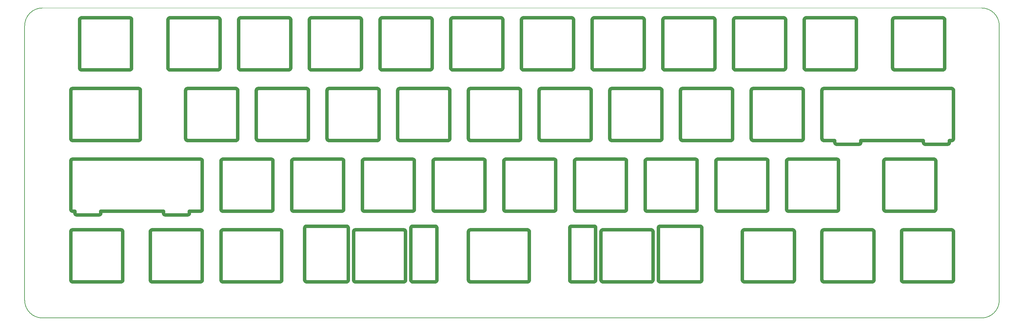
<source format=gbr>
%TF.GenerationSoftware,KiCad,Pcbnew,(6.0.0-0)*%
%TF.CreationDate,2022-04-10T14:23:06+02:00*%
%TF.ProjectId,litl_plate,6c69746c-5f70-46c6-9174-652e6b696361,rev?*%
%TF.SameCoordinates,Original*%
%TF.FileFunction,Profile,NP*%
%FSLAX46Y46*%
G04 Gerber Fmt 4.6, Leading zero omitted, Abs format (unit mm)*
G04 Created by KiCad (PCBNEW (6.0.0-0)) date 2022-04-10 14:23:06*
%MOMM*%
%LPD*%
G01*
G04 APERTURE LIST*
%TA.AperFunction,Profile*%
%ADD10C,0.944881*%
%TD*%
%TA.AperFunction,Profile*%
%ADD11C,0.100000*%
%TD*%
%TA.AperFunction,Profile*%
%ADD12C,0.150000*%
%TD*%
G04 APERTURE END LIST*
D10*
X134463095Y-69477446D02*
X134438679Y-69480479D01*
X133677066Y-88811357D02*
X133666103Y-88789553D01*
X204897943Y-69533902D02*
X204876140Y-69522940D01*
X114665315Y-88926998D02*
X114659932Y-88903123D01*
X34021630Y-83120417D02*
X34029296Y-83143586D01*
X205064380Y-83272469D02*
X205078486Y-83252400D01*
X190333754Y-140615304D02*
X190357920Y-140619521D01*
X264547296Y-107721444D02*
X264529330Y-107704346D01*
X166055749Y-140125001D02*
X166055749Y-140125001D01*
X45118767Y-88524998D02*
X36881267Y-88524998D01*
X200384921Y-107953123D02*
X200378387Y-107929581D01*
X266720424Y-83453387D02*
X266743593Y-83445721D01*
X215073119Y-102322468D02*
X215088240Y-102341877D01*
X166859973Y-69573111D02*
X166839905Y-69559005D01*
X31628464Y-107976998D02*
X31624248Y-108001163D01*
X133686946Y-102216339D02*
X133695728Y-102193584D01*
X72213247Y-126808122D02*
X72198126Y-126827531D01*
X139275010Y-126625001D02*
X139275010Y-126625001D01*
X210358957Y-83328553D02*
X210358957Y-83328553D01*
X228927053Y-102238639D02*
X228936935Y-102216339D01*
X91248126Y-121372467D02*
X91263246Y-121391876D01*
X121818143Y-140149794D02*
X121818757Y-140125001D01*
X45264185Y-126646613D02*
X45240642Y-126640080D01*
X176896624Y-102170415D02*
X176904291Y-102193584D01*
X95360457Y-88583901D02*
X95338653Y-88572938D01*
X243262506Y-69974999D02*
X243262506Y-69974999D01*
X110205493Y-121148832D02*
X110209710Y-121172997D01*
X205471621Y-121220414D02*
X205479288Y-121243583D01*
X66785460Y-107633900D02*
X66763657Y-107622938D01*
X56611043Y-122243583D02*
X56619825Y-122266338D01*
X224808667Y-107613057D02*
X224786368Y-107622938D01*
X90791586Y-69718287D02*
X90778511Y-69697599D01*
X209924997Y-89024998D02*
X209924997Y-89024998D01*
X134158960Y-83328553D02*
X134176925Y-83345650D01*
X201347600Y-140586939D02*
X201369899Y-140577059D01*
X86070737Y-121243583D02*
X86078403Y-121220414D01*
X108001877Y-126738232D02*
X107983169Y-126754349D01*
X188162340Y-126654279D02*
X188139171Y-126646613D01*
X266599800Y-83474385D02*
X266624426Y-83472552D01*
X228548836Y-102519519D02*
X228573002Y-102515302D01*
X195946612Y-102170415D02*
X195954279Y-102193584D01*
X107840371Y-140270418D02*
X107848037Y-140293588D01*
X244138668Y-103503386D02*
X244161836Y-103495720D01*
X72364570Y-107633900D02*
X72343304Y-107645927D01*
X243233223Y-69806412D02*
X243224441Y-69783657D01*
X190029876Y-140422471D02*
X190044996Y-140441881D01*
X47573852Y-83469519D02*
X47598018Y-83465303D01*
X266673008Y-83465303D02*
X266696883Y-83459920D01*
X205471621Y-107929581D02*
X205465088Y-107953123D01*
X234356416Y-102495720D02*
X234379584Y-102503386D01*
X155009813Y-126771447D02*
X155009813Y-126771447D01*
X31702774Y-88747598D02*
X31689699Y-88768287D01*
X253173126Y-83272469D02*
X253188246Y-83291878D01*
X186429285Y-121243583D02*
X186438068Y-121266338D01*
X110554596Y-121553385D02*
X110578138Y-121559918D01*
X115293923Y-69504277D02*
X115271168Y-69513059D01*
X255882410Y-126630480D02*
X255858244Y-126634696D01*
X32789774Y-122352397D02*
X32803880Y-122372467D01*
X266852402Y-69559005D02*
X266831715Y-69545930D01*
X238353555Y-121428551D02*
X238370652Y-121410585D01*
X172276916Y-69604348D02*
X172258950Y-69621446D01*
X138796624Y-126979584D02*
X138790090Y-127003126D01*
X219379068Y-121331709D02*
X219391096Y-121310442D01*
X238478393Y-121220414D02*
X238484927Y-121196872D01*
X91372614Y-107659003D02*
X91352545Y-107673109D01*
X200397556Y-121124416D02*
X200399388Y-121099791D01*
X186112497Y-82974999D02*
X186112497Y-82974999D01*
X147657931Y-69496612D02*
X147634389Y-69490078D01*
X45589489Y-140293588D02*
X45597155Y-140270418D01*
X123756761Y-140625001D02*
X123756761Y-140625001D01*
X45472321Y-126771447D02*
X45454355Y-126754349D01*
X188185094Y-126663060D02*
X188162340Y-126654279D01*
X109689909Y-83390993D02*
X109709978Y-83376887D01*
X196256409Y-102495720D02*
X196279578Y-102503386D01*
X201618194Y-140316343D02*
X201626976Y-140293588D01*
X171678552Y-88671444D02*
X171660586Y-88654347D01*
X176988249Y-88708119D02*
X176973129Y-88727529D01*
X188250461Y-126695930D02*
X188229196Y-126683903D01*
X31732000Y-88708119D02*
X31716880Y-88727529D01*
X115145630Y-69588231D02*
X115126922Y-69604348D01*
X266788646Y-83427058D02*
X266810449Y-83416096D01*
X201646561Y-140223001D02*
X201650778Y-140198835D01*
X255658782Y-140526888D02*
X255678850Y-140540994D01*
X268104699Y-103466096D02*
X268125965Y-103454068D01*
X204711920Y-83472552D02*
X204736336Y-83469519D01*
X174493753Y-140125001D02*
X174494367Y-140149794D01*
X237736540Y-103454068D02*
X237757806Y-103466096D01*
X31732000Y-107758119D02*
X31716880Y-107777528D01*
X85600015Y-121574997D02*
X85624808Y-121574383D01*
X266928552Y-83328553D02*
X266945649Y-83310587D01*
X161799997Y-107574997D02*
X161799997Y-107574997D01*
X247954065Y-140381714D02*
X247966093Y-140360447D01*
X181311935Y-107883657D02*
X181302053Y-107861357D01*
X186664560Y-107633900D02*
X186643294Y-107645927D01*
X50380652Y-102049792D02*
X50381267Y-102024998D01*
X105036778Y-107758119D02*
X105020661Y-107739410D01*
X152774396Y-89000205D02*
X152772564Y-88975579D01*
X186400003Y-121074997D02*
X186400003Y-121074997D01*
X269450766Y-88951163D02*
X269446549Y-88926998D01*
X255456247Y-140125001D02*
X255456247Y-140125001D01*
X154847601Y-140586939D02*
X154869901Y-140577059D01*
X100704291Y-102193584D02*
X100713073Y-102216339D01*
X120127007Y-88534694D02*
X120103132Y-88540077D01*
D11*
X277075007Y-66850000D02*
X24000007Y-66850000D01*
D10*
X162290299Y-121172997D02*
X162294516Y-121148832D01*
X72575222Y-126625615D02*
X72550597Y-126627447D01*
X269233643Y-126709006D02*
X269212955Y-126695930D01*
X267074391Y-82999793D02*
X267075006Y-82974999D01*
X105091106Y-107839553D02*
X105079079Y-107818286D01*
X210687708Y-69475613D02*
X210663082Y-69477446D01*
X119854357Y-88689411D02*
X119838240Y-88708119D01*
X129604591Y-121553385D02*
X129628134Y-121559918D01*
X238256718Y-121504068D02*
X238277405Y-121490992D01*
X95950568Y-83166341D02*
X95960449Y-83188641D01*
X190776889Y-102322468D02*
X190790996Y-102302398D01*
X138796624Y-140270418D02*
X138804290Y-140293588D01*
X201205679Y-125627447D02*
X201181053Y-125625615D01*
X105079079Y-107818286D02*
X105066004Y-107797598D01*
X66741357Y-140586939D02*
X66763657Y-140577059D01*
X209811757Y-88708119D02*
X209795640Y-88689411D01*
X242976146Y-83427058D02*
X242997949Y-83416096D01*
X106072104Y-140586939D02*
X106094404Y-140577059D01*
X253477003Y-83465303D02*
X253501169Y-83469519D01*
X226447305Y-126771447D02*
X226447305Y-126771447D01*
X85673849Y-121569518D02*
X85698015Y-121565302D01*
X229277588Y-83096874D02*
X229284121Y-83120417D01*
X39705767Y-122074997D02*
X39705767Y-121574997D01*
X253501169Y-83469519D02*
X253525585Y-83472552D01*
X224202805Y-69876998D02*
X224197421Y-69853124D01*
X162284915Y-121196872D02*
X162290299Y-121172997D01*
X71526153Y-83427058D02*
X71547957Y-83416096D01*
X31996893Y-102509919D02*
X32020767Y-102515302D01*
X224975214Y-107575612D02*
X224950588Y-107577444D01*
X32020767Y-121565302D02*
X32044933Y-121569518D01*
X114528566Y-88671444D02*
X114510600Y-88654347D01*
X71790900Y-83120417D02*
X71797433Y-83096874D01*
X212599239Y-140198835D02*
X212603457Y-140223001D01*
X71699281Y-69658120D02*
X71683164Y-69639412D01*
X63398644Y-122461766D02*
X63417353Y-122445649D01*
X167434013Y-107797598D02*
X167420937Y-107818286D01*
X190710589Y-88654347D02*
X190691882Y-88638230D01*
X167371615Y-121220414D02*
X167379282Y-121243583D01*
X91296460Y-121428551D02*
X91296460Y-121428551D01*
X72454598Y-107596610D02*
X72431429Y-107604276D01*
X53148127Y-140422471D02*
X53163247Y-140441881D01*
X191233437Y-69718287D02*
X191221409Y-69739554D01*
X224183220Y-83143586D02*
X224190887Y-83120417D01*
X108318757Y-140625001D02*
X108318757Y-140625001D01*
X250791869Y-107777528D02*
X250777763Y-107797598D01*
X172114944Y-69925580D02*
X172113111Y-69950205D01*
X31624248Y-140198835D02*
X31628464Y-140223001D01*
X157840093Y-102146873D02*
X157846627Y-102170415D01*
X162013637Y-121527057D02*
X162035440Y-121516095D01*
X71714401Y-83272469D02*
X71728507Y-83252400D01*
X219411941Y-107883657D02*
X219402059Y-107861357D01*
X205016046Y-69621446D02*
X205016046Y-69621446D01*
X110313246Y-107758119D02*
X110298126Y-107777528D01*
X195924997Y-102024998D02*
X195924997Y-102024998D01*
X128961896Y-69950205D02*
X128960064Y-69925580D01*
X129379358Y-121410585D02*
X129396455Y-121428551D01*
X186028483Y-69697599D02*
X186014377Y-69677529D01*
X188493753Y-140125001D02*
X188493753Y-127125001D01*
X229391863Y-69639412D02*
X229375746Y-69658120D01*
X138784707Y-102122998D02*
X138790090Y-102146873D01*
X114491892Y-102411767D02*
X114510600Y-102395649D01*
X213019922Y-140619521D02*
X213044338Y-140622554D01*
X212691879Y-140422471D02*
X212706999Y-140441881D01*
X138958130Y-88638230D02*
X138939422Y-88654347D01*
X234247607Y-88609003D02*
X234227538Y-88623110D01*
X88478817Y-140174419D02*
X88480649Y-140149794D01*
X101125593Y-102522552D02*
X101150219Y-102524384D01*
X166879382Y-69588231D02*
X166859973Y-69573111D01*
X148002817Y-69876998D02*
X147997433Y-69853124D01*
X188347299Y-140478554D02*
X188364396Y-140460589D01*
X229445633Y-83361767D02*
X229465041Y-83376887D01*
X50375787Y-88951163D02*
X50371571Y-88926998D01*
X77240641Y-69490078D02*
X77217099Y-69496612D01*
X196351160Y-102519519D02*
X196375576Y-102522552D01*
X72105494Y-108001163D02*
X72102462Y-108025579D01*
X31633847Y-140246876D02*
X31640381Y-140270418D01*
X188229196Y-140566096D02*
X188250461Y-140554069D01*
X108105115Y-140577059D02*
X108127415Y-140586939D01*
X200378387Y-107929581D02*
X200370720Y-107906412D01*
X209778543Y-88671444D02*
X209760577Y-88654347D01*
X31648046Y-88856412D02*
X31640381Y-88879581D01*
X157825013Y-102024998D02*
X157825628Y-102049792D01*
X62590095Y-88903123D02*
X62584711Y-88926998D01*
X148543299Y-107645927D02*
X148522610Y-107659003D01*
X114991790Y-69806412D02*
X114984124Y-69829581D01*
X174503450Y-127027001D02*
X174499233Y-127051166D01*
X91436373Y-107622938D02*
X91414570Y-107633900D01*
X212837050Y-140554069D02*
X212858316Y-140566096D01*
X32992126Y-122527057D02*
X33014426Y-122536938D01*
X247986938Y-126933660D02*
X247977056Y-126911360D01*
X31618768Y-121074997D02*
X31619382Y-121099791D01*
X171446883Y-88540077D02*
X171423008Y-88534694D01*
X114576899Y-102322468D02*
X114591005Y-102302398D01*
X106309830Y-140381714D02*
X106321857Y-140360447D01*
X142750009Y-107574997D02*
X142750009Y-107574997D01*
X119754287Y-88856412D02*
X119746621Y-88879581D01*
X247995720Y-126956415D02*
X247986938Y-126933660D01*
X196431756Y-140625001D02*
X201156259Y-140625001D01*
X212816363Y-126709006D02*
X212796294Y-126723112D01*
X133225007Y-102524998D02*
X133225007Y-102524998D01*
X31716880Y-88727529D02*
X31702774Y-88747598D01*
X255504193Y-140338643D02*
X255515156Y-140360447D01*
X269455632Y-127100207D02*
X269453800Y-127075582D01*
X190029876Y-125827531D02*
X190015770Y-125847601D01*
X139225592Y-88527445D02*
X139201176Y-88530478D01*
X31765215Y-107721444D02*
X31765215Y-107721444D01*
X32928368Y-122490992D02*
X32949056Y-122504068D01*
X105020661Y-107739410D02*
X105003564Y-107721444D01*
X209616338Y-88563058D02*
X209593584Y-88554276D01*
X205852003Y-107584693D02*
X205828129Y-107590077D01*
X167397946Y-121288638D02*
X167408909Y-121310442D01*
X167033226Y-69806412D02*
X167024444Y-69783657D01*
X94727193Y-140381714D02*
X94740268Y-140402402D01*
X269124834Y-102495720D02*
X269147588Y-102486939D01*
X185948077Y-83345650D02*
X185966043Y-83328553D01*
X62673127Y-88727529D02*
X62659021Y-88747598D01*
X269426964Y-88856412D02*
X269418182Y-88833657D01*
X119727454Y-102074417D02*
X119730487Y-102098832D01*
X269191690Y-88583901D02*
X269169887Y-88572938D01*
X174758310Y-126683903D02*
X174737044Y-126695930D01*
X224764566Y-107633900D02*
X224743300Y-107645927D01*
X244310122Y-103411767D02*
X244328830Y-103395649D01*
X121596159Y-126709006D02*
X121575470Y-126695930D01*
X72302545Y-121476886D02*
X72322615Y-121490992D01*
X34164431Y-69604348D02*
X34146464Y-69621446D01*
X167350614Y-121099791D02*
X167352447Y-121124416D01*
X72246461Y-140478554D02*
X72246461Y-140478554D01*
X62575015Y-102024998D02*
X62575015Y-102024998D01*
X129271622Y-121220414D02*
X129279288Y-121243583D01*
X62596628Y-88879581D02*
X62590095Y-88903123D01*
X185909961Y-69573111D02*
X185889893Y-69559005D01*
X269418182Y-126933660D02*
X269408300Y-126911360D01*
X129452538Y-107673109D02*
X129433129Y-107688229D01*
X67050016Y-121074997D02*
X67050016Y-108074997D01*
X95603398Y-88879581D02*
X95595732Y-88856412D01*
X94727193Y-125868289D02*
X94715165Y-125889556D01*
X119730487Y-88951163D02*
X119727454Y-88975579D01*
X247525003Y-126625001D02*
X234525003Y-126625001D01*
X264580510Y-107758119D02*
X264564393Y-107739410D01*
X91333135Y-107688229D02*
X91314427Y-107704346D01*
X188455688Y-140316343D02*
X188464470Y-140293588D01*
X96115036Y-69573111D02*
X96095627Y-69588231D01*
X57883446Y-83231711D02*
X57896522Y-83252400D01*
X62953140Y-88540077D02*
X62929598Y-88546610D01*
X181340302Y-121172997D02*
X181344519Y-121148832D01*
X47970738Y-83143586D02*
X47978404Y-83120417D01*
X224831422Y-107604276D02*
X224808667Y-107613057D01*
X110270945Y-121331709D02*
X110284020Y-121352397D01*
X153245629Y-69588231D02*
X153226921Y-69604348D01*
X57081765Y-122574997D02*
X57081765Y-122574997D01*
X110508671Y-121536938D02*
X110531426Y-121545719D01*
X243993249Y-103524998D02*
X244018044Y-103524384D01*
X31702774Y-102302398D02*
X31716880Y-102322468D01*
X267036941Y-83166341D02*
X267045723Y-83143586D01*
X133703394Y-88879581D02*
X133695728Y-88856412D01*
X104650010Y-107574997D02*
X104650010Y-107574997D01*
X200400003Y-121074997D02*
X200400003Y-108074997D01*
X226555694Y-126933660D02*
X226545813Y-126911360D01*
X147953609Y-69739554D02*
X147941582Y-69718287D01*
X71337306Y-69475613D02*
X71312513Y-69474999D01*
X82051178Y-88530478D02*
X82027013Y-88534694D01*
X123913656Y-107622938D02*
X123891356Y-107613057D01*
X219434924Y-107953123D02*
X219428390Y-107929581D01*
X105051898Y-121372467D02*
X105066004Y-121352397D01*
X139083668Y-88563058D02*
X139061368Y-88572938D01*
X186083214Y-69806412D02*
X186074432Y-69783657D01*
X154891705Y-140566096D02*
X154912972Y-140554069D01*
X247716344Y-140586939D02*
X247738643Y-140577059D01*
X47916011Y-83252400D02*
X47929087Y-83231711D01*
X209877050Y-88811357D02*
X209866087Y-88789553D01*
X267991133Y-103509919D02*
X268014675Y-103503386D01*
X148398125Y-107777528D02*
X148384019Y-107797598D01*
X158203138Y-88540077D02*
X158179596Y-88546610D01*
X171398842Y-102519519D02*
X171423008Y-102515302D01*
X201230095Y-140619521D02*
X201254261Y-140615304D01*
X186826166Y-107580477D02*
X186802000Y-107584693D01*
X253361365Y-69522940D02*
X253339563Y-69533902D01*
X86099400Y-121099791D02*
X86100015Y-121074997D01*
X109748095Y-69604348D02*
X109729387Y-69588231D01*
X255471328Y-127003126D02*
X255465944Y-127027001D01*
X209854059Y-102281710D02*
X209866087Y-102260443D01*
X269385309Y-102281710D02*
X269397337Y-102260443D01*
X47549436Y-83472552D02*
X47573852Y-83469519D01*
X115000572Y-83166341D02*
X115010452Y-83188641D01*
X209924997Y-102024998D02*
X209924997Y-89024998D01*
X110700013Y-107574997D02*
X110700013Y-107574997D01*
X139153135Y-140609921D02*
X139177010Y-140615304D01*
X34113250Y-83291878D02*
X34129367Y-83310587D01*
X201655644Y-140149794D02*
X201656259Y-140125001D01*
X234427000Y-140615304D02*
X234451166Y-140619521D01*
X152373011Y-88534694D02*
X152348845Y-88530478D01*
X124070664Y-121410585D02*
X124086781Y-121391876D01*
X228890986Y-102302398D02*
X228904062Y-102281710D01*
X62622956Y-102238639D02*
X62633918Y-102260443D01*
X94964922Y-140586939D02*
X94987677Y-140595721D01*
X212902417Y-140586939D02*
X212925172Y-140595721D01*
X96412507Y-69474999D02*
X96387714Y-69475613D01*
X205160053Y-69925580D02*
X205157019Y-69901164D01*
X143220730Y-121243583D02*
X143228396Y-121220414D01*
X167365081Y-107953123D02*
X167359697Y-107976998D01*
X189931756Y-126125001D02*
X189931756Y-140125001D01*
X123611343Y-125646613D02*
X123588174Y-125654279D01*
X115108957Y-83328553D02*
X115126922Y-83345650D01*
X107848037Y-126956415D02*
X107840371Y-126979584D01*
X134110626Y-69677529D02*
X134096520Y-69697599D01*
X237514865Y-103170415D02*
X237522532Y-103193584D01*
X123731968Y-125625615D02*
X123707342Y-125627447D01*
X242907924Y-69496612D02*
X242884383Y-69490078D01*
X88451985Y-126956415D02*
X88443204Y-126933660D01*
X50343207Y-102216339D02*
X50351989Y-102193584D01*
X173053302Y-140174419D02*
X173055135Y-140149794D01*
X72502015Y-126634696D02*
X72478141Y-126640080D01*
X31628464Y-88926998D02*
X31624248Y-88951163D01*
X129252456Y-108025579D02*
X129250623Y-108050204D01*
X157883918Y-102260443D02*
X157895945Y-102281710D01*
X45489418Y-140460589D02*
X45505535Y-140441881D01*
X94656263Y-126125001D02*
X94656263Y-126125001D01*
X166220169Y-125754349D02*
X166202203Y-125771447D01*
X152753397Y-102170415D02*
X152759930Y-102146873D01*
X181185580Y-107704346D02*
X181166873Y-107688229D01*
X234525003Y-140625001D02*
X234525003Y-140625001D01*
X109912507Y-69974999D02*
X109912507Y-69974999D01*
X105003564Y-107721444D02*
X104985598Y-107704346D01*
X153091788Y-83143586D02*
X153100570Y-83166341D01*
X94820675Y-125754349D02*
X94802709Y-125771447D01*
X39705767Y-122074997D02*
X39705767Y-122074997D01*
X76504083Y-102281710D02*
X76516111Y-102260443D01*
X94656263Y-126125001D02*
X94656263Y-140125001D01*
X155058146Y-140422471D02*
X155072252Y-140402402D01*
X63075015Y-88524998D02*
X63050222Y-88525613D01*
X47500017Y-69474999D02*
X34500018Y-69474999D01*
X181106708Y-107645927D02*
X181085443Y-107633900D01*
D12*
X24000007Y-150412500D02*
X277075007Y-150412500D01*
D10*
X188395633Y-140422471D02*
X188409740Y-140402402D01*
X185661917Y-69477446D02*
X185637291Y-69475613D01*
X124200013Y-121074997D02*
X124200013Y-121074997D01*
X105134930Y-121196872D02*
X105140314Y-121172997D01*
X234427000Y-102515302D02*
X234451166Y-102519519D01*
X34500018Y-69474999D02*
X34475224Y-69475613D01*
X90847437Y-83096874D02*
X90852820Y-83073000D01*
X67049401Y-121099791D02*
X67050016Y-121074997D01*
X34183139Y-69588231D02*
X34164431Y-69604348D01*
X134022210Y-69876998D02*
X134017993Y-69901164D01*
X234154360Y-102360586D02*
X234171457Y-102378552D01*
X229737711Y-69475613D02*
X229713085Y-69477446D01*
X181302053Y-121288638D02*
X181311935Y-121266338D01*
X185966043Y-83328553D02*
X185983140Y-83310587D01*
X269441165Y-127003126D02*
X269434631Y-126979584D01*
X189969821Y-140316343D02*
X189979703Y-140338643D01*
X94899551Y-140554069D02*
X94920818Y-140566096D01*
X81625013Y-89024998D02*
X81625013Y-102024998D01*
X229263120Y-69950205D02*
X229262506Y-69974999D01*
X167062509Y-82974999D02*
X167062509Y-82974999D01*
X107840371Y-126979584D02*
X107833837Y-127003126D01*
X244346795Y-103378552D02*
X244346795Y-103378552D01*
X76196888Y-102509919D02*
X76220430Y-102503386D01*
X237577262Y-103302398D02*
X237591369Y-103322468D01*
X269397337Y-140360447D02*
X269408300Y-140338643D01*
X261428166Y-103260443D02*
X261440194Y-103281710D01*
X153121413Y-83210445D02*
X153133440Y-83231711D01*
X41643767Y-121574997D02*
X41643767Y-121574997D01*
X47941114Y-83210445D02*
X47952076Y-83188641D01*
X94661742Y-140198835D02*
X94665959Y-140223001D01*
X157863075Y-102216339D02*
X157872955Y-102238639D01*
X121487344Y-140595721D02*
X121510100Y-140586939D01*
X32093974Y-140624386D02*
X32118768Y-140625001D01*
X109910061Y-83024418D02*
X109911893Y-82999793D01*
X253104288Y-83143586D02*
X253113071Y-83166341D01*
X157830493Y-102098832D02*
X157834710Y-102122998D01*
X90778511Y-69697599D02*
X90764404Y-69677529D01*
X224212503Y-82974999D02*
X224212503Y-82974999D01*
X152645661Y-88689411D02*
X152628564Y-88671444D01*
X210477060Y-83416096D02*
X210498862Y-83427058D01*
X108062044Y-140554069D02*
X108083311Y-140566096D01*
X250937041Y-107645927D02*
X250916353Y-107659003D01*
X158089567Y-102466096D02*
X158111371Y-102477058D01*
X63075015Y-102524998D02*
X63075015Y-102524998D01*
X139275010Y-102524998D02*
X152275010Y-102524998D01*
X124035601Y-107704346D02*
X124016893Y-107688229D01*
X228916090Y-102260443D02*
X228927053Y-102238639D01*
X190002694Y-140381714D02*
X190015770Y-140402402D01*
X100675012Y-102024998D02*
X100675626Y-102049792D01*
X100733916Y-88789553D02*
X100722954Y-88811357D01*
X81979596Y-88546610D02*
X81956427Y-88554276D01*
X141656259Y-126625001D02*
X141656259Y-126625001D01*
X209895714Y-102193584D02*
X209903381Y-102170415D01*
X219247470Y-121476886D02*
X219266879Y-121461766D01*
X268369256Y-102524998D02*
X268956247Y-102524998D01*
X95625009Y-89024998D02*
X95624394Y-89000205D01*
X139153135Y-102509919D02*
X139177010Y-102515302D01*
X91179292Y-121243583D02*
X91188074Y-121266338D01*
X109412507Y-69474999D02*
X96412507Y-69474999D01*
X85953569Y-107721444D02*
X85953569Y-107721444D01*
X62739428Y-88654347D02*
X62721462Y-88671444D01*
X96243920Y-69504277D02*
X96221165Y-69513059D01*
X47713658Y-69522940D02*
X47691358Y-69513059D01*
X114972207Y-83073000D02*
X114977590Y-83096874D01*
X114962510Y-69974999D02*
X114962510Y-82974999D01*
X196147600Y-102440993D02*
X196168288Y-102454068D01*
X109799275Y-69658120D02*
X109783158Y-69639412D01*
X219303552Y-121428551D02*
X219303552Y-121428551D01*
X62906429Y-88554276D02*
X62883674Y-88563058D01*
X172971736Y-125847601D02*
X172957629Y-125827531D01*
X204919208Y-83404069D02*
X204939896Y-83390993D01*
X56846320Y-122516095D02*
X56868124Y-122527057D01*
X234027450Y-127075582D02*
X234025617Y-127100207D01*
X153305796Y-69545930D02*
X153285107Y-69559005D01*
X34354600Y-69496612D02*
X34331431Y-69504277D01*
X188488272Y-140198835D02*
X188491306Y-140174419D01*
X209903381Y-102170415D02*
X209909915Y-102146873D01*
X242860508Y-69484695D02*
X242836342Y-69480479D01*
X81640092Y-88903123D02*
X81634709Y-88926998D01*
X268369256Y-102524998D02*
X268369256Y-102524998D01*
X76391892Y-88638230D02*
X76372483Y-88623110D01*
X95156263Y-125625001D02*
X95131469Y-125625615D01*
X152552412Y-88609003D02*
X152531723Y-88595928D01*
X77288682Y-69480479D02*
X77264516Y-69484695D01*
X115091860Y-69639412D02*
X115075743Y-69658120D01*
X186731416Y-107604276D02*
X186708661Y-107613057D01*
X67020738Y-126956415D02*
X67011956Y-126933660D01*
X224722613Y-121490992D02*
X224743300Y-121504068D01*
X172258950Y-83328553D02*
X172276916Y-83345650D01*
X158251179Y-88530478D02*
X158227013Y-88534694D01*
X189953372Y-140270418D02*
X189961039Y-140293588D01*
X191662500Y-83474999D02*
X204662500Y-83474999D01*
X185710499Y-83465303D02*
X185734373Y-83459920D01*
X47668603Y-69504277D02*
X47645434Y-69496612D01*
X66903569Y-107721444D02*
X66903569Y-107721444D01*
X105066004Y-107797598D02*
X105051898Y-107777528D01*
X172398856Y-69522940D02*
X172377054Y-69533902D01*
X215450205Y-102524384D02*
X215475000Y-102524998D01*
X148309708Y-121172997D02*
X148315092Y-121196872D01*
X269005667Y-102522552D02*
X269030083Y-102519519D01*
X72431429Y-126654279D02*
X72408674Y-126663060D01*
X171423008Y-88534694D02*
X171398842Y-88530478D01*
X45472321Y-140478554D02*
X45472321Y-140478554D01*
X119989561Y-102466096D02*
X120011365Y-102477058D01*
X264339168Y-121553385D02*
X264362337Y-121545719D01*
X268285243Y-103302398D02*
X268298319Y-103281710D01*
X190375009Y-102524998D02*
X190399803Y-102524384D01*
X157923126Y-88727529D02*
X157909020Y-88747598D01*
X53052462Y-127075582D02*
X53050630Y-127100207D01*
X133611775Y-102341877D02*
X133626894Y-102322468D01*
X251095747Y-107584693D02*
X251071873Y-107590077D01*
X50351989Y-88856412D02*
X50343207Y-88833657D01*
X110464567Y-107633900D02*
X110443300Y-107645927D01*
X53452015Y-140615304D02*
X53476181Y-140619521D01*
X81625013Y-102024998D02*
X81625627Y-102049792D01*
X47573852Y-69480479D02*
X47549436Y-69477446D01*
X247860583Y-140495651D02*
X247878549Y-140478554D01*
X269169887Y-126672941D02*
X269147588Y-126663060D01*
X255471328Y-140246876D02*
X255477862Y-140270418D01*
X106380761Y-140125001D02*
X106380761Y-126125001D01*
X173055135Y-126100207D02*
X173053302Y-126075582D01*
X88194904Y-126672941D02*
X88172604Y-126663060D01*
X201156259Y-140625001D02*
X201181053Y-140624386D01*
X110364425Y-107704346D02*
X110346460Y-107721444D01*
X106378315Y-140174419D02*
X106380147Y-140149794D01*
X205508915Y-121310442D02*
X205520943Y-121331709D01*
X215139419Y-102395649D02*
X215158127Y-102411767D01*
X62604293Y-102193584D02*
X62613075Y-102216339D01*
X171754068Y-102281710D02*
X171766096Y-102260443D01*
X128653853Y-69513059D02*
X128631097Y-69504277D01*
X104818597Y-107604276D02*
X104795428Y-107596610D01*
X134277067Y-69533902D02*
X134255800Y-69545930D01*
X255494312Y-126933660D02*
X255485529Y-126956415D01*
X158300220Y-102524384D02*
X158325013Y-102524998D01*
X219023842Y-107580477D02*
X218999426Y-107577444D01*
X195940078Y-102146873D02*
X195946612Y-102170415D01*
X105144531Y-121148832D02*
X105147564Y-121124416D01*
X31656828Y-140316343D02*
X31666709Y-140338643D01*
X186513243Y-107758119D02*
X186498122Y-107777528D01*
X200197467Y-121476886D02*
X200216876Y-121461766D01*
X148321625Y-107929581D02*
X148315092Y-107953123D01*
X255858244Y-126634696D02*
X255834370Y-126640080D01*
X229485110Y-83390993D02*
X229505797Y-83404069D01*
X34098130Y-69677529D02*
X34084024Y-69697599D01*
X119889419Y-102395649D02*
X119908127Y-102411767D01*
X154656259Y-126625001D02*
X154656259Y-126625001D01*
X106072104Y-125663060D02*
X106049349Y-125654279D01*
X234138243Y-88708119D02*
X234123122Y-88727529D01*
X91159710Y-121172997D02*
X91165093Y-121196872D01*
X166587303Y-83474385D02*
X166611929Y-83472552D01*
X123479359Y-140540994D02*
X123500048Y-140554069D01*
X147866067Y-69621446D02*
X147866067Y-69621446D01*
X100877541Y-88623110D02*
X100858132Y-88638230D01*
X219185449Y-107633900D02*
X219163646Y-107622938D01*
X264193750Y-107574997D02*
X251193750Y-107574997D01*
X250693750Y-108074997D02*
X250693750Y-121074997D01*
X96363089Y-69477446D02*
X96338673Y-69480479D01*
X172443909Y-83445721D02*
X172467078Y-83453387D01*
X95174431Y-102522552D02*
X95198847Y-102519519D01*
X121575470Y-126695930D02*
X121554204Y-126683903D01*
X237895247Y-103515302D02*
X237919413Y-103519519D01*
X228752396Y-88609003D02*
X228731708Y-88595928D01*
X88055098Y-140619521D02*
X88079263Y-140615304D01*
X133502409Y-88609003D02*
X133481720Y-88595928D01*
X139061368Y-88572938D02*
X139039564Y-88583901D01*
X148446458Y-121428551D02*
X148446458Y-121428551D01*
X129925348Y-140595721D02*
X129948103Y-140586939D01*
X153067989Y-83048834D02*
X153072205Y-83073000D01*
X186107016Y-83048834D02*
X186110050Y-83024418D01*
X219285586Y-121445649D02*
X219303552Y-121428551D01*
X264634840Y-107839553D02*
X264622812Y-107818286D01*
X71457929Y-69496612D02*
X71434387Y-69490078D01*
X153208955Y-83328553D02*
X153208955Y-83328553D01*
X72322615Y-126709006D02*
X72302545Y-126723112D01*
X166506329Y-140622554D02*
X166530955Y-140624386D01*
X104771886Y-107590077D02*
X104748011Y-107584693D01*
X154991847Y-140495651D02*
X155009813Y-140478554D01*
X172490620Y-69490078D02*
X172467078Y-69496612D01*
X110531426Y-121545719D02*
X110554596Y-121553385D01*
X134141863Y-83310587D02*
X134158960Y-83328553D01*
X204853841Y-69513059D02*
X204831087Y-69504277D01*
X162294516Y-121148832D02*
X162297550Y-121124416D01*
X176933918Y-88789553D02*
X176922955Y-88811357D01*
X66885603Y-140495651D02*
X66903569Y-140478554D01*
X90861901Y-69950205D02*
X90860069Y-69925580D01*
X133541887Y-102411767D02*
X133560595Y-102395649D01*
X191613079Y-69477446D02*
X191588663Y-69480479D01*
X172791192Y-125683903D02*
X172769390Y-125672941D01*
X166085032Y-125956415D02*
X166077365Y-125979584D01*
X224529291Y-121243583D02*
X224538074Y-121266338D01*
X133578561Y-88671444D02*
X133560595Y-88654347D01*
X244409236Y-103302398D02*
X244422312Y-103281710D01*
X88410333Y-126868289D02*
X88397258Y-126847601D01*
X209877050Y-102238639D02*
X209886932Y-102216339D01*
X226143179Y-126627447D02*
X226118553Y-126625615D01*
X57860457Y-83188641D02*
X57871419Y-83210445D01*
X119927536Y-88623110D02*
X119908127Y-88638230D01*
X31666709Y-140338643D02*
X31677671Y-140360447D01*
X95293599Y-102495720D02*
X95316354Y-102486939D01*
X94802709Y-125771447D02*
X94785612Y-125789413D01*
X200370720Y-121243583D02*
X200378387Y-121220414D01*
X243191568Y-69718287D02*
X243178493Y-69697599D01*
X95293599Y-88554276D02*
X95270429Y-88546610D01*
X57081765Y-107574997D02*
X54643766Y-107574997D01*
X219411941Y-121266338D02*
X219420723Y-121243583D01*
X121759853Y-126889556D02*
X121747826Y-126868289D01*
X269385309Y-140381714D02*
X269397337Y-140360447D01*
X174496200Y-140174419D02*
X174499233Y-140198835D01*
X67050016Y-127125001D02*
X67049401Y-127100207D01*
X210325743Y-69658120D02*
X210310622Y-69677529D01*
X100961369Y-88572938D02*
X100939566Y-88583901D01*
X71503854Y-83436939D02*
X71526153Y-83427058D01*
X181203546Y-121428551D02*
X181220643Y-121410585D01*
X253075006Y-69974999D02*
X253075006Y-69974999D01*
X76900575Y-69783657D02*
X76891794Y-69806412D01*
X85986783Y-107758119D02*
X85970666Y-107739410D01*
X167728123Y-107590077D02*
X167704581Y-107596610D01*
X255494312Y-140316343D02*
X255504193Y-140338643D01*
X174993753Y-140625001D02*
X187993753Y-140625001D01*
X138859017Y-126847601D02*
X138845942Y-126868289D01*
X148800012Y-121574997D02*
X148800012Y-121574997D01*
X269054249Y-140615304D02*
X269078123Y-140609921D01*
X85916894Y-107688229D02*
X85897484Y-107673109D01*
X253090088Y-83096874D02*
X253096621Y-83120417D01*
X251119913Y-107580477D02*
X251095747Y-107584693D01*
X172909295Y-125771447D02*
X172909295Y-125771447D01*
X244206890Y-103477058D02*
X244228692Y-103466096D01*
X31996893Y-126640080D02*
X31973350Y-126646613D01*
X108127415Y-140586939D02*
X108150170Y-140595721D01*
X57925748Y-69658120D02*
X57910628Y-69677529D01*
X58077071Y-69533902D02*
X58055805Y-69545930D01*
X226564476Y-126956415D02*
X226555694Y-126933660D01*
X147941582Y-83231711D02*
X147953609Y-83210445D01*
X234083912Y-102260443D02*
X234095940Y-102281710D01*
X210638666Y-69480479D02*
X210614500Y-69484695D01*
X171374426Y-102522552D02*
X171398842Y-102519519D01*
X99880761Y-125625001D02*
X95156263Y-125625001D01*
X237508331Y-103146873D02*
X237514865Y-103170415D01*
X209795640Y-88689411D02*
X209778543Y-88671444D01*
X242997949Y-69533902D02*
X242976146Y-69522940D01*
X66847485Y-107673109D02*
X66827416Y-107659003D01*
X190827063Y-102238639D02*
X190836944Y-102216339D01*
X185869205Y-83404069D02*
X185889893Y-83390993D01*
X47735462Y-83416096D02*
X47756728Y-83404069D01*
X223834379Y-83459920D02*
X223857921Y-83453387D01*
X139039564Y-126683903D02*
X139018297Y-126695930D01*
X167496454Y-121428551D02*
X167514419Y-121445649D01*
X95927587Y-69853124D02*
X95922204Y-69876998D01*
X251193750Y-121574997D02*
X251193750Y-121574997D01*
X224009967Y-83376887D02*
X224029376Y-83361767D01*
X167658658Y-107613057D02*
X167636359Y-107622938D01*
X174802411Y-140586939D02*
X174825166Y-140595721D01*
X53252546Y-140526888D02*
X53272615Y-140540994D01*
X100684708Y-88926998D02*
X100680492Y-88951163D01*
X62906429Y-102495720D02*
X62929598Y-102503386D01*
X186111882Y-69950205D02*
X186110050Y-69925580D01*
X88410333Y-140381714D02*
X88422361Y-140360447D01*
X152591890Y-102411767D02*
X152610598Y-102395649D01*
X31702774Y-126847601D02*
X31689699Y-126868289D01*
X171660586Y-88654347D02*
X171641879Y-88638230D01*
X109902811Y-69876998D02*
X109897427Y-69853124D01*
X268981041Y-102524384D02*
X269005667Y-102522552D01*
X133522478Y-102426887D02*
X133541887Y-102411767D01*
X234072949Y-140338643D02*
X234083912Y-140360447D01*
X76867995Y-69901164D02*
X76864962Y-69925580D01*
X138958130Y-126738232D02*
X138939422Y-126754349D01*
X129628134Y-121559918D02*
X129652008Y-121565302D01*
X32819000Y-122391876D02*
X32835117Y-122410585D01*
X72170945Y-121331709D02*
X72184020Y-121352397D01*
X56581765Y-121574997D02*
X56581765Y-121574997D01*
X162077393Y-107659003D02*
X162056705Y-107645927D01*
X226545813Y-126911360D02*
X226534849Y-126889556D01*
X177097613Y-88609003D02*
X177077544Y-88623110D01*
X114528566Y-102378552D02*
X114545662Y-102360586D01*
X166916055Y-83328553D02*
X166933152Y-83310587D01*
X209924997Y-89024998D02*
X209924382Y-89000205D01*
X123773848Y-107580477D02*
X123749432Y-107577444D01*
X253188246Y-83291878D02*
X253204363Y-83310587D01*
X154912972Y-140554069D02*
X154933660Y-140540994D01*
X172996840Y-125889556D02*
X172984812Y-125868289D01*
X212603457Y-140223001D02*
X212608841Y-140246876D01*
X66785460Y-126683903D02*
X66763657Y-126672941D01*
X71609982Y-69573111D02*
X71589913Y-69559005D01*
X264693135Y-121099791D02*
X264693750Y-121074997D01*
X88334817Y-140478554D02*
X88351915Y-140460589D01*
X100745944Y-88768287D02*
X100733916Y-88789553D01*
X95058263Y-125634696D02*
X95034388Y-125640080D01*
X47978404Y-83120417D02*
X47984937Y-83096874D01*
X228475000Y-102524998D02*
X228475000Y-102524998D01*
X57850576Y-83166341D02*
X57860457Y-83188641D01*
X174871876Y-126640080D02*
X174848334Y-126646613D01*
X120175589Y-102522552D02*
X120200214Y-102524384D01*
X88459651Y-140270418D02*
X88466184Y-140246876D01*
X109626150Y-69522940D02*
X109603850Y-69513059D01*
X191471158Y-69513059D02*
X191448859Y-69522940D01*
X167850000Y-121574997D02*
X167850000Y-121574997D01*
X247940990Y-126847601D02*
X247926883Y-126827531D01*
X201656259Y-126125001D02*
X201655644Y-126100207D01*
X204807918Y-83453387D02*
X204831087Y-83445721D01*
X47816896Y-69588231D02*
X47797486Y-69573111D01*
X121440632Y-126640080D02*
X121416758Y-126634696D01*
X95511781Y-102341877D02*
X95526901Y-102322468D01*
X148586369Y-121527057D02*
X148608670Y-121536938D01*
X100983670Y-102486939D02*
X101006425Y-102495720D01*
X215022946Y-88811357D02*
X215013065Y-88833657D01*
X229762506Y-69474999D02*
X229762506Y-69474999D01*
X91165093Y-107953123D02*
X91159710Y-107976998D01*
X138921457Y-88671444D02*
X138904360Y-88689411D01*
X90659985Y-69573111D02*
X90639916Y-69559005D01*
X188493138Y-140149794D02*
X188493753Y-140125001D01*
X201412968Y-140554069D02*
X201433655Y-140540994D01*
X186400003Y-121074997D02*
X186400617Y-121099791D01*
X31677671Y-107839553D02*
X31666709Y-107861357D01*
X154953730Y-126723112D02*
X154933660Y-126709006D01*
X130073641Y-125738232D02*
X130054232Y-125723112D01*
X269408300Y-126911360D02*
X269397337Y-126889556D01*
X107866699Y-126911360D02*
X107856818Y-126933660D01*
X166819218Y-83404069D02*
X166839905Y-83390993D01*
X32705768Y-122074997D02*
X32706382Y-122099791D01*
X267075006Y-69974999D02*
X267074391Y-69950205D01*
X157846627Y-88879581D02*
X157840093Y-88903123D01*
X123354874Y-125827531D02*
X123340768Y-125847601D01*
X244455184Y-103216339D02*
X244463967Y-103193584D01*
X53097956Y-126911360D02*
X53088075Y-126933660D01*
X31716880Y-121372467D02*
X31732000Y-121391876D01*
X190382336Y-140622554D02*
X190406962Y-140624386D01*
X91171626Y-107929581D02*
X91165093Y-107953123D01*
X94802709Y-140478554D02*
X94820675Y-140495651D01*
X85745432Y-121553385D02*
X85768601Y-121545719D01*
X53525222Y-126625615D02*
X53500597Y-126627447D01*
X77085116Y-69559005D02*
X77065046Y-69573111D01*
X172112497Y-69974999D02*
X172112497Y-82974999D01*
X212880118Y-140577059D02*
X212902417Y-140586939D01*
X186622607Y-107659003D02*
X186602538Y-107673109D01*
X66718602Y-121545719D02*
X66741357Y-121536938D01*
X95360457Y-102466096D02*
X95381724Y-102454068D01*
X157971460Y-102378552D02*
X157989425Y-102395649D01*
X72158918Y-121310442D02*
X72170945Y-121331709D01*
X76862516Y-82974999D02*
X76862516Y-82974999D01*
X76877595Y-69853124D02*
X76872212Y-69876998D01*
X171493593Y-88554276D02*
X171470424Y-88546610D01*
X255477862Y-126979584D02*
X255471328Y-127003126D01*
X121734751Y-140402402D02*
X121747826Y-140381714D01*
X96135106Y-69559005D02*
X96115036Y-69573111D01*
X171825006Y-102024998D02*
X171825006Y-102024998D01*
X31702774Y-140402402D02*
X31716880Y-140422471D01*
X86016010Y-121352397D02*
X86029085Y-121331709D01*
X229713085Y-69477446D02*
X229688669Y-69480479D01*
X34084024Y-83252400D02*
X34098130Y-83272469D01*
X114964957Y-83024418D02*
X114967990Y-83048834D01*
X115388676Y-83469519D02*
X115413092Y-83472552D01*
X269408300Y-140338643D02*
X269418182Y-140316343D01*
X186400003Y-121074997D02*
X186400003Y-121074997D01*
X139083668Y-140586939D02*
X139106423Y-140595721D01*
X205488071Y-107883657D02*
X205479288Y-107906412D01*
X147829393Y-69588231D02*
X147809984Y-69573111D01*
X94942622Y-125672941D02*
X94920818Y-125683903D01*
X88126680Y-140603387D02*
X88149849Y-140595721D01*
X91393303Y-121504068D02*
X91414570Y-121516095D01*
X76572567Y-102074417D02*
X76574399Y-102049792D01*
X100680492Y-88951163D02*
X100677459Y-88975579D01*
X234072949Y-126911360D02*
X234063068Y-126933660D01*
X96155794Y-83404069D02*
X96177061Y-83416096D01*
X255602700Y-126771447D02*
X255585604Y-126789413D01*
X238235452Y-121516095D02*
X238256718Y-121504068D01*
X147848101Y-83345650D02*
X147866067Y-83328553D01*
X53134021Y-126847601D02*
X53120946Y-126868289D01*
X172421155Y-69513059D02*
X172398856Y-69522940D01*
X223810505Y-83465303D02*
X223834379Y-83459920D01*
X57814963Y-83024418D02*
X57817996Y-83048834D01*
X31618768Y-108074997D02*
X31618768Y-108074997D01*
X128903606Y-83210445D02*
X128914569Y-83188641D01*
X190859927Y-102146873D02*
X190865311Y-102122998D01*
X129854761Y-125634696D02*
X129830595Y-125630480D01*
X109461926Y-69477446D02*
X109437301Y-69475613D01*
X269455632Y-102049792D02*
X269456247Y-102024998D01*
X191177581Y-69853124D02*
X191172197Y-69876998D01*
X266945649Y-83310587D02*
X266961766Y-83291878D01*
X234109016Y-126847601D02*
X234095940Y-126868289D01*
X85600015Y-140625001D02*
X87981263Y-140625001D01*
X129396455Y-107721444D02*
X129396455Y-107721444D01*
X174944332Y-126627447D02*
X174919916Y-126630480D01*
X95125013Y-102524998D02*
X95125013Y-102524998D01*
X62883674Y-102486939D02*
X62906429Y-102495720D01*
X133416350Y-88563058D02*
X133393594Y-88554276D01*
X234268294Y-140554069D02*
X234289560Y-140566096D01*
X76243599Y-102495720D02*
X76266354Y-102486939D01*
X88422361Y-126889556D02*
X88410333Y-126868289D01*
X134012513Y-82974999D02*
X134012513Y-82974999D01*
X45570826Y-140338643D02*
X45580707Y-140316343D01*
X188484055Y-140223001D02*
X188488272Y-140198835D01*
X72431429Y-107604276D02*
X72408674Y-107613057D01*
X142799427Y-121572551D02*
X142823843Y-121569518D01*
X47645434Y-69496612D02*
X47621892Y-69490078D01*
X269212955Y-126695930D02*
X269191690Y-126683903D01*
X128560511Y-69484695D02*
X128536345Y-69480479D01*
X56936348Y-122553385D02*
X56959890Y-122559918D01*
X47886785Y-83291878D02*
X47901905Y-83272469D01*
X253096621Y-83120417D02*
X253104288Y-83143586D01*
X71797433Y-69853124D02*
X71790900Y-69829581D01*
X204853841Y-83436939D02*
X204876140Y-83427058D01*
X138780490Y-127051166D02*
X138777457Y-127075582D01*
X90576157Y-69522940D02*
X90553857Y-69513059D01*
X234046618Y-140270418D02*
X234054285Y-140293588D01*
X195972943Y-88811357D02*
X195963062Y-88833657D01*
X100696625Y-102170415D02*
X100704291Y-102193584D01*
X176959022Y-102302398D02*
X176973129Y-102322468D01*
X134014960Y-83024418D02*
X134017993Y-83048834D01*
X76862516Y-69974999D02*
X76862516Y-69974999D01*
X226410632Y-140511768D02*
X226429339Y-140495651D01*
X62659021Y-102302398D02*
X62673127Y-102322468D01*
X181349385Y-121099791D02*
X181350000Y-121074997D01*
X186041559Y-83231711D02*
X186053587Y-83210445D01*
X264547296Y-121428551D02*
X264547296Y-121428551D01*
X152488653Y-88572938D02*
X152466353Y-88563058D01*
X31618768Y-102024998D02*
X31619382Y-102049792D01*
X45240642Y-126640080D02*
X45216768Y-126634696D01*
X66599434Y-126627447D02*
X66574809Y-126625615D01*
X123700013Y-107574997D02*
X110700013Y-107574997D01*
X95338653Y-88572938D02*
X95316354Y-88563058D01*
X142918596Y-107604276D02*
X142895427Y-107596610D01*
X243240890Y-69829581D02*
X243233223Y-69806412D01*
X167728123Y-121559918D02*
X167751997Y-121565302D01*
X128759981Y-69573111D02*
X128739912Y-69559005D01*
X72147955Y-140338643D02*
X72158918Y-140360447D01*
X95541007Y-88747598D02*
X95526901Y-88727529D01*
X152531723Y-102454068D02*
X152552412Y-102440993D01*
X90553857Y-83436939D02*
X90576157Y-83427058D01*
X34183139Y-83361767D02*
X34202548Y-83376887D01*
X247525003Y-140625001D02*
X247549797Y-140624386D01*
X238386769Y-121391876D02*
X238401889Y-121372467D01*
X50198146Y-88638230D02*
X50178737Y-88623110D01*
X186438068Y-107883657D02*
X186429285Y-107906412D01*
X94656877Y-126100207D02*
X94656263Y-126125001D01*
X81868301Y-88595928D02*
X81847613Y-88609003D01*
X266976886Y-83272469D02*
X266990993Y-83252400D01*
X123421173Y-140495651D02*
X123439881Y-140511768D01*
X264471146Y-107659003D02*
X264450458Y-107645927D01*
X154869901Y-126672941D02*
X154847601Y-126663060D01*
X174493753Y-127125001D02*
X174493753Y-127125001D01*
X53055495Y-127051166D02*
X53052462Y-127075582D01*
X205596460Y-107721444D02*
X205579363Y-107739410D01*
X181302053Y-107861357D02*
X181291090Y-107839553D01*
X210498862Y-69522940D02*
X210477060Y-69533902D01*
X201347600Y-125663060D02*
X201324846Y-125654279D01*
X100821458Y-88671444D02*
X100821458Y-88671444D01*
X147610514Y-69484695D02*
X147586348Y-69480479D01*
X119809014Y-102302398D02*
X119823120Y-102322468D01*
X247574423Y-140622554D02*
X247598839Y-140619521D01*
X173046052Y-140223001D02*
X173050269Y-140198835D01*
X90862516Y-82974999D02*
X90862516Y-82974999D01*
X90716069Y-69621446D02*
X90698103Y-69604348D01*
X166933152Y-83310587D02*
X166949269Y-83291878D01*
X138921457Y-126771447D02*
X138904360Y-126789413D01*
X100918299Y-88595928D02*
X100897610Y-88609003D01*
X188493753Y-140125001D02*
X188493753Y-140125001D01*
X210234118Y-69829581D02*
X210227584Y-69853124D01*
X62929598Y-88546610D02*
X62906429Y-88554276D01*
X267075006Y-82974999D02*
X267075006Y-82974999D01*
X229571164Y-83436939D02*
X229593919Y-83445721D01*
X121616228Y-140526888D02*
X121635637Y-140511768D01*
X251002408Y-107613057D02*
X250980109Y-107622938D01*
X234189422Y-140495651D02*
X234208130Y-140511768D01*
X162170640Y-121410585D02*
X162186757Y-121391876D01*
X181347553Y-108025579D02*
X181344519Y-108001163D01*
X243019215Y-69545930D02*
X242997949Y-69533902D01*
X31765215Y-126771447D02*
X31748117Y-126789413D01*
X94987677Y-125654279D02*
X94964922Y-125663060D01*
X66741357Y-107613057D02*
X66718602Y-107604276D01*
X167496454Y-107721444D02*
X167496454Y-107721444D01*
X162297550Y-121124416D02*
X162299382Y-121099791D01*
X210687708Y-83474385D02*
X210712503Y-83474999D01*
X56584212Y-122124416D02*
X56587245Y-122148832D01*
X106371065Y-140223001D02*
X106375282Y-140198835D01*
X31765215Y-107721444D02*
X31748117Y-107739410D01*
X267059924Y-69853124D02*
X267053390Y-69829581D01*
X86100015Y-108074997D02*
X86100015Y-108074997D01*
X190114883Y-140511768D02*
X190134292Y-140526888D01*
X269456247Y-140125001D02*
X269456247Y-140125001D01*
X162241087Y-121310442D02*
X162252050Y-121288638D01*
X62777546Y-102426887D02*
X62797615Y-102440993D01*
X72100015Y-121074997D02*
X72100015Y-121074997D01*
X253297610Y-69559005D02*
X253277541Y-69573111D01*
X72386374Y-107622938D02*
X72364570Y-107633900D01*
X114510600Y-102395649D02*
X114528566Y-102378552D01*
X171622470Y-88623110D02*
X171602402Y-88609003D01*
X173026467Y-125956415D02*
X173017684Y-125933660D01*
X53071628Y-140270418D02*
X53079294Y-140293588D01*
X205465088Y-121196872D02*
X205471621Y-121220414D01*
X200156711Y-121504068D02*
X200177399Y-121490992D01*
X114672565Y-88975579D02*
X114669532Y-88951163D01*
X167061894Y-69950205D02*
X167060062Y-69925580D01*
X215353123Y-88540077D02*
X215329581Y-88546610D01*
X218950006Y-121574997D02*
X218950006Y-121574997D01*
X199949423Y-107577444D02*
X199924797Y-107575612D01*
X186708661Y-107613057D02*
X186686362Y-107622938D01*
X120225007Y-88524998D02*
X120225007Y-88524998D01*
X228861760Y-102341877D02*
X228876880Y-102322468D01*
X34038078Y-83166341D02*
X34047958Y-83188641D01*
X205016046Y-69621446D02*
X204998080Y-69604348D01*
X181220643Y-121410585D02*
X181236760Y-121391876D01*
X148010067Y-83024418D02*
X148011899Y-82999793D01*
X242884383Y-69490078D02*
X242860508Y-69484695D01*
X212664696Y-126868289D02*
X212652668Y-126889556D01*
X174737044Y-140554069D02*
X174758310Y-140566096D01*
X171777059Y-88811357D02*
X171766096Y-88789553D01*
X71807033Y-83048834D02*
X71810066Y-83024418D01*
X205450006Y-121074997D02*
X205450620Y-121099791D01*
X243224441Y-69783657D02*
X243214559Y-69761357D01*
X234025617Y-140149794D02*
X234027450Y-140174419D01*
X63106559Y-122574383D02*
X63131184Y-122572551D01*
X205064380Y-69677529D02*
X205049260Y-69658120D01*
X31996893Y-107590077D02*
X31973350Y-107596610D01*
X148502541Y-107673109D02*
X148483132Y-107688229D01*
X259431253Y-88524998D02*
X255956247Y-88524998D01*
X72100629Y-140149794D02*
X72102462Y-140174419D01*
X147928507Y-69697599D02*
X147914401Y-69677529D01*
X121464175Y-140603387D02*
X121487344Y-140595721D01*
X224570946Y-121331709D02*
X224584022Y-121352397D01*
X234451166Y-102519519D02*
X234475582Y-102522552D01*
X133666103Y-102260443D02*
X133677066Y-102238639D01*
X215059013Y-102302398D02*
X215073119Y-102322468D01*
X50310337Y-102281710D02*
X50322364Y-102260443D01*
X95619530Y-88951163D02*
X95615313Y-88926998D01*
X62818304Y-88595928D02*
X62797615Y-88609003D01*
X85698015Y-107584693D02*
X85673849Y-107580477D01*
X107889689Y-126868289D02*
X107877662Y-126889556D01*
X71503854Y-69513059D02*
X71481099Y-69504277D01*
X162077393Y-121490992D02*
X162097461Y-121476886D01*
X237541196Y-103238639D02*
X237552159Y-103260443D01*
X105930180Y-125627447D02*
X105905555Y-125625615D01*
X162170640Y-107739410D02*
X162153543Y-107721444D01*
X81625627Y-102049792D02*
X81627459Y-102074417D01*
X200370720Y-107906412D02*
X200361938Y-107883657D01*
X62645945Y-102281710D02*
X62659021Y-102302398D01*
X91552014Y-121565302D02*
X91576180Y-121569518D01*
X81738244Y-102341877D02*
X81754362Y-102360586D01*
X253204363Y-83310587D02*
X253221460Y-83328553D01*
X154801677Y-126646613D02*
X154778134Y-126640080D01*
X34038078Y-69783657D02*
X34029296Y-69806412D01*
X210227584Y-83096874D02*
X210234118Y-83120417D01*
X218999426Y-121572551D02*
X219023842Y-121569518D01*
X250699230Y-121148832D02*
X250703447Y-121172997D01*
X205781419Y-107604276D02*
X205758664Y-107613057D01*
X172984812Y-125868289D02*
X172971736Y-125847601D01*
X167514419Y-121445649D02*
X167533127Y-121461766D01*
X121654345Y-126754349D02*
X121635637Y-126738232D01*
X200091344Y-121536938D02*
X200113643Y-121527057D01*
X174515368Y-140270418D02*
X174523035Y-140293588D01*
X114591005Y-102302398D02*
X114604080Y-102281710D01*
X33180974Y-122574383D02*
X33205768Y-122574997D01*
X186708661Y-121536938D02*
X186731416Y-121545719D01*
X166991571Y-69718287D02*
X166978496Y-69697599D01*
X153133440Y-69718287D02*
X153121413Y-69739554D01*
X215104357Y-88689411D02*
X215088240Y-88708119D01*
X238121886Y-121559918D02*
X238145427Y-121553385D01*
X185966043Y-69621446D02*
X185966043Y-69621446D01*
X191260619Y-69677529D02*
X191246513Y-69697599D01*
X186409700Y-121172997D02*
X186415084Y-121196872D01*
X121416758Y-126634696D02*
X121392592Y-126630480D01*
X90716069Y-69621446D02*
X90716069Y-69621446D01*
X62590095Y-102146873D02*
X62596628Y-102170415D01*
X212740213Y-126771447D02*
X212740213Y-126771447D01*
X253339563Y-69533902D02*
X253318297Y-69545930D01*
X223857921Y-69496612D02*
X223834379Y-69490078D01*
X187993753Y-126625001D02*
X174993753Y-126625001D01*
X143136776Y-107758119D02*
X143120659Y-107739410D01*
X106342700Y-125933660D02*
X106332820Y-125911360D01*
X191172197Y-69876998D02*
X191167980Y-69901164D01*
X39255186Y-122572551D02*
X39279602Y-122569518D01*
X114561779Y-88708119D02*
X114545662Y-88689411D01*
X72600015Y-107574997D02*
X72600015Y-107574997D01*
X152466353Y-88563058D02*
X152443597Y-88554276D01*
X138873123Y-140422471D02*
X138888243Y-140441881D01*
X45618767Y-140125001D02*
X45618767Y-127125001D01*
X166555749Y-125625001D02*
X166555749Y-125625001D01*
X81771459Y-102378552D02*
X81789425Y-102395649D01*
X114491892Y-88638230D02*
X114472483Y-88623110D01*
X104650010Y-121574997D02*
X104650010Y-121574997D01*
X143006722Y-107645927D02*
X142985455Y-107633900D01*
X229277588Y-69853124D02*
X229272203Y-69876998D01*
X47777417Y-83390993D02*
X47797486Y-83376887D01*
X234427000Y-126634696D02*
X234403126Y-126640080D01*
X121770816Y-126911360D02*
X121759853Y-126889556D01*
X253145943Y-69718287D02*
X253133915Y-69739554D01*
X255956247Y-88524998D02*
X247525003Y-88524998D01*
X219365993Y-107797598D02*
X219351886Y-107777528D01*
X138784707Y-88926998D02*
X138780490Y-88951163D01*
X251119913Y-121569518D02*
X251144329Y-121572551D01*
X167800579Y-107577444D02*
X167776163Y-107580477D01*
X32118768Y-121574997D02*
X32705768Y-121574997D01*
X268037843Y-103495720D02*
X268060598Y-103486939D01*
X167552535Y-121476886D02*
X167572603Y-121490992D01*
X234025003Y-102024998D02*
X234025617Y-102049792D01*
X138904360Y-102360586D02*
X138921457Y-102378552D01*
X212971882Y-140609921D02*
X212995756Y-140615304D01*
X176884707Y-88926998D02*
X176880489Y-88951163D01*
X190061113Y-140460589D02*
X190078210Y-140478554D01*
X154705677Y-126627447D02*
X154681052Y-126625615D01*
X47524811Y-69475613D02*
X47500017Y-69474999D01*
X53050630Y-127100207D02*
X53050016Y-127125001D01*
X210260449Y-83188641D02*
X210271412Y-83210445D01*
X100839424Y-102395649D02*
X100858132Y-102411767D01*
X268366809Y-103074417D02*
X268368642Y-103049792D01*
X185889893Y-83390993D02*
X185909961Y-83376887D01*
X255720804Y-140566096D02*
X255742606Y-140577059D01*
X72129293Y-126956415D02*
X72121627Y-126979584D01*
X172563076Y-83472552D02*
X172587702Y-83474385D01*
X180948002Y-107584693D02*
X180923836Y-107580477D01*
X108083311Y-140566096D02*
X108105115Y-140577059D01*
X108041356Y-126709006D02*
X108021286Y-126723112D01*
X210376922Y-69604348D02*
X210358957Y-69621446D01*
X224547955Y-121288638D02*
X224558918Y-121310442D01*
X205091562Y-69718287D02*
X205078486Y-69697599D01*
X87981263Y-140625001D02*
X87981263Y-140625001D01*
X94920818Y-125683903D02*
X94899551Y-125695930D01*
X143103563Y-107721444D02*
X143103563Y-107721444D01*
X72229364Y-107739410D02*
X72213247Y-107758119D01*
X161849417Y-121572551D02*
X161873833Y-121569518D01*
X243164386Y-69677529D02*
X243149266Y-69658120D01*
X228524420Y-88527445D02*
X228499794Y-88525613D01*
X63581765Y-121574997D02*
X66550016Y-121574997D01*
X85953569Y-121428551D02*
X85970666Y-121410585D01*
X129652008Y-107584693D02*
X129628134Y-107590077D01*
X109907028Y-83048834D02*
X109910061Y-83024418D01*
X201526902Y-140460589D02*
X201543019Y-140441881D01*
X261369256Y-102524998D02*
X261369256Y-103024998D01*
X253077453Y-69925580D02*
X253075620Y-69950205D01*
X47941114Y-69739554D02*
X47929087Y-69718287D01*
X66847485Y-121476886D02*
X66866895Y-121461766D01*
X148321625Y-121220414D02*
X148329291Y-121243583D01*
X191200565Y-69783657D02*
X191191782Y-69806412D01*
X32044933Y-107580477D02*
X32020767Y-107584693D01*
X128511929Y-69477446D02*
X128487304Y-69475613D01*
X119823120Y-102322468D02*
X119838240Y-102341877D01*
X105150010Y-121074997D02*
X105150010Y-108074997D01*
X172225737Y-83291878D02*
X172241854Y-83310587D01*
X109437301Y-69475613D02*
X109412507Y-69474999D01*
X63359166Y-122490992D02*
X63379235Y-122476886D01*
X129854761Y-140615304D02*
X129878636Y-140609921D01*
X223810505Y-69484695D02*
X223786339Y-69480479D01*
X100821458Y-102378552D02*
X100821458Y-102378552D01*
X247525003Y-102524998D02*
X255956247Y-102524998D01*
X264491214Y-107673109D02*
X264471146Y-107659003D01*
X106342700Y-140316343D02*
X106351482Y-140293588D01*
X31732000Y-126808122D02*
X31716880Y-126827531D01*
X110247955Y-121288638D02*
X110258918Y-121310442D01*
X166731096Y-69504277D02*
X166707927Y-69496612D01*
X32044933Y-126630480D02*
X32020767Y-126634696D01*
X185999257Y-83291878D02*
X186014377Y-83272469D01*
X106380761Y-126125001D02*
X106380147Y-126100207D01*
X72138075Y-121266338D02*
X72147955Y-121288638D01*
X234083912Y-140360447D02*
X234095940Y-140381714D01*
X255485529Y-140293588D02*
X255494312Y-140316343D01*
X106251412Y-140460589D02*
X106267529Y-140441881D01*
X226329202Y-140566096D02*
X226350468Y-140554069D01*
X205450006Y-108074997D02*
X205450006Y-108074997D01*
X204897943Y-83416096D02*
X204919208Y-83404069D01*
X114627070Y-88811357D02*
X114616108Y-88789553D01*
X39705767Y-121574997D02*
X39705767Y-121574997D01*
X72600015Y-107574997D02*
X72575222Y-107575612D01*
X90852820Y-69876998D02*
X90847437Y-69853124D01*
X268354175Y-103146873D02*
X268359559Y-103122998D01*
X147809984Y-83376887D02*
X147829393Y-83361767D01*
X200390305Y-107976998D02*
X200384921Y-107953123D01*
X95058263Y-140615304D02*
X95082428Y-140619521D01*
X226564476Y-140293588D02*
X226572143Y-140270418D01*
X167057028Y-69901164D02*
X167052811Y-69876998D01*
X195156259Y-125625001D02*
X195156259Y-125625001D01*
X100704291Y-88856412D02*
X100696625Y-88879581D01*
X269418182Y-102216339D02*
X269426964Y-102193584D01*
X130013474Y-125695930D02*
X129992207Y-125683903D01*
X205614425Y-107704346D02*
X205596460Y-107721444D01*
X101175012Y-102524998D02*
X101175012Y-102524998D01*
X219206715Y-121504068D02*
X219227402Y-121490992D01*
X268271137Y-103322468D02*
X268285243Y-103302398D01*
X234095940Y-102281710D02*
X234109016Y-102302398D01*
X134235112Y-83390993D02*
X134255800Y-83404069D01*
X31732000Y-102341877D02*
X31748117Y-102360586D01*
X185869205Y-69545930D02*
X185847940Y-69533902D01*
X33205768Y-122574997D02*
X33205768Y-122574997D01*
X205693297Y-107645927D02*
X205672610Y-107659003D01*
X213068964Y-126625615D02*
X213044338Y-126627447D01*
X148502541Y-121476886D02*
X148522610Y-121490992D01*
X124053567Y-121428551D02*
X124053567Y-121428551D01*
X108062044Y-126695930D02*
X108041356Y-126709006D01*
X76884128Y-69829581D02*
X76877595Y-69853124D01*
X172514494Y-69484695D02*
X172490620Y-69490078D01*
X185847940Y-83416096D02*
X185869205Y-83404069D01*
X45609071Y-140223001D02*
X45613288Y-140198835D01*
X129452538Y-121476886D02*
X129472607Y-121490992D01*
X95996514Y-69697599D02*
X95983439Y-69718287D01*
X166202203Y-125771447D02*
X166185106Y-125789413D01*
X181350000Y-108074997D02*
X181349385Y-108050204D01*
X129250009Y-121074997D02*
X129250623Y-121099791D01*
X143047480Y-107673109D02*
X143027410Y-107659003D01*
X72198126Y-121372467D02*
X72213247Y-121391876D01*
X133323008Y-88534694D02*
X133298842Y-88530478D01*
X105111949Y-107883657D02*
X105102069Y-107861357D01*
X226447305Y-126771447D02*
X226429339Y-126754349D01*
X173046052Y-126027001D02*
X173040667Y-126003126D01*
X120225007Y-102524998D02*
X133225007Y-102524998D01*
X110578138Y-121559918D02*
X110602013Y-121565302D01*
X190061113Y-125789413D02*
X190044996Y-125808122D01*
X204998080Y-69604348D02*
X204979373Y-69588231D01*
X200341093Y-121310442D02*
X200352056Y-121288638D01*
X76310458Y-102466096D02*
X76331725Y-102454068D01*
X71569224Y-69545930D02*
X71547957Y-69533902D01*
X147586348Y-83469519D02*
X147610514Y-83465303D01*
X138777457Y-140174419D02*
X138780490Y-140198835D01*
X174919916Y-126630480D02*
X174895750Y-126634696D01*
X261747380Y-103509919D02*
X261771254Y-103515302D01*
X269309793Y-126771447D02*
X269309793Y-126771447D01*
X201278136Y-125640080D02*
X201254261Y-125634696D01*
X114645733Y-102193584D02*
X114653399Y-102170415D01*
X108244923Y-140619521D02*
X108269339Y-140622554D01*
X105020661Y-121410585D02*
X105036778Y-121391876D01*
X56711114Y-122410585D02*
X56728212Y-122428551D01*
X152727069Y-88811357D02*
X152716106Y-88789553D01*
X209854059Y-88768287D02*
X209840983Y-88747598D01*
X130185829Y-140381714D02*
X130197857Y-140360447D01*
X67050016Y-140125001D02*
X67050016Y-127125001D01*
X189934203Y-126075582D02*
X189932371Y-126100207D01*
X152275010Y-140625001D02*
X152275010Y-140625001D01*
X215088240Y-88708119D02*
X215073119Y-88727529D01*
X45168186Y-140622554D02*
X45192602Y-140619521D01*
X105128397Y-121220414D02*
X105134930Y-121196872D01*
X229300571Y-69783657D02*
X229291788Y-69806412D01*
X224141565Y-83231711D02*
X224153593Y-83210445D01*
X147990900Y-83120417D02*
X147997433Y-83096874D01*
X49881267Y-102524998D02*
X49881267Y-102524998D01*
X47990321Y-83073000D02*
X47994537Y-83048834D01*
X115462510Y-83474999D02*
X115462510Y-83474999D01*
X95174431Y-88527445D02*
X95149806Y-88525613D01*
X204998080Y-83345650D02*
X205016046Y-83328553D01*
X158275595Y-102522552D02*
X158300220Y-102524384D01*
X223881090Y-69504277D02*
X223857921Y-69496612D01*
X253084703Y-69876998D02*
X253080486Y-69901164D01*
X153208955Y-69621446D02*
X153208955Y-69621446D01*
X166114659Y-140360447D02*
X166126687Y-140381714D01*
X53272615Y-126709006D02*
X53252546Y-126723112D01*
X121759853Y-140360447D02*
X121770816Y-140338643D01*
X90387309Y-83474385D02*
X90411934Y-83472552D01*
X255764905Y-140586939D02*
X255787659Y-140595721D01*
X228953384Y-102170415D02*
X228959918Y-102146873D01*
X72322615Y-121490992D02*
X72343304Y-121504068D01*
X85791356Y-121536938D02*
X85813656Y-121527057D01*
X34426183Y-83469519D02*
X34450599Y-83472552D01*
X255620666Y-140495651D02*
X255639374Y-140511768D01*
X47777417Y-69559005D02*
X47756728Y-69545930D01*
X119809014Y-88747598D02*
X119795939Y-88768287D01*
X58015047Y-69573111D02*
X57995637Y-69588231D01*
X128462510Y-83474999D02*
X128487304Y-83474385D01*
X31666709Y-102238639D02*
X31677671Y-102260443D01*
X201412968Y-125695930D02*
X201391702Y-125683903D01*
X66866895Y-140511768D02*
X66885603Y-140495651D01*
X157863075Y-88833657D02*
X157854293Y-88856412D01*
X133560595Y-88654347D02*
X133541887Y-88638230D01*
X100983670Y-88563058D02*
X100961369Y-88572938D01*
X201156259Y-125625001D02*
X196431756Y-125625001D01*
X94858793Y-140526888D02*
X94878863Y-140540994D01*
X63468534Y-122391876D02*
X63483654Y-122372467D01*
X148012513Y-69974999D02*
X148011899Y-69950205D01*
X167776163Y-107580477D02*
X167751997Y-107584693D01*
X107965204Y-126771447D02*
X107948107Y-126789413D01*
X138777457Y-88975579D02*
X138775625Y-89000205D01*
X234525003Y-102524998D02*
X237493249Y-102524998D01*
X76410601Y-102395649D02*
X76428567Y-102378552D01*
X133725007Y-102024998D02*
X133725007Y-102024998D01*
X269212955Y-102454068D02*
X269233643Y-102440993D01*
X171740993Y-88747598D02*
X171726886Y-88727529D01*
X90847437Y-69853124D02*
X90840903Y-69829581D01*
X34029296Y-83143586D02*
X34038078Y-83166341D01*
X31732000Y-140441881D02*
X31748117Y-140460589D01*
X261453270Y-103302398D02*
X261467376Y-103322468D01*
X105102069Y-107861357D02*
X105091106Y-107839553D01*
X31633847Y-102146873D02*
X31640381Y-102170415D01*
X45609071Y-127027001D02*
X45603688Y-127003126D01*
X123262241Y-126051166D02*
X123259208Y-126075582D01*
X226447305Y-140478554D02*
X226464402Y-140460589D01*
X82027013Y-102515302D02*
X82051178Y-102519519D01*
X212740213Y-140478554D02*
X212758178Y-140495651D01*
X269101665Y-102503386D02*
X269124834Y-102495720D01*
X123565419Y-125663060D02*
X123543118Y-125672941D01*
X133578561Y-102378552D02*
X133595658Y-102360586D01*
X148413245Y-121391876D02*
X148429361Y-121410585D01*
X185999257Y-69658120D02*
X185983140Y-69639412D01*
X129700590Y-121572551D02*
X129725216Y-121574383D01*
X72454598Y-121553385D02*
X72478141Y-121559918D01*
X110626179Y-121569518D02*
X110650595Y-121572551D01*
X56913179Y-122545719D02*
X56936348Y-122553385D01*
X32803880Y-122372467D02*
X32819000Y-122391876D01*
X190520427Y-102503386D02*
X190543596Y-102495720D01*
X180899420Y-121572551D02*
X180923836Y-121569518D01*
X115060623Y-69677529D02*
X115046517Y-69697599D01*
X177161368Y-88572938D02*
X177139566Y-88583901D01*
X62580495Y-88951163D02*
X62577462Y-88975579D01*
X57812516Y-82974999D02*
X57812516Y-82974999D01*
X219320649Y-121410585D02*
X219336766Y-121391876D01*
X110650595Y-107577444D02*
X110626179Y-107580477D01*
X86070737Y-107906412D02*
X86061955Y-107883657D01*
X121689408Y-126789413D02*
X121672311Y-126771447D01*
X129250009Y-121074997D02*
X129250009Y-121074997D01*
X50268035Y-102341877D02*
X50283155Y-102322468D01*
X90862516Y-69974999D02*
X90862516Y-69974999D01*
X215306413Y-88554276D02*
X215283658Y-88563058D01*
X234063068Y-102216339D02*
X234072949Y-102238639D01*
X139250217Y-126625615D02*
X139225592Y-126627447D01*
X190002694Y-125868289D02*
X189990666Y-125889556D01*
X109766061Y-69621446D02*
X109766061Y-69621446D01*
X264362337Y-121545719D02*
X264385091Y-121536938D01*
X255602700Y-140478554D02*
X255602700Y-140478554D01*
X91279363Y-107739410D02*
X91263246Y-107758119D01*
X90698103Y-83345650D02*
X90716069Y-83328553D01*
X186111882Y-82999793D02*
X186112497Y-82974999D01*
X121368176Y-126627447D02*
X121343551Y-126625615D01*
X31618768Y-140125001D02*
X31618768Y-140125001D01*
X95156263Y-125625001D02*
X95156263Y-125625001D01*
X189937237Y-140198835D02*
X189941454Y-140223001D01*
X152736949Y-102216339D02*
X152745731Y-102193584D01*
X62596628Y-102170415D02*
X62604293Y-102193584D01*
X109783158Y-83310587D02*
X109799275Y-83291878D01*
X114669532Y-102098832D02*
X114672565Y-102074417D01*
X234247607Y-126709006D02*
X234227538Y-126723112D01*
X173055749Y-140125001D02*
X173055749Y-140125001D01*
X201634643Y-125979584D02*
X201626976Y-125956415D01*
X128798098Y-83345650D02*
X128816064Y-83328553D01*
X106251412Y-125789413D02*
X106234315Y-125771447D01*
X238500009Y-121074997D02*
X238500009Y-121074997D01*
X229360626Y-83272469D02*
X229375746Y-83291878D01*
X123369994Y-125808122D02*
X123354874Y-125827531D01*
X114343599Y-88554276D02*
X114320430Y-88546610D01*
X148329291Y-121243583D02*
X148338073Y-121266338D01*
X138775625Y-89000205D02*
X138775010Y-89024998D01*
X269426964Y-126956415D02*
X269418182Y-126933660D01*
X244395129Y-103322468D02*
X244409236Y-103302398D01*
X66599434Y-121572551D02*
X66623850Y-121569518D01*
X157846627Y-102170415D02*
X157854293Y-102193584D01*
X90597960Y-69533902D02*
X90576157Y-69522940D01*
X172241854Y-69639412D02*
X172225737Y-69658120D01*
X105978762Y-125634696D02*
X105954596Y-125630480D01*
X129514563Y-121516095D02*
X129536366Y-121527057D01*
X139129593Y-140603387D02*
X139153135Y-140609921D01*
X188310626Y-126738232D02*
X188291217Y-126723112D01*
X186850582Y-107577444D02*
X186826166Y-107580477D01*
X176875623Y-102049792D02*
X176877456Y-102074417D01*
X228475000Y-88524998D02*
X228475000Y-88524998D01*
X129396455Y-121428551D02*
X129414421Y-121445649D01*
X237993249Y-88524998D02*
X237993249Y-88524998D01*
X94899551Y-125695930D02*
X94878863Y-125709006D01*
X123304703Y-125911360D02*
X123294822Y-125933660D01*
X53314571Y-140566096D02*
X53336374Y-140577059D01*
X148007034Y-83048834D02*
X148010067Y-83024418D01*
X57827596Y-69853124D02*
X57822212Y-69876998D01*
X138859017Y-140402402D02*
X138873123Y-140422471D01*
X188347299Y-140478554D02*
X188347299Y-140478554D01*
X123256761Y-140125001D02*
X123257375Y-140149794D01*
X224211888Y-69950205D02*
X224210056Y-69925580D01*
X104674804Y-107575612D02*
X104650010Y-107574997D01*
X95156263Y-140625001D02*
X95156263Y-140625001D01*
X63081765Y-107574997D02*
X63081765Y-107574997D01*
X226593759Y-140125001D02*
X226593759Y-127125001D01*
X219450006Y-121074997D02*
X219450006Y-108074997D01*
X224212503Y-82974999D02*
X224212503Y-69974999D01*
X244463967Y-103193584D02*
X244471634Y-103170415D01*
X158047612Y-102440993D02*
X158068300Y-102454068D01*
X200135446Y-107633900D02*
X200113643Y-107622938D01*
X101156259Y-125625001D02*
X101156259Y-125625001D01*
X205579363Y-107739410D02*
X205563246Y-107758119D01*
X172555749Y-140625001D02*
X172555749Y-140625001D01*
X172724336Y-140595721D02*
X172747091Y-140586939D01*
X87981263Y-126625001D02*
X87981263Y-126625001D01*
X234025003Y-140125001D02*
X234025003Y-140125001D01*
X162299997Y-108074997D02*
X162299382Y-108050204D01*
X251025163Y-121545719D02*
X251048331Y-121553385D01*
X32093974Y-107575612D02*
X32069349Y-107577444D01*
X109709978Y-69573111D02*
X109689909Y-69559005D01*
X34475224Y-83474385D02*
X34500018Y-83474999D01*
X62861374Y-88572938D02*
X62839570Y-88583901D01*
X153245629Y-83361767D02*
X153265038Y-83376887D01*
X101175012Y-88524998D02*
X101175012Y-88524998D01*
X71683164Y-83310587D02*
X71699281Y-83291878D01*
X234451166Y-140619521D02*
X234475582Y-140622554D01*
X134027593Y-83096874D02*
X134034127Y-83120417D01*
X201626976Y-140293588D02*
X201634643Y-140270418D01*
X72100015Y-127125001D02*
X72100015Y-127125001D01*
X47970738Y-69806412D02*
X47961957Y-69783657D01*
X123500048Y-125695930D02*
X123479359Y-125709006D01*
X45396168Y-140540994D02*
X45416237Y-140526888D01*
X190424429Y-102522552D02*
X190448845Y-102519519D01*
X31633847Y-107953123D02*
X31628464Y-107976998D01*
X105905555Y-125625615D02*
X105880761Y-125625001D01*
X81663072Y-102216339D02*
X81672953Y-102238639D01*
X171325006Y-88524998D02*
X158325013Y-88524998D01*
X104841353Y-121536938D02*
X104863653Y-121527057D01*
X234227538Y-102426887D02*
X234247607Y-102440993D01*
X72121627Y-126979584D02*
X72115094Y-127003126D01*
X147512513Y-83474999D02*
X147512513Y-83474999D01*
X62929598Y-102503386D02*
X62953140Y-102509919D01*
X189979703Y-140338643D02*
X189990666Y-140360447D01*
X114366354Y-102486939D02*
X114388654Y-102477058D01*
X200091344Y-107613057D02*
X200068590Y-107604276D01*
X253075620Y-82999793D02*
X253077453Y-83024418D01*
X123749432Y-121572551D02*
X123773848Y-121569518D01*
X186110050Y-69925580D02*
X186107016Y-69901164D01*
X228972553Y-102074417D02*
X228974385Y-102049792D01*
X191540623Y-83459920D02*
X191564497Y-83465303D01*
X123386110Y-125789413D02*
X123369994Y-125808122D01*
X138921457Y-102378552D02*
X138921457Y-102378552D01*
X234500208Y-102524384D02*
X234525003Y-102524998D01*
X152628564Y-102378552D02*
X152628564Y-102378552D01*
X71609982Y-83376887D02*
X71629392Y-83361767D01*
X81723124Y-102322468D02*
X81738244Y-102341877D01*
X53293304Y-140554069D02*
X53314571Y-140566096D01*
X53476181Y-126630480D02*
X53452015Y-126634696D01*
X96267090Y-83453387D02*
X96290632Y-83459920D01*
X190044996Y-125808122D02*
X190029876Y-125827531D01*
X167448119Y-121372467D02*
X167463240Y-121391876D01*
X53381429Y-126654279D02*
X53358674Y-126663060D01*
X129250009Y-121074997D02*
X129250009Y-121074997D01*
X85986783Y-121391876D02*
X86001904Y-121372467D01*
X266945649Y-69639412D02*
X266928552Y-69621446D01*
X226591312Y-127075582D02*
X226588278Y-127051166D01*
X174716357Y-126709006D02*
X174696288Y-126723112D01*
X255678850Y-126709006D02*
X255658782Y-126723112D01*
X210415038Y-83376887D02*
X210435107Y-83390993D01*
X72264428Y-121445649D02*
X72283136Y-121461766D01*
X94858793Y-125723112D02*
X94839384Y-125738232D01*
X266788646Y-69522940D02*
X266766347Y-69513059D01*
X266891879Y-69588231D02*
X266872470Y-69573111D01*
X181166873Y-107688229D02*
X181147464Y-107673109D01*
X204662500Y-83474999D02*
X204662500Y-83474999D01*
X205828129Y-121559918D02*
X205852003Y-121565302D01*
X129970403Y-125672941D02*
X129948103Y-125663060D01*
X66966011Y-121352397D02*
X66979086Y-121331709D01*
X234046618Y-88879581D02*
X234040084Y-88903123D01*
X50310337Y-88768287D02*
X50297262Y-88747598D01*
X204662500Y-69474999D02*
X191662500Y-69474999D01*
X186064550Y-69761357D02*
X186053587Y-69739554D01*
X31648046Y-126956415D02*
X31640381Y-126979584D01*
X176875009Y-102024998D02*
X176875009Y-102024998D01*
X138784707Y-127027001D02*
X138780490Y-127051166D01*
X110200013Y-108074997D02*
X110200013Y-108074997D01*
X155155644Y-127100207D02*
X155153812Y-127075582D01*
X120103132Y-102509919D02*
X120127007Y-102515302D01*
X138939422Y-102395649D02*
X138958130Y-102411767D01*
X201543019Y-125808122D02*
X201526902Y-125789413D01*
X33156349Y-122572551D02*
X33180974Y-122574383D01*
X105147564Y-108025579D02*
X105144531Y-108001163D01*
X85935602Y-121445649D02*
X85953569Y-121428551D01*
X91625221Y-121574383D02*
X91650014Y-121574997D01*
X153100570Y-69783657D02*
X153091788Y-69806412D01*
X110464567Y-121516095D02*
X110486371Y-121527057D01*
X123724807Y-121574383D02*
X123749432Y-121572551D01*
X139083668Y-102486939D02*
X139106423Y-102495720D01*
X129700590Y-107577444D02*
X129676174Y-107580477D01*
X269456247Y-89024998D02*
X269456247Y-89024998D01*
X228828546Y-102378552D02*
X228845643Y-102360586D01*
X76491008Y-102302398D02*
X76504083Y-102281710D01*
X129514563Y-107633900D02*
X129493296Y-107645927D01*
X166202203Y-140478554D02*
X166220169Y-140495651D01*
X196326994Y-88534694D02*
X196303120Y-88540077D01*
X108021286Y-140526888D02*
X108041356Y-140540994D01*
X33131933Y-122569518D02*
X33156349Y-122572551D01*
X243133149Y-69639412D02*
X243116052Y-69621446D01*
X34113250Y-69658120D02*
X34098130Y-69677529D01*
X31621215Y-102074417D02*
X31624248Y-102098832D01*
X88397258Y-126847601D02*
X88383152Y-126827531D01*
X85600015Y-107574997D02*
X85600015Y-107574997D01*
X105149396Y-121099791D02*
X105150010Y-121074997D01*
X174508834Y-140246876D02*
X174515368Y-140270418D01*
X174944332Y-140622554D02*
X174968958Y-140624386D01*
X50251918Y-102360586D02*
X50268035Y-102341877D01*
X264291752Y-107584693D02*
X264267586Y-107580477D01*
X148800012Y-121574997D02*
X161799997Y-121574997D01*
X95106844Y-125627447D02*
X95082428Y-125630480D01*
X247966093Y-126889556D02*
X247954065Y-126868289D01*
X171786941Y-88833657D02*
X171777059Y-88811357D01*
X82051178Y-102519519D02*
X82075594Y-102522552D01*
X181344519Y-121148832D02*
X181347553Y-121124416D01*
X138790090Y-140246876D02*
X138796624Y-140270418D01*
X107948107Y-140460589D02*
X107965204Y-140478554D01*
X267004068Y-83231711D02*
X267016096Y-83210445D01*
X101029594Y-102503386D02*
X101053137Y-102509919D01*
X62577462Y-102074417D02*
X62580495Y-102098832D01*
X32715464Y-122172997D02*
X32720847Y-122196872D01*
X247926883Y-140422471D02*
X247940990Y-140402402D01*
X119968294Y-102454068D02*
X119989561Y-102466096D01*
X264547296Y-121428551D02*
X264564393Y-121410585D01*
X228936935Y-88833657D02*
X228927053Y-88811357D01*
X191345627Y-69588231D02*
X191326919Y-69604348D01*
X152704079Y-102281710D02*
X152716106Y-102260443D01*
X128903606Y-69739554D02*
X128891579Y-69718287D01*
X219450006Y-108074997D02*
X219450006Y-108074997D01*
X162261932Y-107883657D02*
X162252050Y-107861357D01*
X48000016Y-82974999D02*
X48000016Y-82974999D01*
X147941582Y-69718287D02*
X147928507Y-69697599D01*
X90436350Y-69480479D02*
X90411934Y-69477446D01*
X77217099Y-69496612D02*
X77193930Y-69504277D01*
X228965302Y-88926998D02*
X228959918Y-88903123D01*
X162215983Y-121352397D02*
X162229059Y-121331709D01*
X101077011Y-102515302D02*
X101101177Y-102519519D01*
X209474417Y-88527445D02*
X209449791Y-88525613D01*
X110602013Y-107584693D02*
X110578138Y-107590077D01*
X72408674Y-140586939D02*
X72431429Y-140595721D01*
X53050630Y-140149794D02*
X53052462Y-140174419D01*
X50297262Y-102302398D02*
X50310337Y-102281710D01*
X88194904Y-140577059D02*
X88216708Y-140566096D01*
X190196313Y-125683903D02*
X190175048Y-125695930D01*
X56868124Y-122527057D02*
X56890424Y-122536938D01*
X95478566Y-102378552D02*
X95495664Y-102360586D01*
X147964572Y-83188641D02*
X147974452Y-83166341D01*
X45616320Y-140174419D02*
X45618153Y-140149794D01*
D12*
X19225007Y-145637500D02*
G75*
G03*
X24000007Y-150412500I4775000J0D01*
G01*
D10*
X269124834Y-88554276D02*
X269101665Y-88546610D01*
X196071450Y-88671444D02*
X196054354Y-88689411D01*
X264609736Y-121352397D02*
X264622812Y-121331709D01*
X269453800Y-88975579D02*
X269450766Y-88951163D01*
X172127578Y-83096874D02*
X172134112Y-83120417D01*
X100677459Y-102074417D02*
X100680492Y-102098832D01*
X186546457Y-121428551D02*
X186564422Y-121445649D01*
X119795939Y-102281710D02*
X119809014Y-102302398D01*
X266928552Y-69621446D02*
X266928552Y-69621446D01*
X123868601Y-107604276D02*
X123845431Y-107596610D01*
X224212503Y-69974999D02*
X224212503Y-69974999D01*
X34000018Y-69974999D02*
X34000018Y-82974999D01*
X90857036Y-69901164D02*
X90852820Y-69876998D01*
X88433323Y-126911360D02*
X88422361Y-126889556D01*
X212623041Y-140293588D02*
X212631824Y-140316343D01*
X94715165Y-140360447D02*
X94727193Y-140381714D01*
X76872212Y-83073000D02*
X76877595Y-83096874D01*
X264385091Y-107613057D02*
X264362337Y-107604276D01*
X269343007Y-88708119D02*
X269326890Y-88689411D01*
X91150014Y-108074997D02*
X91150014Y-121074997D01*
X234268294Y-88595928D02*
X234247607Y-88609003D01*
X209681705Y-102454068D02*
X209702393Y-102440993D01*
X186053587Y-69739554D02*
X186041559Y-69718287D01*
X269455632Y-140149794D02*
X269456247Y-140125001D01*
X143228396Y-121220414D02*
X143234929Y-121196872D01*
X268956247Y-102524998D02*
X268981041Y-102524384D01*
X62839570Y-102466096D02*
X62861374Y-102477058D01*
X50359655Y-102170415D02*
X50366188Y-102146873D01*
X139153135Y-126640080D02*
X139129593Y-126646613D01*
X264645803Y-107861357D02*
X264634840Y-107839553D01*
X176913074Y-88833657D02*
X176904291Y-88856412D01*
X95526901Y-102322468D02*
X95541007Y-102302398D01*
X190874394Y-89000205D02*
X190872562Y-88975579D01*
X204876140Y-83427058D02*
X204897943Y-83416096D01*
X200394522Y-121148832D02*
X200397556Y-121124416D01*
X49906060Y-102524384D02*
X49930686Y-102522552D01*
X50178737Y-88623110D02*
X50158667Y-88609003D01*
X56959890Y-122559918D02*
X56983765Y-122565302D01*
X267053390Y-83120417D02*
X267059924Y-83096874D01*
X90824456Y-69783657D02*
X90814575Y-69761357D01*
X108196882Y-126640080D02*
X108173340Y-126646613D01*
X100897610Y-102440993D02*
X100918299Y-102454068D01*
X119908127Y-88638230D02*
X119889419Y-88654347D01*
X200135446Y-121516095D02*
X200156711Y-121504068D01*
X120151173Y-88530478D02*
X120127007Y-88534694D01*
X171560449Y-88583901D02*
X171538646Y-88572938D01*
X129781554Y-140624386D02*
X129806179Y-140622554D01*
X148384019Y-121352397D02*
X148398125Y-121372467D01*
X34070948Y-83231711D02*
X34084024Y-83252400D01*
X174780112Y-140577059D02*
X174802411Y-140586939D01*
X143166002Y-121352397D02*
X143179077Y-121331709D01*
X238335589Y-107704346D02*
X238316882Y-107688229D01*
X45118767Y-88524998D02*
X45118767Y-88524998D01*
X63452417Y-122410585D02*
X63468534Y-122391876D01*
X110675220Y-121574383D02*
X110700013Y-121574997D01*
X224500009Y-108074997D02*
X224500009Y-108074997D01*
X91504597Y-107596610D02*
X91481428Y-107604276D01*
X166058196Y-126075582D02*
X166056364Y-126100207D01*
X105003564Y-107721444D02*
X105003564Y-107721444D01*
X244493249Y-103024998D02*
X244493249Y-103024998D01*
X142823843Y-107580477D02*
X142799427Y-107577444D01*
X238297473Y-107673109D02*
X238277405Y-107659003D01*
X196071450Y-88671444D02*
X196071450Y-88671444D01*
X268298319Y-103281710D02*
X268310347Y-103260443D01*
X219266879Y-121461766D02*
X219285586Y-121445649D01*
X167379282Y-107906412D02*
X167371615Y-107929581D01*
X129558666Y-121536938D02*
X129581422Y-121545719D01*
X157872955Y-88811357D02*
X157863075Y-88833657D01*
X172112497Y-82974999D02*
X172113111Y-82999793D01*
X45332409Y-140577059D02*
X45354213Y-140566096D01*
X196189554Y-88583901D02*
X196168288Y-88595928D01*
X31765215Y-88671444D02*
X31765215Y-88671444D01*
X166978496Y-69697599D02*
X166964389Y-69677529D01*
X246431253Y-102524998D02*
X246431253Y-102524998D01*
X261440194Y-103281710D02*
X261453270Y-103302398D01*
X196279578Y-88546610D02*
X196256409Y-88554276D01*
X119734704Y-102122998D02*
X119740087Y-102146873D01*
X104885457Y-107633900D02*
X104863653Y-107622938D01*
X114510600Y-88654347D02*
X114491892Y-88638230D01*
X115021415Y-69739554D02*
X115010452Y-69761357D01*
X226509746Y-140402402D02*
X226522821Y-140381714D01*
X269273120Y-88638230D02*
X269253711Y-88623110D01*
X31656828Y-107883657D02*
X31648046Y-107906412D01*
X171766096Y-88789553D02*
X171754068Y-88768287D01*
X81625013Y-102024998D02*
X81625013Y-102024998D01*
X174523035Y-126956415D02*
X174515368Y-126979584D01*
X66763657Y-126672941D02*
X66741357Y-126663060D01*
X250699230Y-108001163D02*
X250696197Y-108025579D01*
X104650010Y-107574997D02*
X91650014Y-107574997D01*
X32118768Y-102524998D02*
X32118768Y-102524998D01*
X90507932Y-83453387D02*
X90531102Y-83445721D01*
X238461944Y-121266338D02*
X238470726Y-121243583D01*
X95511781Y-88708119D02*
X95495664Y-88689411D01*
D12*
X277075007Y-150412500D02*
G75*
G03*
X281850007Y-145637500I0J4775000D01*
G01*
D10*
X162153543Y-121428551D02*
X162153543Y-121428551D01*
X185686333Y-69480479D02*
X185661917Y-69477446D01*
X155026909Y-140460589D02*
X155043026Y-140441881D01*
X201181053Y-125625615D02*
X201156259Y-125625001D01*
X62688247Y-102341877D02*
X62704364Y-102360586D01*
X157971460Y-88671444D02*
X157971460Y-88671444D01*
X128653853Y-83436939D02*
X128676153Y-83427058D01*
X173017684Y-140316343D02*
X173026467Y-140293588D01*
X90619227Y-69545930D02*
X90597960Y-69533902D01*
X33205768Y-107574997D02*
X32118768Y-107574997D01*
X226584061Y-140223001D02*
X226588278Y-140198835D01*
X214990081Y-88903123D02*
X214984697Y-88926998D01*
X106359148Y-140270418D02*
X106365681Y-140246876D01*
X264267586Y-121569518D02*
X264291752Y-121565302D01*
X188250461Y-140554069D02*
X188271149Y-140540994D01*
X139201176Y-126630480D02*
X139177010Y-126634696D01*
X31883323Y-107633900D02*
X31862056Y-107645927D01*
X147726156Y-83427058D02*
X147747960Y-83416096D01*
X31783181Y-126754349D02*
X31765215Y-126771447D01*
X234171457Y-88671444D02*
X234171457Y-88671444D01*
X138904360Y-126789413D02*
X138888243Y-126808122D01*
X142895427Y-107596610D02*
X142871884Y-107590077D01*
X234040084Y-140246876D02*
X234046618Y-140270418D01*
X205157019Y-69901164D02*
X205152802Y-69876998D01*
X109883228Y-69806412D02*
X109874446Y-69783657D01*
X190375009Y-102524998D02*
X190375009Y-102524998D01*
X85768601Y-107604276D02*
X85745432Y-107596610D01*
X82100219Y-102524384D02*
X82125013Y-102524998D01*
X138977539Y-102426887D02*
X138997609Y-102440993D01*
X71312513Y-83474999D02*
X71312513Y-83474999D01*
X174591872Y-126827531D02*
X174577766Y-126847601D01*
X66599434Y-140622554D02*
X66623850Y-140619521D01*
X114962510Y-69974999D02*
X114962510Y-69974999D01*
X133416350Y-102486939D02*
X133438650Y-102477058D01*
X34047958Y-83188641D02*
X34058921Y-83210445D01*
X224702544Y-107673109D02*
X224683136Y-107688229D01*
X250741696Y-107861357D02*
X250731815Y-107883657D01*
X45264185Y-140603387D02*
X45287354Y-140595721D01*
X85721889Y-121559918D02*
X85745432Y-121553385D01*
X228620418Y-88546610D02*
X228596876Y-88540077D01*
X234451166Y-88530478D02*
X234427000Y-88534694D01*
X148800012Y-107574997D02*
X148775219Y-107575612D01*
X166103696Y-140338643D02*
X166114659Y-140360447D01*
X200400003Y-121074997D02*
X200400003Y-121074997D01*
X209522999Y-102515302D02*
X209546873Y-102509919D01*
X269273120Y-126738232D02*
X269253711Y-126723112D01*
X72575222Y-140624386D02*
X72600015Y-140625001D01*
X120200214Y-88525613D02*
X120175589Y-88527445D01*
X45618767Y-127125001D02*
X45618153Y-127100207D01*
X62575630Y-89000205D02*
X62575015Y-89024998D01*
X114199805Y-88525613D02*
X114175012Y-88524998D01*
X188043173Y-126627447D02*
X188018547Y-126625615D01*
X53252546Y-126723112D02*
X53233137Y-126738232D01*
X234403126Y-140609921D02*
X234427000Y-140615304D01*
X114175012Y-102524998D02*
X114199805Y-102524384D01*
X81654291Y-88856412D02*
X81646625Y-88879581D01*
X152531723Y-88595928D02*
X152510457Y-88583901D01*
X224598129Y-121372467D02*
X224613249Y-121391876D01*
X158275595Y-88527445D02*
X158251179Y-88530478D01*
X238499394Y-121099791D02*
X238500009Y-121074997D01*
X91234019Y-107797598D02*
X91220944Y-107818286D01*
X57976929Y-69604348D02*
X57958963Y-69621446D01*
X129472607Y-121490992D02*
X129493296Y-121504068D01*
X212948340Y-140603387D02*
X212971882Y-140609921D01*
X200021879Y-107590077D02*
X199998005Y-107584693D01*
X119772949Y-102238639D02*
X119783912Y-102260443D01*
X229664503Y-83465303D02*
X229688669Y-83469519D01*
X72105494Y-140198835D02*
X72109711Y-140223001D01*
X269101665Y-126646613D02*
X269078123Y-126640080D01*
X261655616Y-103477058D02*
X261677915Y-103486939D01*
X200253549Y-107721444D02*
X200253549Y-107721444D01*
X123294822Y-125933660D02*
X123286040Y-125956415D01*
X186458912Y-121310442D02*
X186470940Y-121331709D01*
X158325013Y-102524998D02*
X158325013Y-102524998D01*
X226191761Y-140615304D02*
X226215636Y-140609921D01*
X114672565Y-102074417D02*
X114674397Y-102049792D01*
X67028403Y-140270418D02*
X67034937Y-140246876D01*
X167552535Y-107673109D02*
X167533127Y-107688229D01*
X188067589Y-126630480D02*
X188043173Y-126627447D01*
X201254261Y-125634696D02*
X201230095Y-125630480D01*
X229262506Y-69974999D02*
X229262506Y-69974999D01*
X47500017Y-69474999D02*
X47500017Y-69474999D01*
X215197603Y-88609003D02*
X215177535Y-88623110D01*
X215283658Y-102486939D02*
X215306413Y-102495720D01*
X94839384Y-140511768D02*
X94858793Y-140526888D01*
X33083893Y-122559918D02*
X33107767Y-122565302D01*
X177161368Y-102477058D02*
X177183667Y-102486939D01*
X147866067Y-83328553D02*
X147866067Y-83328553D01*
X234054285Y-140293588D02*
X234063068Y-140316343D01*
X148370944Y-107818286D02*
X148358916Y-107839553D01*
X95941787Y-69806412D02*
X95934121Y-69829581D01*
X124035601Y-121445649D02*
X124053567Y-121428551D01*
X109510508Y-69484695D02*
X109486342Y-69480479D01*
X205114553Y-83188641D02*
X205124435Y-83166341D01*
X82003138Y-102509919D02*
X82027013Y-102515302D01*
X186064550Y-83188641D02*
X186074432Y-83166341D01*
X177077544Y-102426887D02*
X177097613Y-102440993D01*
X114320430Y-88546610D02*
X114296887Y-88540077D01*
X166797952Y-83416096D02*
X166819218Y-83404069D01*
X148012513Y-82974999D02*
X148012513Y-82974999D01*
X234189422Y-102395649D02*
X234208130Y-102411767D01*
X63179766Y-122565302D02*
X63203641Y-122559918D01*
X190357920Y-140619521D02*
X190382336Y-140622554D01*
X219071883Y-121559918D02*
X219095424Y-121553385D01*
X269434631Y-102170415D02*
X269441165Y-102146873D01*
X166555749Y-140625001D02*
X166555749Y-140625001D01*
X162153543Y-121428551D02*
X162170640Y-121410585D01*
X45534761Y-126847601D02*
X45520655Y-126827531D01*
X219336766Y-107758119D02*
X219320649Y-107739410D01*
X121532400Y-126672941D02*
X121510100Y-126663060D01*
X96095627Y-69588231D02*
X96076919Y-69604348D01*
X94665959Y-126027001D02*
X94661742Y-126051166D01*
X188493753Y-127125001D02*
X188493753Y-127125001D01*
X81640092Y-102146873D02*
X81646625Y-102170415D01*
X229617087Y-83453387D02*
X229640629Y-83459920D01*
X234138243Y-102341877D02*
X234154360Y-102360586D01*
X115462510Y-83474999D02*
X128462510Y-83474999D01*
X243149266Y-69658120D02*
X243133149Y-69639412D01*
X174968958Y-140624386D02*
X174993753Y-140625001D01*
X31765215Y-121428551D02*
X31783181Y-121445649D01*
X129363242Y-121391876D02*
X129379358Y-121410585D01*
X228975000Y-89024998D02*
X228974385Y-89000205D01*
X99880761Y-140625001D02*
X101156259Y-140625001D01*
X172490620Y-83459920D02*
X172514494Y-83465303D01*
X174523035Y-140293588D02*
X174531818Y-140316343D01*
X266928552Y-83328553D02*
X266928552Y-83328553D01*
X201558139Y-125827531D02*
X201543019Y-125808122D01*
X47870668Y-69639412D02*
X47853570Y-69621446D01*
X234289560Y-88583901D02*
X234268294Y-88595928D01*
X96076919Y-69604348D02*
X96058954Y-69621446D01*
X53272615Y-140540994D02*
X53293304Y-140554069D01*
X154973139Y-126738232D02*
X154953730Y-126723112D01*
X57995637Y-83361767D02*
X58015047Y-83376887D01*
X49881267Y-88524998D02*
X45118767Y-88524998D01*
X34286376Y-69522940D02*
X34264572Y-69533902D01*
X219450006Y-108074997D02*
X219449391Y-108050204D01*
X95495664Y-88689411D02*
X95478566Y-88671444D01*
X158068300Y-102454068D02*
X158089567Y-102466096D01*
X154953730Y-140526888D02*
X154973139Y-140511768D01*
X95156263Y-140625001D02*
X99880761Y-140625001D01*
X133274426Y-88527445D02*
X133249801Y-88525613D01*
X237943829Y-103522552D02*
X237968455Y-103524384D01*
X186014377Y-69677529D02*
X185999257Y-69658120D01*
X238497562Y-121124416D02*
X238499394Y-121099791D01*
X161945415Y-107596610D02*
X161921873Y-107590077D01*
X248003387Y-126979584D02*
X247995720Y-126956415D01*
X158133671Y-102486939D02*
X158156426Y-102495720D01*
X91528140Y-121559918D02*
X91552014Y-121565302D01*
X238000009Y-121574997D02*
X238024803Y-121574383D01*
X31927426Y-126663060D02*
X31905126Y-126672941D01*
X166964389Y-83272469D02*
X166978496Y-83252400D01*
X269326890Y-140460589D02*
X269343007Y-140441881D01*
X81911372Y-102477058D02*
X81933672Y-102486939D01*
X255678850Y-140540994D02*
X255699538Y-140554069D01*
X209546873Y-102509919D02*
X209570415Y-102503386D01*
X134096520Y-69697599D02*
X134083445Y-69718287D01*
X190859927Y-88903123D02*
X190853393Y-88879581D01*
X53500597Y-126627447D02*
X53476181Y-126630480D01*
X72213247Y-140441881D02*
X72229364Y-140460589D01*
X114388654Y-102477058D02*
X114410458Y-102466096D01*
X106282649Y-140422471D02*
X106296755Y-140402402D01*
X228828546Y-88671444D02*
X228828546Y-88671444D01*
X180995418Y-121553385D02*
X181018587Y-121545719D01*
X224558918Y-107839553D02*
X224547955Y-107861357D01*
X174848334Y-126646613D02*
X174825166Y-126654279D01*
X205033143Y-69639412D02*
X205016046Y-69621446D01*
X166387162Y-140595721D02*
X166410331Y-140603387D01*
X34500018Y-69474999D02*
X34500018Y-69474999D01*
X242836342Y-69480479D02*
X242811926Y-69477446D01*
X253122952Y-69761357D02*
X253113071Y-69783657D01*
X31648046Y-107906412D02*
X31640381Y-107929581D01*
X138921457Y-140478554D02*
X138921457Y-140478554D01*
X224066049Y-69621446D02*
X224066049Y-69621446D01*
X50072608Y-102486939D02*
X50094908Y-102477058D01*
X261498613Y-103360586D02*
X261515710Y-103378552D01*
X269005667Y-88527445D02*
X268981041Y-88525613D01*
X123479359Y-125709006D02*
X123459290Y-125723112D01*
X228791873Y-88638230D02*
X228772464Y-88623110D01*
X66991113Y-126889556D02*
X66979086Y-126868289D01*
X234525003Y-88524998D02*
X234500208Y-88525613D01*
X71312513Y-69474999D02*
X71312513Y-69474999D01*
X95912507Y-82974999D02*
X95912507Y-82974999D01*
X167388065Y-107883657D02*
X167379282Y-107906412D01*
X247525003Y-140625001D02*
X247525003Y-140625001D01*
X190776889Y-88727529D02*
X190761769Y-88708119D01*
X39303768Y-122565302D02*
X39327643Y-122559918D01*
X57841795Y-83143586D02*
X57850576Y-83166341D01*
X57841795Y-69806412D02*
X57834129Y-69829581D01*
X234379584Y-88546610D02*
X234356416Y-88554276D01*
X32069349Y-102522552D02*
X32093974Y-102524384D01*
X215401163Y-88530478D02*
X215376997Y-88534694D01*
X155058146Y-126827531D02*
X155043026Y-126808122D01*
X188493753Y-127125001D02*
X188493138Y-127100207D01*
X190496886Y-102509919D02*
X190520427Y-102503386D01*
X186643294Y-107645927D02*
X186622607Y-107659003D01*
X247760446Y-126683903D02*
X247738643Y-126672941D01*
X109874446Y-83166341D02*
X109883228Y-83143586D01*
X210260449Y-69761357D02*
X210250568Y-69783657D01*
X66920667Y-140460589D02*
X66936784Y-140441881D01*
X31862056Y-126695930D02*
X31841368Y-126709006D01*
X209919516Y-102098832D02*
X209922550Y-102074417D01*
X63379235Y-122476886D02*
X63398644Y-122461766D01*
X226495639Y-126827531D02*
X226480519Y-126808122D01*
X176945946Y-102281710D02*
X176959022Y-102302398D01*
X66806727Y-126695930D02*
X66785460Y-126683903D01*
X248024388Y-127100207D02*
X248022556Y-127075582D01*
X123259208Y-140174419D02*
X123262241Y-140198835D01*
X267069525Y-69901164D02*
X267065308Y-69876998D01*
X171493593Y-102495720D02*
X171516347Y-102486939D01*
X115205797Y-69545930D02*
X115185109Y-69559005D01*
X234030483Y-127051166D02*
X234027450Y-127075582D01*
X142750009Y-121574997D02*
X142774802Y-121574383D01*
X107916870Y-140422471D02*
X107931990Y-140441881D01*
X129750009Y-121574997D02*
X142750009Y-121574997D01*
X105150010Y-108074997D02*
X105149396Y-108050204D01*
X268956247Y-126625001D02*
X255956247Y-126625001D01*
X255956247Y-140625001D02*
X255956247Y-140625001D01*
X105140314Y-121172997D02*
X105144531Y-121148832D01*
X123278374Y-125979584D02*
X123271841Y-126003126D01*
X133346882Y-88540077D02*
X133323008Y-88534694D01*
X174499233Y-140198835D02*
X174503450Y-140223001D01*
X121789478Y-126956415D02*
X121780696Y-126933660D01*
X181041341Y-107613057D02*
X181018587Y-107604276D01*
X226215636Y-140609921D02*
X226239177Y-140603387D01*
X63566686Y-122196872D02*
X63572069Y-122172997D01*
X247738643Y-126672941D02*
X247716344Y-126663060D01*
X238415996Y-121352397D02*
X238429071Y-121331709D01*
X219071883Y-107590077D02*
X219048008Y-107584693D01*
X172872622Y-125738232D02*
X172853214Y-125723112D01*
X77193930Y-83445721D02*
X77217099Y-83453387D01*
X224902006Y-121565302D02*
X224926172Y-121569518D01*
X157854293Y-102193584D02*
X157863075Y-102216339D01*
X177058136Y-88638230D02*
X177039428Y-88654347D01*
X237847831Y-103503386D02*
X237871372Y-103509919D01*
X67011956Y-121266338D02*
X67020738Y-121243583D01*
X176913074Y-102216339D02*
X176922955Y-102238639D01*
X185612497Y-69474999D02*
X185612497Y-69474999D01*
X172377054Y-83416096D02*
X172398856Y-83427058D01*
X219141347Y-107613057D02*
X219118593Y-107604276D01*
X238452063Y-121288638D02*
X238461944Y-121266338D01*
X229262506Y-82974999D02*
X229262506Y-82974999D01*
X134438679Y-83469519D02*
X134463095Y-83472552D01*
X191172197Y-83073000D02*
X191177581Y-83096874D01*
X128816064Y-83328553D02*
X128816064Y-83328553D01*
X110298126Y-107777528D02*
X110284020Y-107797598D01*
X229548865Y-69522940D02*
X229527063Y-69533902D01*
X104723845Y-121569518D02*
X104748011Y-121565302D01*
X210614500Y-69484695D02*
X210590626Y-69490078D01*
X186400003Y-108074997D02*
X186400003Y-108074997D01*
X172117977Y-69901164D02*
X172114944Y-69925580D01*
X226591312Y-140174419D02*
X226593144Y-140149794D01*
X176896624Y-88879581D02*
X176890091Y-88903123D01*
X152775010Y-102024998D02*
X152775010Y-89024998D01*
X205033143Y-83310587D02*
X205049260Y-83291878D01*
X212948340Y-126646613D02*
X212925172Y-126654279D01*
X174541699Y-126911360D02*
X174531818Y-126933660D01*
X53179365Y-126789413D02*
X53163247Y-126808122D01*
X108173340Y-126646613D02*
X108150170Y-126654279D01*
X172122194Y-69876998D02*
X172117977Y-69901164D01*
X81627459Y-102074417D02*
X81630492Y-102098832D01*
X223881090Y-83445721D02*
X223903844Y-83436939D01*
X90362516Y-69474999D02*
X90362516Y-69474999D01*
X108318757Y-126625001D02*
X108318757Y-126625001D01*
X174780112Y-126672941D02*
X174758310Y-126683903D01*
X219303552Y-107721444D02*
X219285586Y-107704346D01*
X247841876Y-140511768D02*
X247860583Y-140495651D01*
X139106423Y-140595721D02*
X139129593Y-140603387D01*
X139275010Y-126625001D02*
X139250217Y-126625615D01*
X172276916Y-83345650D02*
X172295624Y-83361767D01*
X71569224Y-83404069D02*
X71589913Y-83390993D01*
X251193750Y-107574997D02*
X251193750Y-107574997D01*
X172295624Y-83361767D02*
X172315032Y-83376887D01*
X130110315Y-125771447D02*
X130092349Y-125754349D01*
X226429339Y-140495651D02*
X226447305Y-140478554D01*
X234379584Y-102503386D02*
X234403126Y-102509919D01*
X31666709Y-121288638D02*
X31677671Y-121310442D01*
X121654345Y-140495651D02*
X121672311Y-140478554D01*
X123256761Y-140125001D02*
X123256761Y-140125001D01*
X166258285Y-125723112D02*
X166238876Y-125738232D01*
X91372614Y-121490992D02*
X91393303Y-121504068D01*
X138977539Y-126723112D02*
X138958130Y-126738232D01*
X201324846Y-140595721D02*
X201347600Y-140586939D01*
X53148127Y-126827531D02*
X53134021Y-126847601D01*
X167350000Y-121074997D02*
X167350000Y-121074997D01*
X148398125Y-121372467D02*
X148413245Y-121391876D01*
X90860069Y-69925580D02*
X90857036Y-69901164D01*
X31765215Y-126771447D02*
X31765215Y-126771447D01*
X188310626Y-140511768D02*
X188329333Y-140495651D01*
X31621215Y-108025579D02*
X31619382Y-108050204D01*
X224538074Y-121266338D02*
X224547955Y-121288638D01*
X96221165Y-69513059D02*
X96198865Y-69522940D01*
X205714563Y-121516095D02*
X205736365Y-121527057D01*
X91150629Y-108050204D02*
X91150014Y-108074997D01*
X130158648Y-125827531D02*
X130143528Y-125808122D01*
X109669220Y-69545930D02*
X109647954Y-69533902D01*
X62861374Y-102477058D02*
X62883674Y-102486939D01*
X253406419Y-69504277D02*
X253383664Y-69513059D01*
X213093759Y-140625001D02*
X213093759Y-140625001D01*
X250823107Y-107739410D02*
X250806990Y-107758119D01*
X234227538Y-126723112D02*
X234208130Y-126738232D01*
X105930180Y-140622554D02*
X105954596Y-140619521D01*
X109783158Y-69639412D02*
X109766061Y-69621446D01*
X123286040Y-140293588D02*
X123294822Y-140316343D01*
X264634840Y-121310442D02*
X264645803Y-121288638D01*
X31618768Y-89024998D02*
X31618768Y-89024998D01*
X172812458Y-125695930D02*
X172791192Y-125683903D01*
X152443597Y-102495720D02*
X152466353Y-102486939D01*
X186484016Y-121352397D02*
X186498122Y-121372467D01*
X172117977Y-83048834D02*
X172122194Y-83073000D01*
X100759019Y-88747598D02*
X100745944Y-88768287D01*
X210214950Y-83024418D02*
X210217983Y-83048834D01*
X224854590Y-107596610D02*
X224831422Y-107604276D01*
X76575013Y-102024998D02*
X76575013Y-89024998D01*
X105051898Y-107777528D02*
X105036778Y-107758119D01*
X177301172Y-102519519D02*
X177325588Y-102522552D01*
X237757806Y-103466096D02*
X237779609Y-103477058D01*
X71783235Y-69806412D02*
X71774453Y-69783657D01*
X33107767Y-122565302D02*
X33131933Y-122569518D01*
X139039564Y-88583901D02*
X139018297Y-88595928D01*
X215376997Y-88534694D02*
X215353123Y-88540077D01*
X243240890Y-83120417D02*
X243247424Y-83096874D01*
X39205767Y-122574997D02*
X39230561Y-122574383D01*
X134512513Y-83474999D02*
X147512513Y-83474999D01*
X226464402Y-126789413D02*
X226447305Y-126771447D01*
X238000009Y-121574997D02*
X238000009Y-121574997D01*
X101125593Y-88527445D02*
X101101177Y-88530478D01*
X95971412Y-83210445D02*
X95983439Y-83231711D01*
X88480649Y-127100207D02*
X88478817Y-127075582D01*
X161824791Y-121574383D02*
X161849417Y-121572551D01*
X188115629Y-126640080D02*
X188091755Y-126634696D01*
X259431253Y-102524998D02*
X261369256Y-102524998D01*
X123798014Y-107584693D02*
X123773848Y-107580477D01*
X210310622Y-83272469D02*
X210325743Y-83291878D01*
X91159710Y-107976998D02*
X91155494Y-108001163D01*
X269372233Y-88747598D02*
X269358127Y-88727529D01*
X191163114Y-82999793D02*
X191164947Y-83024418D01*
X81827543Y-88623110D02*
X81808134Y-88638230D01*
X134367096Y-83453387D02*
X134390638Y-83459920D01*
X147997433Y-83096874D02*
X148002817Y-83073000D01*
X114545662Y-102360586D02*
X114561779Y-102341877D01*
X172724336Y-125654279D02*
X172701168Y-125646613D01*
X176875009Y-102024998D02*
X176875623Y-102049792D01*
X172677626Y-125640080D02*
X172653752Y-125634696D01*
X174993753Y-126625001D02*
X174993753Y-126625001D01*
X229262506Y-69974999D02*
X229262506Y-82974999D01*
X166153869Y-125827531D02*
X166139762Y-125847601D01*
X115271168Y-83436939D02*
X115293923Y-83445721D01*
X120079590Y-102503386D02*
X120103132Y-102509919D01*
X63273107Y-122536938D02*
X63295407Y-122527057D01*
X205828129Y-107590077D02*
X205804587Y-107596610D01*
X196351160Y-88530478D02*
X196326994Y-88534694D01*
X200270646Y-121410585D02*
X200286763Y-121391876D01*
X250980109Y-121527057D02*
X251002408Y-121536938D01*
X63075015Y-102524998D02*
X76075013Y-102524998D01*
X237522532Y-103193584D02*
X237531314Y-103216339D01*
X115462510Y-69474999D02*
X115437717Y-69475613D01*
X72100015Y-121074997D02*
X72100015Y-121074997D01*
X76476902Y-102322468D02*
X76491008Y-102302398D01*
X172114944Y-83024418D02*
X172117977Y-83048834D01*
X161921873Y-107590077D02*
X161897999Y-107584693D01*
X174623110Y-140460589D02*
X174640207Y-140478554D01*
X128607928Y-83453387D02*
X128631097Y-83445721D01*
X66903569Y-121428551D02*
X66903569Y-121428551D01*
X196431756Y-140625001D02*
X196431756Y-140625001D01*
X72184020Y-140402402D02*
X72198126Y-140422471D01*
X269078123Y-126640080D02*
X269054249Y-126634696D01*
X108105115Y-126672941D02*
X108083311Y-126683903D01*
X153175742Y-69658120D02*
X153160622Y-69677529D01*
X205450006Y-121074997D02*
X205450006Y-121074997D01*
X255540260Y-126847601D02*
X255527184Y-126868289D01*
X186415084Y-121196872D02*
X186421618Y-121220414D01*
X215004282Y-102193584D02*
X215013065Y-102216339D01*
X109841576Y-69718287D02*
X109828501Y-69697599D01*
X152275010Y-126625001D02*
X152275010Y-126625001D01*
X172355788Y-83404069D02*
X172377054Y-83416096D01*
X234247607Y-140540994D02*
X234268294Y-140554069D01*
X123421173Y-125754349D02*
X123403207Y-125771447D01*
X234247607Y-102440993D02*
X234268294Y-102454068D01*
X81771459Y-102378552D02*
X81771459Y-102378552D01*
X72600015Y-121574997D02*
X85600015Y-121574997D01*
X269397337Y-88789553D02*
X269385309Y-88768287D01*
X261771254Y-103515302D02*
X261795420Y-103519519D01*
X189979703Y-125911360D02*
X189969821Y-125933660D01*
X99880761Y-140625001D02*
X99880761Y-140625001D01*
X133481720Y-102454068D02*
X133502409Y-102440993D01*
X72100629Y-121099791D02*
X72102462Y-121124416D01*
X247646879Y-126640080D02*
X247623005Y-126634696D01*
X114561779Y-102341877D02*
X114576899Y-102322468D01*
X229426925Y-69604348D02*
X229408960Y-69621446D01*
X186074432Y-83166341D02*
X186083214Y-83143586D01*
X153191858Y-83310587D02*
X153208955Y-83328553D01*
X255456861Y-127100207D02*
X255456247Y-127125001D01*
X109534382Y-69490078D02*
X109510508Y-69484695D01*
X96155794Y-69545930D02*
X96135106Y-69559005D01*
X138888243Y-126808122D02*
X138873123Y-126827531D01*
X50371571Y-102122998D02*
X50375787Y-102098832D01*
X162186757Y-121391876D02*
X162201877Y-121372467D01*
X195934694Y-102122998D02*
X195940078Y-102146873D01*
X172612497Y-69474999D02*
X172612497Y-69474999D01*
X171470424Y-102503386D02*
X171493593Y-102495720D01*
X72386374Y-121527057D02*
X72408674Y-121536938D01*
X264339168Y-107596610D02*
X264315626Y-107590077D01*
X119783912Y-88789553D02*
X119772949Y-88811357D01*
X96387714Y-83474385D02*
X96412507Y-83474999D01*
X238470726Y-121243583D02*
X238478393Y-121220414D01*
X119740087Y-88903123D02*
X119734704Y-88926998D01*
X45168186Y-126627447D02*
X45143561Y-126625615D01*
X57910628Y-83272469D02*
X57925748Y-83291878D01*
X32753709Y-122288638D02*
X32764671Y-122310442D01*
X88103138Y-126640080D02*
X88079263Y-126634696D01*
X47997570Y-69925580D02*
X47994537Y-69901164D01*
X204662500Y-83474999D02*
X204687294Y-83474385D01*
X147953609Y-83210445D02*
X147964572Y-83188641D01*
X212723116Y-126789413D02*
X212706999Y-126808122D01*
X228945717Y-102193584D02*
X228953384Y-102170415D01*
X255527184Y-140381714D02*
X255540260Y-140402402D01*
X238353555Y-121428551D02*
X238353555Y-121428551D01*
X253318297Y-83404069D02*
X253339563Y-83416096D01*
X228828546Y-88671444D02*
X228810580Y-88654347D01*
X213093759Y-140625001D02*
X226093759Y-140625001D01*
X153371166Y-69513059D02*
X153348866Y-69522940D01*
X114963125Y-69950205D02*
X114962510Y-69974999D01*
X228791873Y-102411767D02*
X228810580Y-102395649D01*
X72184020Y-126847601D02*
X72170945Y-126868289D01*
X50049854Y-88554276D02*
X50026684Y-88546610D01*
X191662500Y-69474999D02*
X191662500Y-69474999D01*
X228927053Y-88811357D02*
X228916090Y-88789553D01*
X63579319Y-122124416D02*
X63581151Y-122099791D01*
X66550016Y-121574997D02*
X66550016Y-121574997D01*
X261515710Y-103378552D02*
X261533676Y-103395649D01*
X106365681Y-140246876D02*
X106371065Y-140223001D01*
X228969519Y-102098832D02*
X228972553Y-102074417D01*
X72102462Y-140174419D02*
X72105494Y-140198835D01*
X166387162Y-125654279D02*
X166364408Y-125663060D01*
X47797486Y-83376887D02*
X47816896Y-83361767D01*
X34164431Y-83345650D02*
X34183139Y-83361767D01*
X255810828Y-126646613D02*
X255787659Y-126654279D01*
X155126980Y-140293588D02*
X155134646Y-140270418D01*
X244493249Y-102524998D02*
X244493249Y-102524998D01*
X200021879Y-121559918D02*
X200045421Y-121553385D01*
X195940078Y-88903123D02*
X195934694Y-88926998D01*
X210250568Y-83166341D02*
X210260449Y-83188641D01*
X71802817Y-83073000D02*
X71807033Y-83048834D01*
X261869256Y-103524998D02*
X267869256Y-103524998D01*
X134012513Y-69974999D02*
X134012513Y-82974999D01*
X107848037Y-140293588D02*
X107856818Y-140316343D01*
X129628134Y-107590077D02*
X129604591Y-107596610D01*
X264684052Y-121172997D02*
X264688269Y-121148832D01*
X190240415Y-125663060D02*
X190218116Y-125672941D01*
X204831087Y-69504277D02*
X204807918Y-69496612D01*
X205950006Y-107574997D02*
X205925211Y-107575612D01*
X31801889Y-126738232D02*
X31783181Y-126754349D01*
X128487304Y-69475613D02*
X128462510Y-69474999D01*
X81630492Y-102098832D02*
X81634709Y-102122998D01*
X104723845Y-107580477D02*
X104699429Y-107577444D01*
X200113643Y-107622938D02*
X200091344Y-107613057D01*
X91650014Y-121574997D02*
X104650010Y-121574997D01*
X243116052Y-69621446D02*
X243098086Y-69604348D01*
X114963125Y-82999793D02*
X114964957Y-83024418D01*
X147899281Y-83291878D02*
X147914401Y-83272469D01*
X154656259Y-140625001D02*
X154681052Y-140624386D01*
X209638637Y-88572938D02*
X209616338Y-88563058D01*
X124184933Y-107953123D02*
X124178400Y-107929581D01*
X186097415Y-69853124D02*
X186090881Y-69829581D01*
X225000009Y-121574997D02*
X225000009Y-121574997D01*
X121554204Y-126683903D02*
X121532400Y-126672941D01*
X223737297Y-69475613D02*
X223712503Y-69474999D01*
X238277405Y-107659003D02*
X238256718Y-107645927D01*
X50094908Y-102477058D02*
X50116712Y-102466096D01*
X114675012Y-102024998D02*
X114675012Y-102024998D01*
X108021286Y-126723112D02*
X108001877Y-126738232D01*
X223834379Y-69490078D02*
X223810505Y-69484695D01*
X39483168Y-122490992D02*
X39503237Y-122476886D01*
X57081765Y-122574997D02*
X63081765Y-122574997D01*
X186513243Y-121391876D02*
X186529360Y-121410585D01*
X130256761Y-140125001D02*
X130256761Y-140125001D01*
X66951904Y-107777528D02*
X66936784Y-107758119D01*
X154824846Y-126654279D02*
X154801677Y-126646613D01*
X129902179Y-140603387D02*
X129925348Y-140595721D01*
X95577071Y-102238639D02*
X95586951Y-102216339D01*
X196211356Y-88572938D02*
X196189554Y-88583901D01*
X214975000Y-102024998D02*
X214975614Y-102049792D01*
X247623005Y-126634696D02*
X247598839Y-126630480D01*
X100773125Y-102322468D02*
X100788245Y-102341877D01*
X128697957Y-69533902D02*
X128676153Y-69522940D01*
X234289560Y-126683903D02*
X234268294Y-126695930D01*
X152348845Y-102519519D02*
X152373011Y-102515302D01*
X133722561Y-88975579D02*
X133719528Y-88951163D01*
X199924797Y-121574383D02*
X199949423Y-121572551D01*
X267036941Y-69783657D02*
X267027059Y-69761357D01*
X242762506Y-69474999D02*
X229762506Y-69474999D01*
X128584386Y-83459920D02*
X128607928Y-83453387D01*
X139275010Y-102524998D02*
X139275010Y-102524998D01*
X50137979Y-88595928D02*
X50116712Y-88583901D01*
X247911763Y-126808122D02*
X247895646Y-126789413D01*
X121392592Y-140619521D02*
X121416758Y-140615304D01*
X269030083Y-140619521D02*
X269054249Y-140615304D01*
X205016046Y-83328553D02*
X205033143Y-83310587D01*
X76933446Y-69718287D02*
X76921418Y-69739554D01*
X205548126Y-107777528D02*
X205534019Y-107797598D01*
X174499233Y-127051166D02*
X174496200Y-127075582D01*
X205596460Y-107721444D02*
X205596460Y-107721444D01*
X66866895Y-121461766D02*
X66885603Y-121445649D01*
X133578561Y-88671444D02*
X133578561Y-88671444D01*
X219402059Y-107861357D02*
X219391096Y-107839553D01*
X101175012Y-102524998D02*
X114175012Y-102524998D01*
X66936784Y-107758119D02*
X66920667Y-107739410D01*
X39700287Y-122148832D02*
X39703320Y-122124416D01*
X229375746Y-69658120D02*
X229360626Y-69677529D01*
X181350000Y-108074997D02*
X181350000Y-108074997D01*
X186850582Y-121572551D02*
X186875208Y-121574383D01*
X255515156Y-126889556D02*
X255504193Y-126911360D01*
X72264428Y-107704346D02*
X72246461Y-107721444D01*
X63203641Y-122559918D02*
X63227183Y-122553385D01*
X72478141Y-107590077D02*
X72454598Y-107596610D01*
X39667707Y-122266338D02*
X39676489Y-122243583D01*
X81827543Y-102426887D02*
X81847613Y-102440993D01*
X107819372Y-127100207D02*
X107818757Y-127125001D01*
X72100629Y-108050204D02*
X72100015Y-108074997D01*
X33060350Y-122553385D02*
X33083893Y-122559918D01*
X123354874Y-140422471D02*
X123369994Y-140441881D01*
X214975000Y-102024998D02*
X214975000Y-102024998D01*
X31765215Y-102378552D02*
X31783181Y-102395649D01*
X269456247Y-102024998D02*
X269456247Y-102024998D01*
X157895945Y-88768287D02*
X157883918Y-88789553D01*
X154730093Y-140619521D02*
X154754259Y-140615304D01*
X63250352Y-122545719D02*
X63273107Y-122536938D01*
X67020738Y-107906412D02*
X67011956Y-107883657D01*
X174606993Y-126808122D02*
X174591872Y-126827531D01*
X107856818Y-140316343D02*
X107866699Y-140338643D01*
X88475784Y-140198835D02*
X88478817Y-140174419D01*
X268321310Y-103238639D02*
X268331191Y-103216339D01*
X49955102Y-102519519D02*
X49979268Y-102515302D01*
X226593759Y-127125001D02*
X226593144Y-127100207D01*
X205459703Y-121172997D02*
X205465088Y-121196872D01*
X224066049Y-83328553D02*
X224066049Y-83328553D01*
X226191761Y-126634696D02*
X226167595Y-126630480D01*
X47645434Y-83453387D02*
X47668603Y-83445721D01*
X253075620Y-69950205D02*
X253075006Y-69974999D01*
X186643294Y-121504068D02*
X186664560Y-121516095D01*
X234046618Y-102170415D02*
X234054285Y-102193584D01*
X185710499Y-69484695D02*
X185686333Y-69480479D01*
X223947946Y-69533902D02*
X223926143Y-69522940D01*
X255956247Y-140625001D02*
X268956247Y-140625001D01*
X47621892Y-83459920D02*
X47645434Y-83453387D01*
X31656828Y-88833657D02*
X31648046Y-88856412D01*
X36881267Y-102524998D02*
X36881267Y-102524998D01*
X109534382Y-83459920D02*
X109557925Y-83453387D01*
X124190317Y-107976998D02*
X124184933Y-107953123D01*
X234025003Y-102024998D02*
X234025003Y-102024998D01*
X210217983Y-69901164D02*
X210214950Y-69925580D01*
X129271622Y-107929581D02*
X129265089Y-107953123D01*
X110202460Y-108025579D02*
X110200628Y-108050204D01*
X158227013Y-88534694D02*
X158203138Y-88540077D01*
X176945946Y-88768287D02*
X176933918Y-88789553D01*
X100722954Y-102238639D02*
X100733916Y-102260443D01*
X214975000Y-89024998D02*
X214975000Y-102024998D01*
X106216349Y-125754349D02*
X106197641Y-125738232D01*
X72526181Y-107580477D02*
X72502015Y-107584693D01*
X190875009Y-102024998D02*
X190875009Y-89024998D01*
X176904291Y-102193584D02*
X176913074Y-102216339D01*
X226262346Y-140595721D02*
X226285100Y-140586939D01*
X76960627Y-83272469D02*
X76975747Y-83291878D01*
X124200013Y-108074997D02*
X124200013Y-108074997D01*
X114674397Y-102049792D02*
X114675012Y-102024998D01*
X128584386Y-69490078D02*
X128560511Y-69484695D01*
X209638637Y-102477058D02*
X209660440Y-102466096D01*
X129756761Y-125625001D02*
X129756761Y-125625001D01*
X39607655Y-122372467D02*
X39621761Y-122352397D01*
X91155494Y-108001163D02*
X91152461Y-108025579D01*
X190375009Y-88524998D02*
X177375009Y-88524998D01*
X201585321Y-140381714D02*
X201597349Y-140360447D01*
X138939422Y-126754349D02*
X138921457Y-126771447D01*
X195954279Y-88856412D02*
X195946612Y-88879581D01*
X224646463Y-121428551D02*
X224664428Y-121445649D01*
X191275740Y-69658120D02*
X191260619Y-69677529D01*
X244493249Y-102524998D02*
X246431253Y-102524998D01*
X31689699Y-126868289D02*
X31677671Y-126889556D01*
X133346882Y-102509919D02*
X133370425Y-102503386D01*
X174640207Y-126771447D02*
X174623110Y-126789413D01*
X133626894Y-102322468D02*
X133641001Y-102302398D01*
X238494528Y-108001163D02*
X238490311Y-107976998D01*
X129878636Y-140609921D02*
X129902179Y-140603387D01*
X191200565Y-83166341D02*
X191210446Y-83188641D01*
X121797144Y-126979584D02*
X121789478Y-126956415D01*
X106234315Y-140478554D02*
X106234315Y-140478554D01*
X191345627Y-83361767D02*
X191365035Y-83376887D01*
X253075006Y-82974999D02*
X253075006Y-82974999D01*
X31677671Y-88789553D02*
X31666709Y-88811357D01*
X238370652Y-121410585D02*
X238386769Y-121391876D01*
X109729387Y-83361767D02*
X109748095Y-83345650D01*
X215475000Y-88524998D02*
X215475000Y-88524998D01*
X95246887Y-88540077D02*
X95223013Y-88534694D01*
X172891330Y-140495651D02*
X172909295Y-140478554D01*
X138921457Y-126771447D02*
X138921457Y-126771447D01*
X148750593Y-121572551D02*
X148775219Y-121574383D01*
X124053567Y-107721444D02*
X124053567Y-107721444D01*
X66741357Y-121536938D02*
X66763657Y-121527057D01*
X171516347Y-102486939D02*
X171538646Y-102477058D01*
X86061955Y-121266338D02*
X86070737Y-121243583D01*
X85721889Y-107590077D02*
X85698015Y-107584693D01*
X49930686Y-102522552D02*
X49955102Y-102519519D01*
X32069349Y-140622554D02*
X32093974Y-140624386D01*
X134255800Y-83404069D02*
X134277067Y-83416096D01*
X242787300Y-83474385D02*
X242811926Y-83472552D01*
X133438650Y-102477058D02*
X133460454Y-102466096D01*
X77008962Y-83328553D02*
X77026928Y-83345650D01*
X47853570Y-83328553D02*
X47870668Y-83310587D01*
X130127411Y-140460589D02*
X130143528Y-140441881D01*
X134158960Y-69621446D02*
X134141863Y-69639412D01*
X109814394Y-69677529D02*
X109799275Y-69658120D01*
X155156259Y-140125001D02*
X155156259Y-140125001D01*
X190473011Y-88534694D02*
X190448845Y-88530478D01*
X72129293Y-121243583D02*
X72138075Y-121266338D01*
X238277405Y-121490992D02*
X238297473Y-121476886D01*
X224808667Y-121536938D02*
X224831422Y-121545719D01*
X237591369Y-103322468D02*
X237606489Y-103341877D01*
X224029376Y-83361767D02*
X224048083Y-83345650D01*
X123935460Y-107633900D02*
X123913656Y-107622938D01*
X234500208Y-88525613D02*
X234475582Y-88527445D01*
X264678668Y-107953123D02*
X264672134Y-107929581D01*
X101053137Y-102509919D02*
X101077011Y-102515302D01*
X115060623Y-83272469D02*
X115075743Y-83291878D01*
X196375576Y-102522552D02*
X196400202Y-102524384D01*
X234025617Y-89000205D02*
X234025003Y-89024998D01*
X45216768Y-126634696D02*
X45192602Y-126630480D01*
X134050575Y-69783657D02*
X134041793Y-69806412D01*
X185637291Y-83474385D02*
X185661917Y-83472552D01*
X201641177Y-126003126D02*
X201634643Y-125979584D01*
X142799427Y-107577444D02*
X142774802Y-107575612D01*
X143250009Y-121074997D02*
X143250009Y-121074997D01*
X186802000Y-107584693D02*
X186778126Y-107590077D01*
X205950006Y-107574997D02*
X205950006Y-107574997D01*
X201509805Y-140478554D02*
X201509805Y-140478554D01*
X214975000Y-89024998D02*
X214975000Y-89024998D01*
X205804587Y-107596610D02*
X205781419Y-107604276D01*
X31905127Y-140577059D02*
X31927426Y-140586939D01*
X191162500Y-82974999D02*
X191162500Y-82974999D01*
X209915299Y-88926998D02*
X209909915Y-88903123D01*
X264315626Y-121559918D02*
X264339168Y-121553385D01*
X161873833Y-121569518D02*
X161897999Y-121565302D01*
X121747826Y-126868289D02*
X121734751Y-126847601D01*
X31621215Y-127075582D02*
X31619382Y-127100207D01*
X133249801Y-88525613D02*
X133225007Y-88524998D01*
X166299040Y-125695930D02*
X166278353Y-125709006D01*
X133709927Y-88903123D02*
X133703394Y-88879581D01*
X186421618Y-121220414D02*
X186429285Y-121243583D01*
X268014675Y-103503386D02*
X268037843Y-103495720D01*
X128560511Y-83465303D02*
X128584386Y-83459920D01*
X167052811Y-83073000D02*
X167057028Y-83048834D01*
X185612497Y-69474999D02*
X172612497Y-69474999D01*
X152745731Y-88856412D02*
X152736949Y-88833657D01*
X95914954Y-83024418D02*
X95917987Y-83048834D01*
X166898089Y-69604348D02*
X166879382Y-69588231D01*
X153562509Y-69474999D02*
X153562509Y-69474999D01*
X267074391Y-69950205D02*
X267072559Y-69925580D01*
X34000018Y-82974999D02*
X34000632Y-82999793D01*
X190520427Y-88546610D02*
X190496886Y-88540077D01*
X86078403Y-107929581D02*
X86070737Y-107906412D01*
X67002075Y-126911360D02*
X66991113Y-126889556D01*
X31618768Y-102024998D02*
X31618768Y-102024998D01*
X128962510Y-82974999D02*
X128962510Y-82974999D01*
X104771886Y-121559918D02*
X104795428Y-121553385D01*
X123266457Y-126027001D02*
X123262241Y-126051166D01*
X210521161Y-83436939D02*
X210543916Y-83445721D01*
X155153812Y-140174419D02*
X155155644Y-140149794D01*
X66671890Y-126640080D02*
X66648016Y-126634696D01*
X47691358Y-69513059D02*
X47668603Y-69504277D01*
X62645945Y-88768287D02*
X62633918Y-88789553D01*
X138822952Y-88811357D02*
X138813072Y-88833657D01*
X77337722Y-83474385D02*
X77362516Y-83474999D01*
X96095627Y-83361767D02*
X96115036Y-83376887D01*
X224164556Y-83188641D02*
X224174438Y-83166341D01*
X34378142Y-69490078D02*
X34354600Y-69496612D01*
X76516111Y-102260443D02*
X76527073Y-102238639D01*
X237715853Y-103440993D02*
X237736540Y-103454068D01*
X94677875Y-140270418D02*
X94685541Y-140293588D01*
X255787659Y-126654279D02*
X255764905Y-126663060D01*
X205852003Y-121565302D02*
X205876169Y-121569518D01*
X67050016Y-127125001D02*
X67050016Y-127125001D01*
X205450006Y-108074997D02*
X205450006Y-121074997D01*
X138833915Y-140360447D02*
X138845942Y-140381714D01*
X261371703Y-103074417D02*
X261374737Y-103098832D01*
X50283155Y-102322468D02*
X50297262Y-102302398D01*
X66903569Y-140478554D02*
X66920667Y-140460589D01*
X107818757Y-127125001D02*
X107818757Y-140125001D01*
X190114883Y-125738232D02*
X190096176Y-125754349D01*
X108083311Y-126683903D02*
X108062044Y-126695930D01*
X166070831Y-126003126D02*
X166065447Y-126027001D01*
X253090088Y-69853124D02*
X253084703Y-69876998D01*
X201543019Y-140441881D02*
X201558139Y-140422471D01*
X53404598Y-126646613D02*
X53381429Y-126654279D01*
X264664467Y-107906412D02*
X264655685Y-107883657D01*
X215239557Y-102466096D02*
X215261359Y-102477058D01*
X76124432Y-88527445D02*
X76099807Y-88525613D01*
X229527063Y-69533902D02*
X229505797Y-69545930D01*
X191308954Y-69621446D02*
X191291857Y-69639412D01*
X31716880Y-102322468D02*
X31732000Y-102341877D01*
X166410331Y-125646613D02*
X166387162Y-125654279D01*
X114627070Y-102238639D02*
X114636951Y-102216339D01*
X77171175Y-69513059D02*
X77148875Y-69522940D01*
X34009714Y-83073000D02*
X34015097Y-83096874D01*
X228975000Y-89024998D02*
X228975000Y-89024998D01*
X190672473Y-88623110D02*
X190652405Y-88609003D01*
X142985455Y-121516095D02*
X143006722Y-121504068D01*
X138790090Y-127003126D02*
X138784707Y-127027001D01*
X100839424Y-88654347D02*
X100821458Y-88671444D01*
X85649433Y-121572551D02*
X85673849Y-121569518D01*
X115126922Y-83345650D02*
X115145630Y-83361767D01*
X199900003Y-107574997D02*
X199900003Y-107574997D01*
X67040320Y-127027001D02*
X67034937Y-127003126D01*
X45580707Y-126933660D02*
X45570826Y-126911360D01*
X167052811Y-69876998D02*
X167047427Y-69853124D01*
X238429071Y-107818286D02*
X238415996Y-107797598D01*
X63576286Y-122148832D02*
X63579319Y-122124416D01*
X91528140Y-107590077D02*
X91504597Y-107596610D01*
X161968584Y-107604276D02*
X161945415Y-107596610D01*
X62584711Y-88926998D02*
X62580495Y-88951163D01*
X152759930Y-88903123D02*
X152753397Y-88879581D01*
X128536345Y-69480479D02*
X128511929Y-69477446D01*
X58312516Y-83474999D02*
X71312513Y-83474999D01*
X224613249Y-107758119D02*
X224598129Y-107777528D01*
X47500017Y-83474999D02*
X47524811Y-83474385D01*
X128697957Y-83416096D02*
X128719223Y-83404069D01*
X269418182Y-88833657D02*
X269408300Y-88811357D01*
X95971412Y-69739554D02*
X95960449Y-69761357D01*
X209915299Y-102122998D02*
X209919516Y-102098832D01*
X119746621Y-102170415D02*
X119754287Y-102193584D01*
X261677915Y-103486939D02*
X261700669Y-103495720D01*
X225000009Y-107574997D02*
X225000009Y-107574997D01*
X88278733Y-126723112D02*
X88258663Y-126709006D01*
X244380009Y-103341877D02*
X244395129Y-103322468D01*
X158089567Y-88583901D02*
X158068300Y-88595928D01*
X72302545Y-107673109D02*
X72283136Y-107688229D01*
X123256761Y-126125001D02*
X123256761Y-126125001D01*
X94920818Y-140566096D02*
X94942622Y-140577059D01*
X56983765Y-122565302D02*
X57007931Y-122569518D01*
X269456247Y-127125001D02*
X269455632Y-127100207D01*
X162261932Y-121266338D02*
X162270714Y-121243583D01*
X134463095Y-83472552D02*
X134487720Y-83474385D01*
X71589913Y-83390993D02*
X71609982Y-83376887D01*
X177021463Y-88671444D02*
X177021463Y-88671444D01*
X188478671Y-127003126D02*
X188472137Y-126979584D01*
X195927444Y-88975579D02*
X195925611Y-89000205D01*
X109864566Y-69761357D02*
X109853603Y-69739554D01*
X82125013Y-88524998D02*
X82100219Y-88525613D01*
X162299382Y-121099791D02*
X162299997Y-121074997D01*
X209895714Y-88856412D02*
X209886932Y-88833657D01*
X71812513Y-82974999D02*
X71812513Y-69974999D01*
X110402543Y-107673109D02*
X110383133Y-107688229D01*
X66991113Y-140360447D02*
X67002075Y-140338643D01*
X58035116Y-69559005D02*
X58015047Y-69573111D01*
X162153543Y-107721444D02*
X162153543Y-107721444D01*
X133626894Y-88727529D02*
X133611775Y-88708119D01*
X210712503Y-83474999D02*
X223712503Y-83474999D01*
X238145427Y-121553385D02*
X238168596Y-121545719D01*
X255456247Y-127125001D02*
X255456247Y-127125001D01*
X234154360Y-126789413D02*
X234138243Y-126808122D01*
X88079263Y-140615304D02*
X88103138Y-140609921D01*
X153063123Y-69950205D02*
X153062509Y-69974999D01*
X269291827Y-102395649D02*
X269309793Y-102378552D01*
X157923126Y-102322468D02*
X157938246Y-102341877D01*
X95622562Y-102074417D02*
X95624394Y-102049792D01*
X128947430Y-69853124D02*
X128940897Y-69829581D01*
X129265089Y-121196872D02*
X129271622Y-121220414D01*
X58238682Y-83469519D02*
X58263098Y-83472552D01*
X90679395Y-69588231D02*
X90659985Y-69573111D01*
X153488674Y-83469519D02*
X153513090Y-83472552D01*
X229571164Y-69513059D02*
X229548865Y-69522940D01*
X134071418Y-69739554D02*
X134060455Y-69761357D01*
X200216876Y-107688229D02*
X200197467Y-107673109D01*
X133298842Y-102519519D02*
X133323008Y-102515302D01*
X76516111Y-88789553D02*
X76504083Y-88768287D01*
X186107016Y-69901164D02*
X186102799Y-69876998D01*
X91279363Y-121410585D02*
X91296460Y-121428551D01*
X66695432Y-140603387D02*
X66718602Y-140595721D01*
X201391702Y-125683903D02*
X201369899Y-125672941D01*
X186405483Y-108001163D02*
X186402450Y-108025579D01*
X139061368Y-126672941D02*
X139039564Y-126683903D01*
X226285100Y-140586939D02*
X226307399Y-140577059D01*
X90733167Y-69639412D02*
X90716069Y-69621446D01*
X226143179Y-140622554D02*
X226167595Y-140619521D01*
X264429193Y-107633900D02*
X264407390Y-107622938D01*
X200361938Y-107883657D02*
X200352056Y-107861357D01*
X50333327Y-88811357D02*
X50322364Y-88789553D01*
X47668603Y-83445721D02*
X47691358Y-83436939D01*
X57056972Y-122574383D02*
X57081765Y-122574997D01*
X130227482Y-125956415D02*
X130218700Y-125933660D01*
X31765215Y-88671444D02*
X31748117Y-88689411D01*
X72109711Y-121172997D02*
X72115094Y-121196872D01*
X238049429Y-121572551D02*
X238073845Y-121569518D01*
X158008133Y-88638230D02*
X157989425Y-88654347D01*
X228573002Y-88534694D02*
X228548836Y-88530478D01*
X190240415Y-140586939D02*
X190263169Y-140595721D01*
X181334918Y-121196872D02*
X181340302Y-121172997D01*
X209924382Y-102049792D02*
X209924997Y-102024998D01*
X129250009Y-108074997D02*
X129250009Y-108074997D01*
X106351482Y-140293588D02*
X106359148Y-140270418D01*
X212925172Y-126654279D02*
X212902417Y-126663060D01*
X81723124Y-88727529D02*
X81709018Y-88747598D01*
X110270945Y-107818286D02*
X110258918Y-107839553D01*
X186470940Y-107818286D02*
X186458912Y-107839553D01*
X130241681Y-140246876D02*
X130247064Y-140223001D01*
X90553857Y-69513059D02*
X90531102Y-69504277D01*
X94661742Y-126051166D02*
X94658709Y-126075582D01*
X228975000Y-102024998D02*
X228975000Y-102024998D01*
X50116712Y-88583901D02*
X50094908Y-88572938D01*
X109864566Y-83188641D02*
X109874446Y-83166341D01*
X238353555Y-107721444D02*
X238353555Y-107721444D01*
X76574399Y-89000205D02*
X76572567Y-88975579D01*
X157825628Y-102049792D02*
X157827460Y-102074417D01*
X143244529Y-108001163D02*
X143240312Y-107976998D01*
X234333661Y-88563058D02*
X234311362Y-88572938D01*
X53233137Y-140511768D02*
X53252546Y-140526888D01*
X95577071Y-88811357D02*
X95566109Y-88789553D01*
X121635637Y-126738232D02*
X121616228Y-126723112D01*
X53196462Y-140478554D02*
X53214428Y-140495651D01*
X185686333Y-83469519D02*
X185710499Y-83465303D01*
X94704203Y-140338643D02*
X94715165Y-140360447D01*
X95615313Y-88926998D02*
X95609931Y-88903123D01*
X50216854Y-88654347D02*
X50198146Y-88638230D01*
X158027543Y-102426887D02*
X158047612Y-102440993D01*
X152299804Y-102524384D02*
X152324429Y-102522552D01*
X31618768Y-127125001D02*
X31618768Y-140125001D01*
X133578561Y-102378552D02*
X133578561Y-102378552D01*
X162297550Y-108025579D02*
X162294516Y-108001163D01*
X109911893Y-69950205D02*
X109910061Y-69925580D01*
X157830493Y-88951163D02*
X157827460Y-88975579D01*
X45505535Y-126808122D02*
X45489418Y-126789413D01*
X94685541Y-140293588D02*
X94694322Y-140316343D01*
X133715311Y-102122998D02*
X133719528Y-102098832D01*
X190790996Y-88747598D02*
X190776889Y-88727529D01*
X219118593Y-107604276D02*
X219095424Y-107596610D01*
X109603850Y-69513059D02*
X109581094Y-69504277D01*
X119763068Y-88833657D02*
X119754287Y-88856412D01*
X190015770Y-140402402D02*
X190029876Y-140422471D01*
X138813072Y-126933660D02*
X138804290Y-126956415D01*
X226410632Y-126738232D02*
X226391223Y-126723112D01*
X94987677Y-140595721D02*
X95010846Y-140603387D01*
X191588663Y-69480479D02*
X191564497Y-69484695D01*
X228666341Y-102486939D02*
X228688640Y-102477058D01*
X32093974Y-126625615D02*
X32069349Y-126627447D01*
X81654291Y-102193584D02*
X81663072Y-102216339D01*
X205162500Y-82974999D02*
X205162500Y-82974999D01*
X72229364Y-140460589D02*
X72246461Y-140478554D01*
X66785460Y-121516095D02*
X66806727Y-121504068D01*
X34000018Y-69974999D02*
X34000018Y-69974999D01*
X88334817Y-140478554D02*
X88334817Y-140478554D01*
X205596460Y-121428551D02*
X205614425Y-121445649D01*
X162116870Y-121461766D02*
X162135577Y-121445649D01*
X129265089Y-107953123D02*
X129259705Y-107976998D01*
X91220944Y-107818286D02*
X91208917Y-107839553D01*
X96135106Y-83390993D02*
X96155794Y-83404069D01*
X114431725Y-102454068D02*
X114452413Y-102440993D01*
X32069349Y-126627447D02*
X32044933Y-126630480D01*
X76574399Y-102049792D02*
X76575013Y-102024998D01*
X188395633Y-126827531D02*
X188380513Y-126808122D01*
X201653812Y-126075582D02*
X201650778Y-126051166D01*
X147997433Y-69853124D02*
X147990900Y-69829581D01*
X171824391Y-89000205D02*
X171822559Y-88975579D01*
X255720804Y-126683903D02*
X255699538Y-126695930D01*
X121813278Y-140198835D02*
X121816311Y-140174419D01*
X172812458Y-140554069D02*
X172833145Y-140540994D01*
X50378820Y-88975579D02*
X50375787Y-88951163D01*
X114659932Y-102146873D02*
X114665315Y-102122998D01*
X153265038Y-69573111D02*
X153245629Y-69588231D01*
X171641879Y-88638230D02*
X171622470Y-88623110D01*
X173055749Y-126125001D02*
X173055135Y-126100207D01*
X66936784Y-121391876D02*
X66951904Y-121372467D01*
X39621761Y-122352397D02*
X39634837Y-122331709D01*
X91263246Y-121391876D02*
X91279363Y-121410585D01*
X138813072Y-140316343D02*
X138822952Y-140338643D01*
X104650010Y-121574997D02*
X104674804Y-121574383D01*
X94740268Y-140402402D02*
X94754374Y-140422471D01*
X115388676Y-69480479D02*
X115364510Y-69484695D01*
X124197567Y-121124416D02*
X124199399Y-121099791D01*
X234040084Y-88903123D02*
X234034700Y-88926998D01*
X166342109Y-125672941D02*
X166320306Y-125683903D01*
X63317211Y-122516095D02*
X63338477Y-122504068D01*
X143234929Y-107953123D02*
X143228396Y-107929581D01*
X71589913Y-69559005D02*
X71569224Y-69545930D01*
X100713073Y-88833657D02*
X100704291Y-88856412D01*
X157827460Y-102074417D02*
X157830493Y-102098832D01*
X34005497Y-69901164D02*
X34002464Y-69925580D01*
X255810828Y-140603387D02*
X255834370Y-140609921D01*
X39205767Y-122574997D02*
X39205767Y-122574997D01*
X225000009Y-107574997D02*
X224975214Y-107575612D01*
X186583130Y-107688229D02*
X186564422Y-107704346D01*
X210455794Y-83404069D02*
X210477060Y-83416096D01*
X162056705Y-107645927D02*
X162035440Y-107633900D01*
X67050016Y-108074997D02*
X67049401Y-108050204D01*
X108269339Y-140622554D02*
X108293964Y-140624386D01*
X31633847Y-121196872D02*
X31640381Y-121220414D01*
X77362516Y-83474999D02*
X77362516Y-83474999D01*
X162135577Y-121445649D02*
X162153543Y-121428551D01*
X71481099Y-69504277D02*
X71457929Y-69496612D01*
X185826137Y-69522940D02*
X185803838Y-69513059D01*
X153562509Y-69474999D02*
X153537716Y-69475613D01*
X189934203Y-140174419D02*
X189937237Y-140198835D01*
X196431756Y-125625001D02*
X195156259Y-125625001D01*
X186447949Y-107861357D02*
X186438068Y-107883657D01*
X253113071Y-69783657D02*
X253104288Y-69806412D01*
X212593759Y-127125001D02*
X212593759Y-140125001D01*
X186447949Y-121288638D02*
X186458912Y-121310442D01*
X124152072Y-107861357D02*
X124141109Y-107839553D01*
X106365681Y-126003126D02*
X106359148Y-125979584D01*
X212723116Y-140460589D02*
X212740213Y-140478554D01*
X191448859Y-69522940D02*
X191427057Y-69533902D01*
X138921457Y-102378552D02*
X138939422Y-102395649D01*
X141656259Y-140625001D02*
X141656259Y-140625001D01*
X269441165Y-88903123D02*
X269434631Y-88879581D01*
X253429587Y-69496612D02*
X253406419Y-69504277D01*
X105128397Y-107929581D02*
X105120731Y-107906412D01*
X115317093Y-83453387D02*
X115340635Y-83459920D01*
X237993249Y-103524998D02*
X237993249Y-103524998D01*
X119725622Y-102049792D02*
X119727454Y-102074417D01*
X190154360Y-125709006D02*
X190134292Y-125723112D01*
X209795640Y-102360586D02*
X209811757Y-102341877D01*
X190728555Y-102378552D02*
X190728555Y-102378552D01*
X31656828Y-126933660D02*
X31648046Y-126956415D01*
X255456247Y-140125001D02*
X255456861Y-140149794D01*
X187993753Y-140625001D02*
X187993753Y-140625001D01*
X174531818Y-140316343D02*
X174541699Y-140338643D01*
X200156711Y-107645927D02*
X200135446Y-107633900D01*
X186429285Y-107906412D02*
X186421618Y-107929581D01*
X186097415Y-83096874D02*
X186102799Y-83073000D01*
X248019522Y-140198835D02*
X248022556Y-140174419D01*
X72550597Y-126627447D02*
X72526181Y-126630480D01*
X139018297Y-126695930D02*
X138997609Y-126709006D01*
X176875009Y-102024998D02*
X176875009Y-102024998D01*
X205455486Y-108001163D02*
X205452453Y-108025579D01*
X123868601Y-121545719D02*
X123891356Y-121536938D01*
X95983439Y-69718287D02*
X95971412Y-69739554D01*
X219440308Y-121172997D02*
X219444525Y-121148832D01*
X229737711Y-83474385D02*
X229762506Y-83474999D01*
X181018587Y-121545719D02*
X181041341Y-121536938D01*
X153062509Y-69974999D02*
X153062509Y-69974999D01*
X106267529Y-140441881D02*
X106282649Y-140422471D01*
X86016010Y-107797598D02*
X86001904Y-107777528D01*
X143244529Y-121148832D02*
X143247562Y-121124416D01*
X238490311Y-121172997D02*
X238494528Y-121148832D01*
X32705768Y-122074997D02*
X32705768Y-122074997D01*
X110298126Y-121372467D02*
X110313246Y-121391876D01*
X71361931Y-69477446D02*
X71337306Y-69475613D01*
X45547837Y-126868289D02*
X45534761Y-126847601D01*
X57860457Y-69761357D02*
X57850576Y-69783657D01*
X128962510Y-69974999D02*
X128961896Y-69950205D01*
X110402543Y-121476886D02*
X110422612Y-121490992D01*
X161824791Y-107575612D02*
X161799997Y-107574997D01*
X110700013Y-107574997D02*
X110675220Y-107575612D01*
X205781419Y-121545719D02*
X205804587Y-121553385D01*
X123658760Y-140615304D02*
X123682926Y-140619521D01*
X181311935Y-121266338D02*
X181320717Y-121243583D01*
X161991338Y-107613057D02*
X161968584Y-107604276D01*
X133393594Y-88554276D02*
X133370425Y-88546610D01*
X31950181Y-102495720D02*
X31973350Y-102503386D01*
X50137979Y-102454068D02*
X50158667Y-102440993D01*
X190853393Y-102170415D02*
X190859927Y-102146873D01*
X91393303Y-107645927D02*
X91372614Y-107659003D01*
X88443204Y-126933660D02*
X88433323Y-126911360D01*
X62580495Y-102098832D02*
X62584711Y-102122998D01*
X224950588Y-121572551D02*
X224975214Y-121574383D01*
X190865311Y-88926998D02*
X190859927Y-88903123D01*
X104947481Y-107673109D02*
X104927412Y-107659003D01*
X253318297Y-69545930D02*
X253297610Y-69559005D01*
X250703447Y-121172997D02*
X250708831Y-121196872D01*
X121596159Y-140540994D02*
X121616228Y-140526888D01*
X268339974Y-103193584D02*
X268347641Y-103170415D01*
X212599239Y-127051166D02*
X212596206Y-127075582D01*
X209522999Y-88534694D02*
X209498833Y-88530478D01*
X269005667Y-126627447D02*
X268981041Y-126625615D01*
X264684052Y-107976998D02*
X264678668Y-107953123D01*
X90764404Y-69677529D02*
X90749284Y-69658120D01*
X215450205Y-88525613D02*
X215425579Y-88527445D01*
X72147955Y-121288638D02*
X72158918Y-121310442D01*
X104966890Y-121461766D02*
X104985598Y-121445649D01*
X212880118Y-126672941D02*
X212858316Y-126683903D01*
X50234821Y-102378552D02*
X50234821Y-102378552D01*
X200400003Y-108074997D02*
X200399388Y-108050204D01*
X94942622Y-140577059D02*
X94964922Y-140586939D01*
X188364396Y-140460589D02*
X188380513Y-140441881D01*
X67047569Y-108025579D02*
X67044536Y-108001163D01*
X100675626Y-102049792D02*
X100677459Y-102074417D01*
X31618768Y-140125001D02*
X31618768Y-140125001D01*
X172701168Y-125646613D02*
X172677626Y-125640080D01*
X172653752Y-140615304D02*
X172677626Y-140609921D01*
X152727069Y-102238639D02*
X152736949Y-102216339D01*
X155141179Y-140246876D02*
X155146562Y-140223001D01*
X91188074Y-121266338D02*
X91197954Y-121288638D01*
X190836944Y-88833657D02*
X190827063Y-88811357D01*
X250764687Y-107818286D02*
X250752659Y-107839553D01*
X120079590Y-88546610D02*
X120056420Y-88554276D01*
X253221460Y-69621446D02*
X253204363Y-69639412D01*
X47870668Y-83310587D02*
X47886785Y-83291878D01*
X190543596Y-102495720D02*
X190566350Y-102486939D01*
X39576418Y-122410585D02*
X39592535Y-122391876D01*
X243247424Y-69853124D02*
X243240890Y-69829581D01*
X139177010Y-126634696D02*
X139153135Y-126640080D01*
X191275740Y-83291878D02*
X191291857Y-83310587D01*
X172141779Y-83143586D02*
X172150562Y-83166341D01*
X138833915Y-88789553D02*
X138822952Y-88811357D01*
X110675220Y-107575612D02*
X110650595Y-107577444D01*
X58263098Y-83472552D02*
X58287723Y-83474385D01*
X129308913Y-107839553D02*
X129297951Y-107861357D01*
X162153543Y-107721444D02*
X162135577Y-107704346D01*
X100713073Y-102216339D02*
X100722954Y-102238639D01*
X138997609Y-126709006D02*
X138977539Y-126723112D01*
X253104288Y-69806412D02*
X253096621Y-69829581D01*
X133393594Y-102495720D02*
X133416350Y-102486939D01*
X72129293Y-107906412D02*
X72121627Y-107929581D01*
X234123122Y-102322468D02*
X234138243Y-102341877D01*
X158027543Y-88623110D02*
X158008133Y-88638230D01*
X190078210Y-140478554D02*
X190078210Y-140478554D01*
X166061230Y-126051166D02*
X166058196Y-126075582D01*
X255456247Y-140125001D02*
X255456247Y-140125001D01*
X269408300Y-88811357D02*
X269397337Y-88789553D01*
X212615374Y-126979584D02*
X212608841Y-127003126D01*
X148446458Y-121428551D02*
X148464424Y-121445649D01*
X238145427Y-107596610D02*
X238121886Y-107590077D01*
X58312516Y-69474999D02*
X58312516Y-69474999D01*
X224743300Y-121504068D02*
X224764566Y-121516095D01*
X133641001Y-88747598D02*
X133626894Y-88727529D01*
X120011365Y-88572938D02*
X119989561Y-88583901D01*
X67011956Y-140316343D02*
X67020738Y-140293588D01*
X238370652Y-107739410D02*
X238353555Y-107721444D01*
X34500018Y-83474999D02*
X47500017Y-83474999D01*
X234030483Y-102098832D02*
X234034700Y-102122998D01*
X88334817Y-126771447D02*
X88316851Y-126754349D01*
X205161885Y-82999793D02*
X205162500Y-82974999D01*
X223989899Y-83390993D02*
X224009967Y-83376887D01*
X180874794Y-107575612D02*
X180850000Y-107574997D01*
X31619382Y-121099791D02*
X31621215Y-121124416D01*
X226371155Y-126709006D02*
X226350468Y-126695930D01*
X190610452Y-102466096D02*
X190631718Y-102454068D01*
X124161952Y-107883657D02*
X124152072Y-107861357D01*
X121720644Y-140422471D02*
X121734751Y-140402402D01*
X148315092Y-121196872D02*
X148321625Y-121220414D01*
X101006425Y-88554276D02*
X100983670Y-88563058D01*
X110247955Y-107861357D02*
X110238075Y-107883657D01*
X114528566Y-102378552D02*
X114528566Y-102378552D01*
X91150014Y-121074997D02*
X91150014Y-121074997D01*
X157825013Y-102024998D02*
X157825013Y-102024998D01*
X269453800Y-140174419D02*
X269455632Y-140149794D01*
X143085597Y-121445649D02*
X143103563Y-121428551D01*
X134512513Y-69474999D02*
X134487720Y-69475613D01*
X123707342Y-140622554D02*
X123731968Y-140624386D01*
X128891579Y-69718287D02*
X128878504Y-69697599D01*
X234063068Y-88833657D02*
X234054285Y-88856412D01*
X67020738Y-140293588D02*
X67028403Y-140270418D01*
X237676376Y-103411767D02*
X237695785Y-103426887D01*
X32835117Y-122410585D02*
X32852215Y-122428551D01*
X110313246Y-121391876D02*
X110329363Y-121410585D01*
X71386347Y-69480479D02*
X71361931Y-69477446D01*
X243214559Y-69761357D02*
X243203596Y-69739554D01*
X172443909Y-69504277D02*
X172421155Y-69513059D01*
X228845643Y-102360586D02*
X228861760Y-102341877D01*
X66648016Y-126634696D02*
X66623850Y-126630480D01*
X199900003Y-121574997D02*
X199924797Y-121574383D01*
X72147955Y-107861357D02*
X72138075Y-107883657D01*
X171538646Y-102477058D02*
X171560449Y-102466096D01*
X186470940Y-121331709D02*
X186484016Y-121352397D01*
X95082428Y-125630480D02*
X95058263Y-125634696D01*
X56728212Y-122428551D02*
X56728212Y-122428551D01*
X71312513Y-83474999D02*
X71337306Y-83474385D01*
X176959022Y-88747598D02*
X176945946Y-88768287D01*
X138775010Y-127125001D02*
X138775010Y-140125001D01*
X223761923Y-69477446D02*
X223737297Y-69475613D01*
X177375009Y-102524998D02*
X190375009Y-102524998D01*
X243260059Y-69925580D02*
X243257025Y-69901164D01*
X147914401Y-69677529D02*
X147899281Y-69658120D01*
X32727380Y-122220414D02*
X32735046Y-122243583D01*
X226495639Y-140422471D02*
X226509746Y-140402402D01*
X190845726Y-88856412D02*
X190836944Y-88833657D01*
X229408960Y-69621446D02*
X229408960Y-69621446D01*
X153064956Y-83024418D02*
X153067989Y-83048834D01*
X174577766Y-140402402D02*
X174591872Y-140422471D01*
X34450599Y-83472552D02*
X34475224Y-83474385D01*
X67002075Y-107861357D02*
X66991113Y-107839553D01*
X247841876Y-126738232D02*
X247822467Y-126723112D01*
X201453723Y-125723112D02*
X201433655Y-125709006D01*
X266720424Y-69496612D02*
X266696883Y-69490078D01*
X138804290Y-88856412D02*
X138796624Y-88879581D01*
X130227482Y-140293588D02*
X130235148Y-140270418D01*
X238497562Y-108025579D02*
X238494528Y-108001163D01*
X229264953Y-69925580D02*
X229263120Y-69950205D01*
X114273012Y-88534694D02*
X114248846Y-88530478D01*
X269078123Y-140609921D02*
X269101665Y-140603387D01*
X134367096Y-69496612D02*
X134343926Y-69504277D01*
X209909915Y-88903123D02*
X209903381Y-88879581D01*
X166126687Y-125868289D02*
X166114659Y-125889556D01*
X86041112Y-121310442D02*
X86052075Y-121288638D01*
X130092349Y-140495651D02*
X130110315Y-140478554D01*
X195924997Y-89024998D02*
X195924997Y-102024998D01*
X47621892Y-69490078D02*
X47598018Y-69484695D01*
X72100015Y-127125001D02*
X72100015Y-140125001D01*
X212691879Y-126827531D02*
X212677772Y-126847601D01*
X171777059Y-102238639D02*
X171786941Y-102216339D01*
X95914954Y-69925580D02*
X95913122Y-69950205D01*
X209778543Y-102378552D02*
X209778543Y-102378552D01*
X224211888Y-82999793D02*
X224212503Y-82974999D01*
X174606993Y-140441881D02*
X174623110Y-140460589D01*
X269291827Y-140495651D02*
X269309793Y-140478554D01*
X167024444Y-69783657D02*
X167014563Y-69761357D01*
X72170945Y-107818286D02*
X72158918Y-107839553D01*
X224854590Y-121553385D02*
X224878132Y-121559918D01*
X205672610Y-107659003D02*
X205652541Y-107673109D01*
X107983169Y-140495651D02*
X108001877Y-140511768D01*
X123956726Y-107645927D02*
X123935460Y-107633900D01*
X161921873Y-121559918D02*
X161945415Y-121553385D01*
X229321415Y-83210445D02*
X229333443Y-83231711D01*
X124184933Y-121196872D02*
X124190317Y-121172997D01*
X129536366Y-121527057D02*
X129558666Y-121536938D01*
X123611343Y-140603387D02*
X123634886Y-140609921D01*
X91248126Y-107777528D02*
X91234019Y-107797598D01*
X45192602Y-140619521D02*
X45216768Y-140615304D01*
X224202805Y-83073000D02*
X224207022Y-83048834D01*
X173053302Y-126075582D02*
X173050269Y-126051166D01*
X62688247Y-88708119D02*
X62673127Y-88727529D01*
X31618768Y-121074997D02*
X31618768Y-121074997D01*
X66866895Y-126738232D02*
X66847485Y-126723112D01*
X212902417Y-126663060D02*
X212880118Y-126672941D01*
X204687294Y-69475613D02*
X204662500Y-69474999D01*
X215475000Y-102524998D02*
X215475000Y-102524998D01*
X191326919Y-69604348D02*
X191308954Y-69621446D01*
X81672953Y-102238639D02*
X81683915Y-102260443D01*
X114431725Y-88595928D02*
X114410458Y-88583901D01*
X244492635Y-103049792D02*
X244493249Y-103024998D01*
X247693590Y-140595721D02*
X247716344Y-140586939D01*
X247693590Y-126654279D02*
X247670421Y-126646613D01*
X39541355Y-122445649D02*
X39559321Y-122428551D01*
X133595658Y-88689411D02*
X133578561Y-88671444D01*
X31905127Y-102477058D02*
X31927426Y-102486939D01*
X110238075Y-107883657D02*
X110229293Y-107906412D01*
X56804365Y-122490992D02*
X56825054Y-122504068D01*
X133460454Y-102466096D02*
X133481720Y-102454068D01*
X228810580Y-88654347D02*
X228791873Y-88638230D01*
X95131469Y-140624386D02*
X95156263Y-140625001D01*
X234171457Y-140478554D02*
X234189422Y-140495651D01*
X196023116Y-102322468D02*
X196038237Y-102341877D01*
X166299040Y-140554069D02*
X166320306Y-140566096D01*
X174494367Y-140149794D02*
X174496200Y-140174419D01*
X109669220Y-83404069D02*
X109689909Y-83390993D01*
X210222200Y-83073000D02*
X210227584Y-83096874D01*
X253075006Y-82974999D02*
X253075620Y-82999793D01*
X255699538Y-126695930D02*
X255678850Y-126709006D01*
X162278381Y-121220414D02*
X162284915Y-121196872D01*
X81625013Y-102024998D02*
X81625013Y-102024998D01*
X115165039Y-69573111D02*
X115145630Y-69588231D01*
X228876880Y-88727529D02*
X228861760Y-88708119D01*
X72322615Y-140540994D02*
X72343304Y-140554069D01*
X161897999Y-107584693D02*
X161873833Y-107580477D01*
X212837050Y-126695930D02*
X212816363Y-126709006D01*
X234063068Y-126933660D02*
X234054285Y-126956415D01*
X76872212Y-69876998D02*
X76867995Y-69901164D01*
X255602700Y-126771447D02*
X255602700Y-126771447D01*
X130256146Y-140149794D02*
X130256761Y-140125001D01*
X171711766Y-102341877D02*
X171726886Y-102322468D01*
X95010846Y-125646613D02*
X94987677Y-125654279D01*
X181344519Y-108001163D02*
X181340302Y-107976998D01*
X133438650Y-88572938D02*
X133416350Y-88563058D01*
X226350468Y-140554069D02*
X226371155Y-140540994D01*
X91352545Y-107673109D02*
X91333135Y-107688229D01*
X88079263Y-126634696D02*
X88055098Y-126630480D01*
X229408960Y-69621446D02*
X229391863Y-69639412D01*
X196038237Y-102341877D02*
X196054354Y-102360586D01*
X212995756Y-126634696D02*
X212971882Y-126640080D01*
X63435319Y-122428551D02*
X63435319Y-122428551D01*
X200315990Y-107797598D02*
X200301883Y-107777528D01*
X157909020Y-102302398D02*
X157923126Y-102322468D01*
X96338673Y-83469519D02*
X96363089Y-83472552D01*
X172183434Y-69718287D02*
X172171406Y-69739554D01*
X76266354Y-88563058D02*
X76243599Y-88554276D01*
X171795723Y-102193584D02*
X171803390Y-102170415D01*
X269309793Y-140478554D02*
X269309793Y-140478554D01*
X166220169Y-140495651D02*
X166238876Y-140511768D01*
X190566350Y-88563058D02*
X190543596Y-88554276D01*
X253075006Y-69974999D02*
X253075006Y-82974999D01*
X247986938Y-140316343D02*
X247995720Y-140293588D01*
X247822467Y-126723112D02*
X247802399Y-126709006D01*
X200329065Y-121331709D02*
X200341093Y-121310442D01*
X155156259Y-140125001D02*
X155156259Y-127125001D01*
X66966011Y-140402402D02*
X66979086Y-140381714D01*
X219428390Y-107929581D02*
X219420723Y-107906412D01*
X171822559Y-88975579D02*
X171819525Y-88951163D01*
X134390638Y-69490078D02*
X134367096Y-69496612D01*
X190652405Y-102440993D02*
X190672473Y-102426887D01*
X186546457Y-121428551D02*
X186546457Y-121428551D01*
X34222618Y-83390993D02*
X34243306Y-83404069D01*
X172555749Y-125625001D02*
X166555749Y-125625001D01*
X129279288Y-121243583D02*
X129288070Y-121266338D01*
X261378954Y-103122998D02*
X261384338Y-103146873D01*
X226093759Y-126625001D02*
X226093759Y-126625001D01*
X196054354Y-102360586D02*
X196071450Y-102378552D01*
X57827596Y-83096874D02*
X57834129Y-83120417D01*
X107828454Y-140223001D02*
X107833837Y-140246876D01*
X130254314Y-140174419D02*
X130256146Y-140149794D01*
X128779390Y-69588231D02*
X128759981Y-69573111D01*
X166530955Y-140624386D02*
X166555749Y-140625001D01*
X39397109Y-122536938D02*
X39419409Y-122527057D01*
X205103590Y-83210445D02*
X205114553Y-83188641D01*
X191191782Y-69806412D02*
X191184115Y-69829581D01*
X234095940Y-88768287D02*
X234083912Y-88789553D01*
X196168288Y-102454068D02*
X196189554Y-102466096D01*
X204736336Y-83469519D02*
X204760502Y-83465303D01*
X110486371Y-121527057D02*
X110508671Y-121536938D01*
X53550016Y-140625001D02*
X66550016Y-140625001D01*
X186529360Y-121410585D02*
X186546457Y-121428551D01*
X172538660Y-69480479D02*
X172514494Y-69484695D01*
X238441099Y-107839553D02*
X238429071Y-107818286D01*
X50351989Y-102193584D02*
X50359655Y-102170415D01*
X115462510Y-69474999D02*
X115462510Y-69474999D01*
X264622812Y-121331709D02*
X264634840Y-121310442D01*
X152691004Y-88747598D02*
X152676898Y-88727529D01*
X224502456Y-121124416D02*
X224505489Y-121148832D01*
X171374426Y-88527445D02*
X171349800Y-88525613D01*
X106178232Y-125723112D02*
X106158163Y-125709006D01*
X85624808Y-121574383D02*
X85649433Y-121572551D01*
X31621215Y-88975579D02*
X31619382Y-89000205D01*
X224500009Y-121074997D02*
X224500009Y-121074997D01*
X201650778Y-140198835D02*
X201653812Y-140174419D01*
X31821298Y-107673109D02*
X31801889Y-107688229D01*
X226239177Y-126646613D02*
X226215636Y-126640080D01*
X224786368Y-107622938D02*
X224764566Y-107633900D01*
X147681101Y-83445721D02*
X147703856Y-83436939D01*
X53336374Y-126672941D02*
X53314571Y-126683903D01*
X147561932Y-69477446D02*
X147537307Y-69475613D01*
X72147955Y-126911360D02*
X72138075Y-126933660D01*
X226307399Y-126672941D02*
X226285100Y-126663060D01*
X50026684Y-88546610D02*
X50003142Y-88540077D01*
X76372483Y-102426887D02*
X76391892Y-102411767D01*
X53108918Y-126889556D02*
X53097956Y-126911360D01*
X190473011Y-102515302D02*
X190496886Y-102509919D01*
X148329291Y-107906412D02*
X148321625Y-107929581D01*
X134050575Y-83166341D02*
X134060455Y-83188641D01*
X72115094Y-127003126D02*
X72109711Y-127027001D01*
X266910586Y-83345650D02*
X266928552Y-83328553D01*
X74981263Y-126625001D02*
X74981263Y-126625001D01*
X129725216Y-107575612D02*
X129700590Y-107577444D01*
X39657826Y-122288638D02*
X39667707Y-122266338D01*
X190588649Y-102477058D02*
X190610452Y-102466096D01*
X224515091Y-107953123D02*
X224509707Y-107976998D01*
X31905126Y-126672941D02*
X31883323Y-126683903D01*
X205633133Y-107688229D02*
X205614425Y-107704346D01*
X266673008Y-69484695D02*
X266648842Y-69480479D01*
X143166002Y-107797598D02*
X143151896Y-107777528D01*
X153537716Y-69475613D02*
X153513090Y-69477446D01*
X134215043Y-69573111D02*
X134195633Y-69588231D01*
X86001904Y-107777528D02*
X85986783Y-107758119D01*
X226093759Y-140625001D02*
X226118553Y-140624386D01*
X234027450Y-140174419D02*
X234030483Y-140198835D01*
X47756728Y-83404069D02*
X47777417Y-83390993D01*
X244493249Y-103024998D02*
X244493249Y-102524998D01*
X238024803Y-107575612D02*
X238000009Y-107574997D01*
X224683136Y-107688229D02*
X224664428Y-107704346D01*
X166410331Y-140603387D02*
X166433872Y-140609921D01*
X63543706Y-122266338D02*
X63552487Y-122243583D01*
X76491008Y-88747598D02*
X76476902Y-88727529D01*
X154730093Y-126630480D02*
X154705677Y-126627447D01*
X215353123Y-102509919D02*
X215376997Y-102515302D01*
X109486342Y-69480479D02*
X109461926Y-69477446D01*
X210712503Y-69474999D02*
X210712503Y-69474999D01*
X152645661Y-102360586D02*
X152661778Y-102341877D01*
X119725622Y-89000205D02*
X119725007Y-89024998D01*
X201608313Y-140338643D02*
X201618194Y-140316343D01*
X134041793Y-83143586D02*
X134050575Y-83166341D01*
X110346460Y-107721444D02*
X110329363Y-107739410D01*
X190078210Y-125771447D02*
X190061113Y-125789413D01*
X134027593Y-69853124D02*
X134022210Y-69876998D01*
X94694322Y-125933660D02*
X94685541Y-125956415D01*
X172996840Y-140360447D02*
X173007803Y-140338643D01*
X130241681Y-126003126D02*
X130235148Y-125979584D01*
X261374737Y-103098832D02*
X261378954Y-103122998D01*
X47713658Y-83427058D02*
X47735462Y-83416096D01*
X76075013Y-88524998D02*
X63075015Y-88524998D01*
X152552412Y-102440993D02*
X152572481Y-102426887D01*
X268186129Y-103411767D02*
X268204837Y-103395649D01*
X174552662Y-126889556D02*
X174541699Y-126911360D01*
X226391223Y-126723112D02*
X226371155Y-126709006D01*
X201558139Y-140422471D02*
X201572246Y-140402402D01*
X243019215Y-83404069D02*
X243039902Y-83390993D01*
X109853603Y-69739554D02*
X109841576Y-69718287D01*
X45332409Y-126672941D02*
X45310109Y-126663060D01*
X166636345Y-83469519D02*
X166660511Y-83465303D01*
X66806727Y-140554069D02*
X66827416Y-140540994D01*
X166555749Y-140625001D02*
X172555749Y-140625001D01*
X88126680Y-126646613D02*
X88103138Y-126640080D01*
X201473132Y-125738232D02*
X201453723Y-125723112D01*
X39503237Y-122476886D02*
X39522646Y-122461766D01*
X219206715Y-107645927D02*
X219185449Y-107633900D01*
X128779390Y-83361767D02*
X128798098Y-83345650D01*
X148631425Y-121545719D02*
X148654594Y-121553385D01*
X244363892Y-103360586D02*
X244380009Y-103341877D01*
X95338653Y-102477058D02*
X95360457Y-102466096D01*
X205140884Y-83120417D02*
X205147418Y-83096874D01*
X172150562Y-69783657D02*
X172141779Y-69806412D01*
X31640381Y-126979584D02*
X31633847Y-127003126D01*
X114604080Y-88768287D02*
X114591005Y-88747598D01*
X134487720Y-69475613D02*
X134463095Y-69477446D01*
X100675012Y-102024998D02*
X100675012Y-102024998D01*
X215059013Y-88747598D02*
X215045937Y-88768287D01*
X76867995Y-83048834D02*
X76872212Y-83073000D01*
X119746621Y-88879581D02*
X119740087Y-88903123D01*
X158111371Y-102477058D02*
X158133671Y-102486939D01*
X171795723Y-88856412D02*
X171786941Y-88833657D01*
X224584022Y-121352397D02*
X224598129Y-121372467D01*
X121803677Y-127003126D02*
X121797144Y-126979584D01*
X172909295Y-140478554D02*
X172909295Y-140478554D01*
X191564497Y-83465303D02*
X191588663Y-83469519D01*
X186498122Y-121372467D02*
X186513243Y-121391876D01*
X45118767Y-121574997D02*
X45118767Y-121574997D01*
X54643766Y-121574997D02*
X54643766Y-121574997D01*
X209616338Y-102486939D02*
X209638637Y-102477058D01*
X253221460Y-69621446D02*
X253221460Y-69621446D01*
X219118593Y-121545719D02*
X219141347Y-121536938D01*
X162229059Y-107818286D02*
X162215983Y-107797598D01*
X81847613Y-102440993D02*
X81868301Y-102454068D01*
X219444525Y-108001163D02*
X219440308Y-107976998D01*
X71741583Y-69718287D02*
X71728507Y-69697599D01*
X57910628Y-69677529D02*
X57896522Y-69697599D01*
X128960064Y-69925580D02*
X128957031Y-69901164D01*
X195972943Y-102238639D02*
X195983906Y-102260443D01*
X94802709Y-140478554D02*
X94802709Y-140478554D01*
X110422612Y-121490992D02*
X110443300Y-121504068D01*
X50381267Y-102024998D02*
X50381267Y-89024998D01*
X210214950Y-69925580D02*
X210213117Y-69950205D01*
X123977415Y-107659003D02*
X123956726Y-107645927D01*
X49881267Y-102524998D02*
X49906060Y-102524384D01*
X50381267Y-102024998D02*
X50381267Y-102024998D01*
X31973350Y-121553385D02*
X31996893Y-121559918D01*
X173034134Y-140270418D02*
X173040667Y-140246876D01*
X191162500Y-69974999D02*
X191162500Y-82974999D01*
X32118768Y-88524998D02*
X32118768Y-88524998D01*
X191662500Y-69474999D02*
X191637705Y-69475613D01*
X72454598Y-140603387D02*
X72478141Y-140609921D01*
X234034700Y-102122998D02*
X234040084Y-102146873D01*
X31821298Y-102426887D02*
X31841368Y-102440993D01*
X63581765Y-121574997D02*
X63581765Y-121574997D01*
X87981263Y-140625001D02*
X88006057Y-140624386D01*
X171754068Y-88768287D02*
X171740993Y-88747598D01*
X39374354Y-122545719D02*
X39397109Y-122536938D01*
X251168955Y-121574383D02*
X251193750Y-121574997D01*
X108318757Y-126625001D02*
X108293964Y-126625615D01*
X234268294Y-102454068D02*
X234289560Y-102466096D01*
X128739912Y-69559005D02*
X128719223Y-69545930D01*
X72100015Y-108074997D02*
X72100015Y-121074997D01*
X66648016Y-121565302D02*
X66671890Y-121559918D01*
X31666709Y-107861357D02*
X31656828Y-107883657D01*
X253145943Y-83231711D02*
X253159019Y-83252400D01*
X234138243Y-140441881D02*
X234154360Y-140460589D01*
X243247424Y-83096874D02*
X243252808Y-83073000D01*
X190745652Y-88689411D02*
X190728555Y-88671444D01*
X114388654Y-88572938D02*
X114366354Y-88563058D01*
X85970666Y-107739410D02*
X85953569Y-107721444D01*
X95934121Y-83120417D02*
X95941787Y-83143586D01*
X123439881Y-140511768D02*
X123459290Y-140526888D01*
X66648016Y-107584693D02*
X66623850Y-107580477D01*
X234030483Y-88951163D02*
X234027450Y-88975579D01*
X81709018Y-88747598D02*
X81695943Y-88768287D01*
X190874394Y-102049792D02*
X190875009Y-102024998D01*
X166562509Y-69474999D02*
X166562509Y-69474999D01*
X180923836Y-121569518D02*
X180948002Y-121565302D01*
X166481913Y-125630480D02*
X166457747Y-125634696D01*
X200399388Y-108050204D02*
X200397556Y-108025579D01*
X142871884Y-121559918D02*
X142895427Y-121553385D01*
X76476902Y-88727529D02*
X76461782Y-88708119D01*
X191493913Y-69504277D02*
X191471158Y-69513059D01*
X148608670Y-121536938D02*
X148631425Y-121545719D01*
X155156259Y-127125001D02*
X155155644Y-127100207D01*
X205534019Y-107797598D02*
X205520943Y-107818286D01*
X138775010Y-89024998D02*
X138775010Y-102024998D01*
X115185109Y-69559005D02*
X115165039Y-69573111D01*
X253159019Y-69697599D02*
X253145943Y-69718287D01*
X148370944Y-121331709D02*
X148384019Y-121352397D01*
X190175048Y-140554069D02*
X190196313Y-140566096D01*
X53358674Y-126663060D02*
X53336374Y-126672941D01*
X72229364Y-126789413D02*
X72213247Y-126808122D01*
X188491306Y-140174419D02*
X188493138Y-140149794D01*
X224505489Y-108001163D02*
X224502456Y-108025579D01*
X76877595Y-83096874D02*
X76884128Y-83120417D01*
X133370425Y-102503386D02*
X133393594Y-102495720D01*
X94754374Y-125827531D02*
X94740268Y-125847601D01*
X72100015Y-108074997D02*
X72100015Y-108074997D01*
X45375479Y-140554069D02*
X45396168Y-140540994D01*
X129288070Y-107883657D02*
X129279288Y-107906412D01*
X247977056Y-140338643D02*
X247986938Y-140316343D01*
X72246461Y-107721444D02*
X72229364Y-107739410D01*
X50333327Y-102238639D02*
X50343207Y-102216339D01*
X120011365Y-102477058D02*
X120033665Y-102486939D01*
X153175742Y-83291878D02*
X153191858Y-83310587D01*
X209811757Y-102341877D02*
X209826877Y-102322468D01*
X134013128Y-82999793D02*
X134014960Y-83024418D01*
X248009921Y-140246876D02*
X248015305Y-140223001D01*
X143085597Y-107704346D02*
X143066889Y-107688229D01*
X229762506Y-83474999D02*
X229762506Y-83474999D01*
X31648047Y-140293588D02*
X31656828Y-140316343D01*
X31950181Y-107604276D02*
X31927426Y-107613057D01*
X39592535Y-122391876D02*
X39607655Y-122372467D01*
X90531102Y-83445721D02*
X90553857Y-83436939D01*
X115075743Y-69658120D02*
X115060623Y-69677529D01*
X133677066Y-102238639D02*
X133686946Y-102216339D01*
X228772464Y-102426887D02*
X228791873Y-102411767D01*
X34002464Y-69925580D02*
X34000632Y-69950205D01*
X32706382Y-122099791D02*
X32708215Y-122124416D01*
X147512513Y-69474999D02*
X147512513Y-69474999D01*
X212603457Y-127027001D02*
X212599239Y-127051166D01*
X94769494Y-140441881D02*
X94785612Y-140460589D01*
X177039428Y-102395649D02*
X177058136Y-102411767D01*
X185612497Y-83474999D02*
X185612497Y-83474999D01*
X166776149Y-83427058D02*
X166797952Y-83416096D01*
X191164947Y-83024418D02*
X191167980Y-83048834D01*
X95996514Y-83252400D02*
X96010620Y-83272469D01*
X205563246Y-121391876D02*
X205579363Y-121410585D01*
X119754287Y-102193584D02*
X119763068Y-102216339D01*
X212858316Y-140566096D02*
X212880118Y-140577059D01*
X72198126Y-107777528D02*
X72184020Y-107797598D01*
X138873123Y-88727529D02*
X138859017Y-88747598D01*
X31950181Y-121545719D02*
X31973350Y-121553385D01*
X81646625Y-102170415D02*
X81654291Y-102193584D01*
X234083912Y-88789553D02*
X234072949Y-88811357D01*
X90639916Y-83390993D02*
X90659985Y-83376887D01*
X201597349Y-140360447D02*
X201608313Y-140338643D01*
X191365035Y-83376887D02*
X191385103Y-83390993D01*
X247977056Y-126911360D02*
X247966093Y-126889556D01*
X166978496Y-83252400D02*
X166991571Y-83231711D01*
X138796624Y-88879581D02*
X138790090Y-88903123D01*
X174531818Y-126933660D02*
X174523035Y-126956415D01*
X200235583Y-107704346D02*
X200216876Y-107688229D01*
X31841368Y-140540994D02*
X31862056Y-140554069D01*
X81956427Y-88554276D02*
X81933672Y-88563058D01*
X85835460Y-107633900D02*
X85813656Y-107622938D01*
X250731815Y-121266338D02*
X250741696Y-121288638D01*
X186529360Y-107739410D02*
X186513243Y-107758119D01*
X253575006Y-69474999D02*
X253575006Y-69474999D01*
X205876169Y-121569518D02*
X205900585Y-121572551D01*
X34146464Y-69621446D02*
X34129367Y-69639412D01*
X250916353Y-121490992D02*
X250937041Y-121504068D01*
X200068590Y-121545719D02*
X200091344Y-121536938D01*
X167014563Y-69761357D02*
X167003599Y-69739554D01*
X95125013Y-88524998D02*
X95125013Y-88524998D01*
X269326890Y-126789413D02*
X269309793Y-126771447D01*
X248022556Y-127075582D02*
X248019522Y-127051166D01*
X81933672Y-88563058D02*
X81911372Y-88572938D01*
X31973350Y-107596610D02*
X31950181Y-107604276D01*
X123997484Y-107673109D02*
X123977415Y-107659003D01*
X106296755Y-140402402D02*
X106309830Y-140381714D01*
X67044536Y-140198835D02*
X67047569Y-140174419D01*
X234189422Y-126754349D02*
X234171457Y-126771447D01*
X109853603Y-83210445D02*
X109864566Y-83188641D01*
X72121627Y-140270418D02*
X72129293Y-140293588D01*
X95381724Y-88595928D02*
X95360457Y-88583901D01*
X219351886Y-107777528D02*
X219336766Y-107758119D01*
X115227064Y-69533902D02*
X115205797Y-69545930D01*
X223969211Y-69545930D02*
X223947946Y-69533902D01*
X196089416Y-102395649D02*
X196108124Y-102411767D01*
X138775625Y-127100207D02*
X138775010Y-127125001D01*
X196108124Y-102411767D02*
X196127532Y-102426887D01*
X66920667Y-121410585D02*
X66936784Y-121391876D01*
X31748117Y-126789413D02*
X31732000Y-126808122D01*
X123543118Y-125672941D02*
X123521315Y-125683903D01*
X264693750Y-121074997D02*
X264693750Y-121074997D01*
X152572481Y-102426887D02*
X152591890Y-102411767D01*
X100677459Y-88975579D02*
X100675626Y-89000205D01*
X196147600Y-88609003D02*
X196127532Y-88623110D01*
X71812513Y-82974999D02*
X71812513Y-82974999D01*
X215139419Y-88654347D02*
X215121454Y-88671444D01*
X106234315Y-140478554D02*
X106251412Y-140460589D01*
X128536345Y-83469519D02*
X128560511Y-83465303D01*
X47853570Y-69621446D02*
X47853570Y-69621446D01*
X234356416Y-140595721D02*
X234379584Y-140603387D01*
X67047569Y-127075582D02*
X67044536Y-127051166D01*
X114576899Y-88727529D02*
X114561779Y-88708119D01*
X171602402Y-88609003D02*
X171581715Y-88595928D01*
X172127578Y-69853124D02*
X172122194Y-69876998D01*
X161873833Y-107580477D02*
X161849417Y-107577444D01*
X229465041Y-83376887D02*
X229485110Y-83390993D01*
X115248868Y-83427058D02*
X115271168Y-83436939D01*
X108269339Y-126627447D02*
X108244923Y-126630480D01*
X100858132Y-102411767D02*
X100877541Y-102426887D01*
X34264573Y-83416096D02*
X34286376Y-83427058D01*
X53550016Y-121574997D02*
X53550016Y-121574997D01*
X95609931Y-88903123D02*
X95603398Y-88879581D01*
X229505797Y-69545930D02*
X229485110Y-69559005D01*
X148358916Y-121310442D02*
X148370944Y-121331709D01*
X153327063Y-83416096D02*
X153348866Y-83427058D01*
X31841368Y-88609003D02*
X31821298Y-88623110D01*
X210271412Y-83210445D02*
X210283440Y-83231711D01*
X247802399Y-140540994D02*
X247822467Y-140526888D01*
X152691004Y-102302398D02*
X152704079Y-102281710D01*
X104863653Y-121527057D02*
X104885457Y-121516095D01*
X47549436Y-69477446D02*
X47524811Y-69475613D01*
X234072949Y-88811357D02*
X234063068Y-88833657D01*
X90460516Y-83465303D02*
X90484390Y-83459920D01*
X138775010Y-140125001D02*
X138775625Y-140149794D01*
X128961896Y-82999793D02*
X128962510Y-82974999D01*
X153062509Y-82974999D02*
X153062509Y-82974999D01*
X76288654Y-88572938D02*
X76266354Y-88563058D01*
X128739912Y-83390993D02*
X128759981Y-83376887D01*
X255764905Y-126663060D02*
X255742606Y-126672941D01*
X212858316Y-126683903D02*
X212837050Y-126695930D01*
X31621215Y-140174419D02*
X31624248Y-140198835D01*
X66806727Y-121504068D02*
X66827416Y-121490992D01*
X104985598Y-107704346D02*
X104966890Y-107688229D01*
X33205768Y-122574997D02*
X39205767Y-122574997D01*
X121809061Y-140223001D02*
X121813278Y-140198835D01*
X243178493Y-69697599D02*
X243164386Y-69677529D01*
X72364570Y-140566096D02*
X72386374Y-140577059D01*
X269343007Y-102341877D02*
X269358127Y-102322468D01*
X91650014Y-107574997D02*
X91650014Y-107574997D01*
X205758664Y-121536938D02*
X205781419Y-121545719D01*
X56640668Y-122310442D02*
X56652695Y-122331709D01*
X152488653Y-102477058D02*
X152510457Y-102466096D01*
X186875208Y-107575612D02*
X186850582Y-107577444D01*
X167359697Y-121172997D02*
X167365081Y-121196872D01*
X224190887Y-83120417D02*
X224197421Y-83096874D01*
X188484055Y-127027001D02*
X188478671Y-127003126D01*
X138780490Y-88951163D02*
X138777457Y-88975579D01*
X66574809Y-140624386D02*
X66599434Y-140622554D01*
X210590626Y-69490078D02*
X210567084Y-69496612D01*
X181203546Y-107721444D02*
X181185580Y-107704346D01*
X188380513Y-140441881D02*
X188395633Y-140422471D01*
X106321857Y-140360447D02*
X106332820Y-140338643D01*
X81627459Y-88975579D02*
X81625627Y-89000205D01*
X105905555Y-140624386D02*
X105930180Y-140622554D01*
X172241854Y-83310587D02*
X172258950Y-83328553D01*
X224197421Y-69853124D02*
X224190887Y-69829581D01*
X77193930Y-69504277D02*
X77171175Y-69513059D01*
X39634837Y-122331709D02*
X39646864Y-122310442D01*
X105003564Y-121428551D02*
X105003564Y-121428551D01*
X31621215Y-121124416D02*
X31624248Y-121148832D01*
X148300012Y-121074997D02*
X148300626Y-121099791D01*
X173055749Y-126125001D02*
X173055749Y-126125001D01*
X186778126Y-121559918D02*
X186802000Y-121565302D01*
X266910586Y-69604348D02*
X266891879Y-69588231D01*
X229272203Y-83073000D02*
X229277588Y-83096874D01*
X88149849Y-140595721D02*
X88172604Y-140586939D01*
X115108957Y-69621446D02*
X115108957Y-69621446D01*
X234027450Y-102074417D02*
X234030483Y-102098832D01*
X63025596Y-102522552D02*
X63050222Y-102524384D01*
X172612497Y-83474999D02*
X185612497Y-83474999D01*
X190745652Y-102360586D02*
X190761769Y-102341877D01*
X267069525Y-83048834D02*
X267072559Y-83024418D01*
X120033665Y-102486939D02*
X120056420Y-102495720D01*
X243039902Y-83390993D02*
X243059970Y-83376887D01*
X212758178Y-140495651D02*
X212776886Y-140511768D01*
X45416237Y-140526888D02*
X45435646Y-140511768D01*
X71337306Y-83474385D02*
X71361931Y-83472552D01*
X100939566Y-88583901D02*
X100918299Y-88595928D01*
X255787659Y-140595721D02*
X255810828Y-140603387D01*
X148300012Y-121074997D02*
X148300012Y-121074997D01*
X174676880Y-126738232D02*
X174658172Y-126754349D01*
X45618767Y-127125001D02*
X45618767Y-127125001D01*
X134414513Y-83465303D02*
X134438679Y-83469519D01*
X49906060Y-88525613D02*
X49881267Y-88524998D01*
X138775010Y-102024998D02*
X138775010Y-102024998D01*
X62797615Y-102440993D02*
X62818304Y-102454068D01*
X157909020Y-88747598D02*
X157895945Y-88768287D01*
X110700013Y-121574997D02*
X110700013Y-121574997D01*
X108150170Y-126654279D02*
X108127415Y-126663060D01*
X201509805Y-125771447D02*
X201491839Y-125754349D01*
X128962510Y-69974999D02*
X128962510Y-69974999D01*
X226118553Y-140624386D02*
X226143179Y-140622554D01*
X106137474Y-140554069D02*
X106158163Y-140540994D01*
X147974452Y-69783657D02*
X147964572Y-69761357D01*
X195156259Y-125625001D02*
X190431756Y-125625001D01*
X31619382Y-89000205D02*
X31618768Y-89024998D01*
X155118198Y-126933660D02*
X155108317Y-126911360D01*
X53293304Y-126695930D02*
X53272615Y-126709006D01*
X58098875Y-69522940D02*
X58077071Y-69533902D01*
X121318757Y-140625001D02*
X121343551Y-140624386D01*
X166684386Y-83459920D02*
X166707927Y-83453387D01*
X130235148Y-125979584D02*
X130227482Y-125956415D01*
X205534019Y-121352397D02*
X205548126Y-121372467D01*
X115021415Y-83210445D02*
X115033442Y-83231711D01*
X190431756Y-125625001D02*
X190431756Y-125625001D01*
X268256016Y-103341877D02*
X268271137Y-103322468D01*
X158203138Y-102509919D02*
X158227013Y-102515302D01*
X234475582Y-140622554D02*
X234500208Y-140624386D01*
X148358916Y-107839553D02*
X148347954Y-107861357D01*
X90860069Y-83024418D02*
X90861901Y-82999793D01*
X171815308Y-88926998D02*
X171809924Y-88903123D01*
X212594373Y-140149794D02*
X212596206Y-140174419D01*
X138833915Y-102260443D02*
X138845942Y-102281710D01*
X171815308Y-102122998D02*
X171819525Y-102098832D01*
X205497952Y-121288638D02*
X205508915Y-121310442D01*
X63081765Y-107574997D02*
X57081765Y-107574997D01*
X250693750Y-108074997D02*
X250693750Y-108074997D01*
X238213649Y-107622938D02*
X238191350Y-107613057D01*
X162299997Y-121074997D02*
X162299997Y-108074997D01*
X196400202Y-102524384D02*
X196424997Y-102524998D01*
X147681101Y-69504277D02*
X147657931Y-69496612D01*
X181063640Y-121527057D02*
X181085443Y-121516095D01*
X255585604Y-126789413D02*
X255569487Y-126808122D01*
X95270429Y-88546610D02*
X95246887Y-88540077D01*
X167658658Y-121536938D02*
X167681413Y-121545719D01*
X167047427Y-83096874D02*
X167052811Y-83073000D01*
X81630492Y-88951163D02*
X81627459Y-88975579D01*
X31883323Y-121516095D02*
X31905127Y-121527057D01*
X153208955Y-69621446D02*
X153191858Y-69639412D01*
X228620418Y-102503386D02*
X228643587Y-102495720D01*
X76310458Y-88583901D02*
X76288654Y-88572938D01*
X134022210Y-83073000D02*
X134027593Y-83096874D01*
X269372233Y-126847601D02*
X269358127Y-126827531D01*
X31619382Y-140149794D02*
X31621215Y-140174419D01*
X45520655Y-126827531D02*
X45505535Y-126808122D01*
X129250009Y-108074997D02*
X129250009Y-121074997D01*
X56652695Y-122331709D02*
X56665771Y-122352397D01*
X152769531Y-102098832D02*
X152772564Y-102074417D01*
X199924797Y-107575612D02*
X199900003Y-107574997D01*
X88278733Y-140526888D02*
X88298142Y-140511768D01*
X269147588Y-102486939D02*
X269169887Y-102477058D01*
X190853393Y-88879581D02*
X190845726Y-88856412D01*
X250703447Y-107976998D02*
X250699230Y-108001163D01*
X253221460Y-83328553D02*
X253221460Y-83328553D01*
X223926143Y-83427058D02*
X223947946Y-83416096D01*
X234311362Y-102477058D02*
X234333661Y-102486939D01*
X138904360Y-140460589D02*
X138921457Y-140478554D01*
X269434631Y-140270418D02*
X269441165Y-140246876D01*
X247954065Y-126868289D02*
X247940990Y-126847601D01*
X238235452Y-107633900D02*
X238213649Y-107622938D01*
X205078486Y-83252400D02*
X205091562Y-83231711D01*
X91220944Y-121331709D02*
X91234019Y-121352397D01*
X86078403Y-121220414D02*
X86084936Y-121196872D01*
X205049260Y-69658120D02*
X205033143Y-69639412D01*
X50178737Y-102426887D02*
X50198146Y-102411767D01*
X153084122Y-83120417D02*
X153091788Y-83143586D01*
X162270714Y-121243583D02*
X162278381Y-121220414D01*
X147829393Y-83361767D02*
X147848101Y-83345650D01*
X224066049Y-69621446D02*
X224048083Y-69604348D01*
X180899420Y-107577444D02*
X180874794Y-107575612D01*
X95912507Y-69974999D02*
X95912507Y-69974999D01*
X167825205Y-121574383D02*
X167850000Y-121574997D01*
X167636359Y-107622938D02*
X167614557Y-107633900D01*
X53381429Y-140595721D02*
X53404598Y-140603387D01*
X67011956Y-126933660D02*
X67002075Y-126911360D01*
X110284020Y-121352397D02*
X110298126Y-121372467D01*
X50343207Y-88833657D02*
X50333327Y-88811357D01*
X247895646Y-126789413D02*
X247878549Y-126771447D01*
X234500208Y-140624386D02*
X234525003Y-140625001D01*
X124199399Y-121099791D02*
X124200013Y-121074997D01*
X167614557Y-121516095D02*
X167636359Y-121527057D01*
X77127071Y-69533902D02*
X77105804Y-69545930D01*
X86084936Y-107953123D02*
X86078403Y-107929581D01*
X171824391Y-102049792D02*
X171825006Y-102024998D01*
X129750009Y-107574997D02*
X129725216Y-107575612D01*
X114199805Y-102524384D02*
X114224430Y-102522552D01*
X53059712Y-140223001D02*
X53065095Y-140246876D01*
X186421618Y-107929581D02*
X186415084Y-107953123D01*
X121635637Y-140511768D02*
X121654345Y-140495651D01*
X234025003Y-89024998D02*
X234025003Y-89024998D01*
X167060062Y-69925580D02*
X167057028Y-69901164D01*
X250723032Y-107906412D02*
X250715365Y-107929581D01*
X171809924Y-88903123D02*
X171803390Y-88879581D01*
X242860508Y-83465303D02*
X242884383Y-83459920D01*
X128957031Y-83048834D02*
X128960064Y-83024418D01*
X215022946Y-102238639D02*
X215033909Y-102260443D01*
X266575006Y-83474999D02*
X266575006Y-83474999D01*
X47735462Y-69533902D02*
X47713658Y-69522940D01*
X123565419Y-140586939D02*
X123588174Y-140595721D01*
X212596206Y-127075582D02*
X212594373Y-127100207D01*
X134390638Y-83459920D02*
X134414513Y-83465303D01*
X166562509Y-69474999D02*
X153562509Y-69474999D01*
X115248868Y-69522940D02*
X115227064Y-69533902D01*
X31677671Y-140360447D02*
X31689699Y-140381714D01*
X72138075Y-140316343D02*
X72147955Y-140338643D01*
X72105494Y-121148832D02*
X72109711Y-121172997D01*
X204876140Y-69522940D02*
X204853841Y-69513059D01*
X185803838Y-69513059D02*
X185781084Y-69504277D01*
X209593584Y-88554276D02*
X209570415Y-88546610D01*
X63081765Y-122574997D02*
X63106559Y-122574383D01*
X72502015Y-121565302D02*
X72526181Y-121569518D01*
X91179292Y-107906412D02*
X91171626Y-107929581D01*
X255931452Y-140624386D02*
X255956247Y-140625001D01*
X50366188Y-102146873D02*
X50371571Y-102122998D01*
X224500009Y-121074997D02*
X224500623Y-121099791D01*
X56587245Y-122148832D02*
X56591461Y-122172997D01*
X31624248Y-121148832D02*
X31628464Y-121172997D01*
X261819836Y-103522552D02*
X261844462Y-103524384D01*
X34000632Y-69950205D02*
X34000018Y-69974999D01*
X57941865Y-83310587D02*
X57958963Y-83328553D01*
X130251281Y-126051166D02*
X130247064Y-126027001D01*
X191517081Y-83453387D02*
X191540623Y-83459920D01*
X76461782Y-102341877D02*
X76476902Y-102322468D01*
X53050016Y-140125001D02*
X53050016Y-140125001D01*
X128719223Y-83404069D02*
X128739912Y-83390993D01*
X31640381Y-88879581D02*
X31633847Y-88903123D01*
X234063068Y-140316343D02*
X234072949Y-140338643D01*
X95223013Y-88534694D02*
X95198847Y-88530478D01*
X153285107Y-69559005D02*
X153265038Y-69573111D01*
X215013065Y-88833657D02*
X215004282Y-88856412D01*
X205714563Y-107633900D02*
X205693297Y-107645927D01*
X205133217Y-83143586D02*
X205140884Y-83120417D01*
X86052075Y-121288638D02*
X86061955Y-121266338D01*
X205950006Y-121574997D02*
X218950006Y-121574997D01*
X226391223Y-140526888D02*
X226410632Y-140511768D01*
X171695649Y-102360586D02*
X171711766Y-102341877D01*
X77045637Y-69588231D02*
X77026928Y-69604348D01*
X71699281Y-83291878D02*
X71714401Y-83272469D01*
X104985598Y-121445649D02*
X105003564Y-121428551D01*
X219185449Y-121516095D02*
X219206715Y-121504068D01*
X186400617Y-108050204D02*
X186400003Y-108074997D01*
X153110451Y-69761357D02*
X153100570Y-69783657D01*
X157989425Y-88654347D02*
X157971460Y-88671444D01*
X226093759Y-140625001D02*
X226093759Y-140625001D01*
X110626179Y-107580477D02*
X110602013Y-107584693D01*
X153440634Y-69490078D02*
X153417091Y-69496612D01*
X219428390Y-121220414D02*
X219434924Y-121196872D01*
X171726886Y-88727529D02*
X171711766Y-88708119D01*
X62575015Y-102024998D02*
X62575015Y-102024998D01*
X251095747Y-121565302D02*
X251119913Y-121569518D01*
X237495696Y-103074417D02*
X237498730Y-103098832D01*
X205152802Y-69876998D02*
X205147418Y-69853124D01*
X266575006Y-69474999D02*
X253575006Y-69474999D01*
X121780696Y-126933660D02*
X121770816Y-126911360D01*
X155072252Y-126847601D02*
X155058146Y-126827531D01*
X86041112Y-107839553D02*
X86029085Y-107818286D01*
X110200628Y-121099791D02*
X110202460Y-121124416D01*
X171660586Y-102395649D02*
X171678552Y-102378552D01*
X201324846Y-125654279D02*
X201301677Y-125646613D01*
X32708215Y-122124416D02*
X32711247Y-122148832D01*
X246431253Y-102524998D02*
X246431253Y-102524998D01*
X201181053Y-140624386D02*
X201205679Y-140622554D01*
X223712503Y-69474999D02*
X223712503Y-69474999D01*
X139153135Y-88540077D02*
X139129593Y-88546610D01*
X32118768Y-121574997D02*
X32118768Y-121574997D01*
X268125965Y-103454068D02*
X268146652Y-103440993D01*
X264243170Y-107577444D02*
X264218544Y-107575612D01*
X152772564Y-102074417D02*
X152774396Y-102049792D01*
X58214516Y-69484695D02*
X58190641Y-69490078D01*
X196233655Y-88563058D02*
X196211356Y-88572938D01*
X155150779Y-127051166D02*
X155146562Y-127027001D01*
X31783181Y-140495651D02*
X31801889Y-140511768D01*
X148726177Y-121569518D02*
X148750593Y-121572551D01*
X173007803Y-125911360D02*
X172996840Y-125889556D01*
X115075743Y-83291878D02*
X115091860Y-83310587D01*
X121343551Y-126625615D02*
X121318757Y-126625001D01*
X77217099Y-83453387D02*
X77240641Y-83459920D01*
X158133671Y-88563058D02*
X158111371Y-88572938D01*
X106026179Y-140603387D02*
X106049349Y-140595721D01*
X181320717Y-107906412D02*
X181311935Y-107883657D01*
X196211356Y-102477058D02*
X196233655Y-102486939D01*
X205736365Y-121527057D02*
X205758664Y-121536938D01*
X166457747Y-140615304D02*
X166481913Y-140619521D01*
X99880761Y-125625001D02*
X99880761Y-125625001D01*
X138813072Y-102216339D02*
X138822952Y-102238639D01*
X243178493Y-83252400D02*
X243191568Y-83231711D01*
X31716880Y-140422471D02*
X31732000Y-140441881D01*
X86029085Y-107818286D02*
X86016010Y-107797598D01*
X255858244Y-140615304D02*
X255882410Y-140619521D01*
X153160622Y-69677529D02*
X153146516Y-69697599D01*
X189931756Y-126125001D02*
X189931756Y-126125001D01*
X50198146Y-102411767D02*
X50216854Y-102395649D01*
X181350000Y-121074997D02*
X181350000Y-108074997D01*
X134487720Y-83474385D02*
X134512513Y-83474999D01*
X31996893Y-140609921D02*
X32020767Y-140615304D01*
X251048331Y-107596610D02*
X251025163Y-107604276D01*
X110346460Y-121428551D02*
X110364425Y-121445649D01*
X31618768Y-102024998D02*
X31618768Y-102024998D01*
X264693750Y-121074997D02*
X264693750Y-108074997D01*
X166916055Y-69621446D02*
X166916055Y-69621446D01*
X138804290Y-140293588D02*
X138813072Y-140316343D01*
X186402450Y-121124416D02*
X186405483Y-121148832D01*
X123913656Y-121527057D02*
X123935460Y-121516095D01*
X177206422Y-102495720D02*
X177229590Y-102503386D01*
X148347954Y-121288638D02*
X148358916Y-121310442D01*
X186622607Y-121490992D02*
X186643294Y-121504068D01*
X158179596Y-102503386D02*
X158203138Y-102509919D01*
X31628464Y-121172997D02*
X31633847Y-121196872D01*
X226262346Y-126654279D02*
X226239177Y-126646613D01*
X209778543Y-88671444D02*
X209778543Y-88671444D01*
X226578677Y-140246876D02*
X226584061Y-140223001D01*
X72302545Y-140526888D02*
X72322615Y-140540994D01*
X115000572Y-69783657D02*
X114991790Y-69806412D01*
X174919916Y-140619521D02*
X174944332Y-140622554D01*
X251002408Y-121536938D02*
X251025163Y-121545719D01*
X190218116Y-125672941D02*
X190196313Y-125683903D01*
X57813131Y-82999793D02*
X57814963Y-83024418D01*
X57850576Y-69783657D02*
X57841795Y-69806412D01*
X31702774Y-107797598D02*
X31689699Y-107818286D01*
X269030083Y-102519519D02*
X269054249Y-102515302D01*
X154869901Y-140577059D02*
X154891705Y-140566096D01*
X205124435Y-83166341D02*
X205133217Y-83143586D01*
X166065447Y-140223001D02*
X166070831Y-140246876D01*
X250876877Y-107688229D02*
X250858169Y-107704346D01*
X31732000Y-121391876D02*
X31748117Y-121410585D01*
X172971736Y-140402402D02*
X172984812Y-140381714D01*
X200378387Y-121220414D02*
X200384921Y-121196872D01*
X110215093Y-107953123D02*
X110209710Y-107976998D01*
X247940990Y-140402402D02*
X247954065Y-140381714D01*
X228945717Y-88856412D02*
X228936935Y-88833657D01*
X174493753Y-127125001D02*
X174493753Y-140125001D01*
X250693750Y-121074997D02*
X250694364Y-121099791D01*
X76075013Y-102524998D02*
X76075013Y-102524998D01*
X212631824Y-140316343D02*
X212641705Y-140338643D01*
X138845942Y-102281710D02*
X138859017Y-102302398D01*
X215121454Y-102378552D02*
X215121454Y-102378552D01*
X94704203Y-125911360D02*
X94694322Y-125933660D01*
X188115629Y-140609921D02*
X188139171Y-140603387D01*
X77127071Y-83416096D02*
X77148875Y-83427058D01*
X71386347Y-83469519D02*
X71410513Y-83465303D01*
X114962510Y-82974999D02*
X114962510Y-82974999D01*
X139018297Y-102454068D02*
X139039564Y-102466096D01*
X154891705Y-126683903D02*
X154869901Y-126672941D01*
X195995934Y-88768287D02*
X195983906Y-88789553D01*
X66695432Y-121553385D02*
X66718602Y-121545719D01*
X189941454Y-126027001D02*
X189937237Y-126051166D01*
X237552159Y-103260443D02*
X237564187Y-103281710D01*
X152704079Y-88768287D02*
X152691004Y-88747598D01*
X45118767Y-107574997D02*
X41643767Y-107574997D01*
X161799997Y-121574997D02*
X161799997Y-121574997D01*
X210376922Y-83345650D02*
X210395630Y-83361767D01*
X264655685Y-107883657D02*
X264645803Y-107861357D01*
X148429361Y-107739410D02*
X148413245Y-107758119D01*
X152661778Y-88708119D02*
X152645661Y-88689411D01*
X267072559Y-83024418D02*
X267074391Y-82999793D01*
X105134930Y-107953123D02*
X105128397Y-107929581D01*
X229640629Y-69490078D02*
X229617087Y-69496612D01*
X110508671Y-107613057D02*
X110486371Y-107622938D01*
X190816099Y-88789553D02*
X190804071Y-88768287D01*
X223926143Y-69522940D02*
X223903844Y-69513059D01*
X72246461Y-126771447D02*
X72246461Y-126771447D01*
X155085327Y-140381714D02*
X155097355Y-140360447D01*
X153417091Y-83453387D02*
X153440634Y-83459920D01*
X238073845Y-107580477D02*
X238049429Y-107577444D01*
X253383664Y-83436939D02*
X253406419Y-83445721D01*
X96198865Y-83427058D02*
X96221165Y-83436939D01*
X210212503Y-69974999D02*
X210212503Y-69974999D01*
X71807033Y-69901164D02*
X71802817Y-69876998D01*
X181220643Y-107739410D02*
X181203546Y-107721444D01*
X47994537Y-69901164D02*
X47990321Y-69876998D01*
X100918299Y-102454068D02*
X100939566Y-102466096D01*
X105880761Y-140625001D02*
X105880761Y-140625001D01*
X255458694Y-127075582D02*
X255456861Y-127100207D01*
X190804071Y-102281710D02*
X190816099Y-102260443D01*
X107983169Y-126754349D02*
X107965204Y-126771447D01*
X229465041Y-69573111D02*
X229445633Y-69588231D01*
X247574423Y-126627447D02*
X247549797Y-126625615D01*
X237622606Y-103360586D02*
X237639703Y-103378552D01*
X139275010Y-140625001D02*
X141656259Y-140625001D01*
X186900003Y-121574997D02*
X186900003Y-121574997D01*
X237498730Y-103098832D02*
X237502947Y-103122998D01*
X66827416Y-107659003D02*
X66806727Y-107645927D01*
X66979086Y-140381714D02*
X66991113Y-140360447D01*
X147928507Y-83252400D02*
X147941582Y-83231711D01*
X124161952Y-121266338D02*
X124170734Y-121243583D01*
X248025003Y-127125001D02*
X248024388Y-127100207D01*
X190816099Y-102260443D02*
X190827063Y-102238639D01*
X266928552Y-69621446D02*
X266910586Y-69604348D01*
X253084703Y-83073000D02*
X253090088Y-83096874D01*
X106375282Y-126051166D02*
X106371065Y-126027001D01*
X219379068Y-107818286D02*
X219365993Y-107797598D01*
X67040320Y-121172997D02*
X67044536Y-121148832D01*
X195924997Y-102024998D02*
X195924997Y-102024998D01*
X223761923Y-83472552D02*
X223786339Y-83469519D01*
X223857921Y-83453387D02*
X223881090Y-83445721D01*
X200390305Y-121172997D02*
X200394522Y-121148832D01*
X31765215Y-121428551D02*
X31765215Y-121428551D01*
X105003564Y-121428551D02*
X105020661Y-121410585D01*
X229267986Y-83048834D02*
X229272203Y-83073000D01*
X172295624Y-69588231D02*
X172276916Y-69604348D01*
X56890424Y-122536938D02*
X56913179Y-122545719D01*
X88397258Y-140402402D02*
X88410333Y-140381714D01*
X31633847Y-127003126D02*
X31628464Y-127027001D01*
X71457929Y-83453387D02*
X71481099Y-83445721D01*
X251144329Y-121572551D02*
X251168955Y-121574383D01*
X228936935Y-102216339D02*
X228945717Y-102193584D01*
X67050016Y-108074997D02*
X67050016Y-108074997D01*
X205563246Y-107758119D02*
X205548126Y-107777528D01*
X209681705Y-88595928D02*
X209660440Y-88583901D01*
X167636359Y-121527057D02*
X167658658Y-121536938D01*
X244228692Y-103466096D02*
X244249958Y-103454068D01*
X174802411Y-126663060D02*
X174780112Y-126672941D01*
X90862516Y-69974999D02*
X90861901Y-69950205D01*
X219163646Y-107622938D02*
X219141347Y-107613057D01*
X229284121Y-83120417D02*
X229291788Y-83143586D01*
X58098875Y-83427058D02*
X58121175Y-83436939D01*
X104748011Y-121565302D02*
X104771886Y-121559918D01*
X152510457Y-88583901D02*
X152488653Y-88572938D01*
X180850000Y-107574997D02*
X180850000Y-107574997D01*
X109461926Y-83472552D02*
X109486342Y-83469519D01*
X177375009Y-88524998D02*
X177375009Y-88524998D01*
X50381267Y-89024998D02*
X50380652Y-89000205D01*
X215401163Y-102519519D02*
X215425579Y-102522552D01*
X31801889Y-88638230D02*
X31783181Y-88654347D01*
X219285586Y-107704346D02*
X219266879Y-107688229D01*
X123682926Y-125630480D02*
X123658760Y-125634696D01*
X172587702Y-69475613D02*
X172563076Y-69477446D01*
X138977539Y-140526888D02*
X138997609Y-140540994D01*
X152676898Y-88727529D02*
X152661778Y-88708119D01*
X123294822Y-140316343D02*
X123304703Y-140338643D01*
X123773848Y-121569518D02*
X123798014Y-121565302D01*
X72105494Y-127051166D02*
X72102462Y-127075582D01*
X243098086Y-83345650D02*
X243116052Y-83328553D01*
X158179596Y-88546610D02*
X158156426Y-88554276D01*
X67044536Y-127051166D02*
X67040320Y-127027001D01*
X172853214Y-125723112D02*
X172833145Y-125709006D01*
X166058196Y-140174419D02*
X166061230Y-140198835D01*
X264193750Y-121574997D02*
X264218544Y-121574383D01*
X250958307Y-107633900D02*
X250937041Y-107645927D01*
X143250009Y-121074997D02*
X143250009Y-108074997D01*
X53134021Y-140402402D02*
X53148127Y-140422471D01*
X130110315Y-125771447D02*
X130110315Y-125771447D01*
X269078123Y-88540077D02*
X269054249Y-88534694D01*
X91188074Y-107883657D02*
X91179292Y-107906412D01*
X66920667Y-107739410D02*
X66903569Y-107721444D01*
X90484390Y-83459920D02*
X90507932Y-83453387D01*
X200361938Y-121266338D02*
X200370720Y-121243583D01*
X171678552Y-102378552D02*
X171695649Y-102360586D01*
X224141565Y-69718287D02*
X224128490Y-69697599D01*
X105150010Y-108074997D02*
X105150010Y-108074997D01*
X212971882Y-126640080D02*
X212948340Y-126646613D01*
X153100570Y-83166341D02*
X153110451Y-83188641D01*
X199998005Y-107584693D02*
X199973839Y-107580477D01*
X269309793Y-140478554D02*
X269326890Y-140460589D01*
X106049349Y-140595721D02*
X106072104Y-140586939D01*
X250694364Y-108050204D02*
X250693750Y-108074997D01*
X264429193Y-121516095D02*
X264450458Y-121504068D01*
X31618768Y-127125001D02*
X31618768Y-127125001D01*
X215121454Y-88671444D02*
X215104357Y-88689411D01*
X123891356Y-107613057D02*
X123868601Y-107604276D01*
X153305796Y-83404069D02*
X153327063Y-83416096D01*
X58121175Y-83436939D02*
X58143930Y-83445721D01*
X114675012Y-89024998D02*
X114674397Y-89000205D01*
X269030083Y-126630480D02*
X269005667Y-126627447D01*
X171602402Y-102440993D02*
X171622470Y-102426887D01*
X90716069Y-83328553D02*
X90716069Y-83328553D01*
X166611929Y-83472552D02*
X166636345Y-83469519D01*
X189941454Y-140223001D02*
X189946838Y-140246876D01*
X210358957Y-69621446D02*
X210358957Y-69621446D01*
X39230561Y-122574383D02*
X39255186Y-122572551D01*
X181265986Y-107797598D02*
X181251880Y-107777528D01*
X173040667Y-126003126D02*
X173034134Y-125979584D01*
X31648047Y-102193584D02*
X31656828Y-102216339D01*
X255477862Y-140270418D02*
X255485529Y-140293588D01*
X186754584Y-121553385D02*
X186778126Y-121559918D01*
X72100015Y-121074997D02*
X72100629Y-121099791D01*
X250896285Y-107673109D02*
X250876877Y-107688229D01*
X234427000Y-88534694D02*
X234403126Y-88540077D01*
X72478141Y-126640080D02*
X72454598Y-126646613D01*
X243149266Y-83291878D02*
X243164386Y-83272469D01*
X224975214Y-121574383D02*
X225000009Y-121574997D01*
X267053390Y-69829581D02*
X267045723Y-69806412D01*
X119823120Y-88727529D02*
X119809014Y-88747598D01*
X166753850Y-69513059D02*
X166731096Y-69504277D01*
X129493296Y-107645927D02*
X129472607Y-107659003D01*
X134017993Y-69901164D02*
X134014960Y-69925580D01*
X228876880Y-102322468D02*
X228890986Y-102302398D01*
X47835604Y-69604348D02*
X47816896Y-69588231D01*
X214996615Y-88879581D02*
X214990081Y-88903123D01*
X247966093Y-140360447D02*
X247977056Y-140338643D01*
X176904291Y-88856412D02*
X176896624Y-88879581D01*
X155134646Y-140270418D02*
X155141179Y-140246876D01*
X190836944Y-102216339D02*
X190845726Y-102193584D01*
X153285107Y-83390993D02*
X153305796Y-83404069D01*
X264580510Y-121391876D02*
X264595630Y-121372467D01*
X212664696Y-140381714D02*
X212677772Y-140402402D01*
X172398856Y-83427058D02*
X172421155Y-83436939D01*
X90411934Y-69477446D02*
X90387309Y-69475613D01*
X172355788Y-69545930D02*
X172335100Y-69559005D01*
X171803390Y-88879581D02*
X171795723Y-88856412D01*
X110700013Y-121574997D02*
X123700013Y-121574997D01*
X181106708Y-121504068D02*
X181127396Y-121490992D01*
X62584711Y-102122998D02*
X62590095Y-102146873D01*
X31640381Y-102170415D02*
X31648047Y-102193584D01*
X47952076Y-69761357D02*
X47941114Y-69739554D01*
X72431429Y-140595721D02*
X72454598Y-140603387D01*
X91481428Y-121545719D02*
X91504597Y-121553385D01*
X269253711Y-140526888D02*
X269273120Y-140511768D01*
X201509805Y-140478554D02*
X201526902Y-140460589D01*
X109581094Y-83445721D02*
X109603850Y-83436939D01*
X185983140Y-83310587D02*
X185999257Y-83291878D01*
X81789425Y-102395649D02*
X81808134Y-102411767D01*
X269147588Y-88563058D02*
X269124834Y-88554276D01*
X138921457Y-88671444D02*
X138921457Y-88671444D01*
X154656259Y-140625001D02*
X154656259Y-140625001D01*
X110238075Y-121266338D02*
X110247955Y-121288638D01*
X72184020Y-107797598D02*
X72170945Y-107818286D01*
X57871419Y-83210445D02*
X57883446Y-83231711D01*
X152348845Y-88530478D02*
X152324429Y-88527445D01*
X94839384Y-125738232D02*
X94820675Y-125754349D01*
X62704364Y-88689411D02*
X62688247Y-88708119D01*
X185948077Y-69604348D02*
X185929370Y-69588231D01*
X191588663Y-83469519D02*
X191613079Y-83472552D01*
X101053137Y-88540077D02*
X101029594Y-88546610D01*
X31783181Y-107704346D02*
X31765215Y-107721444D01*
X72102462Y-127075582D02*
X72100629Y-127100207D01*
X180923836Y-107580477D02*
X180899420Y-107577444D01*
X255742606Y-126672941D02*
X255720804Y-126683903D01*
X72386374Y-126672941D02*
X72364570Y-126683903D01*
X152716106Y-88789553D02*
X152704079Y-88768287D01*
X147883164Y-69639412D02*
X147866067Y-69621446D01*
X94754374Y-140422471D02*
X94769494Y-140441881D01*
X174496200Y-127075582D02*
X174494367Y-127100207D01*
X95125013Y-102524998D02*
X95149806Y-102524384D01*
X110346460Y-121428551D02*
X110346460Y-121428551D01*
X173034134Y-125979584D02*
X173026467Y-125956415D01*
X229527063Y-83416096D02*
X229548865Y-83427058D01*
X212652668Y-140360447D02*
X212664696Y-140381714D01*
X152572481Y-88623110D02*
X152552412Y-88609003D01*
X266810449Y-83416096D02*
X266831715Y-83404069D01*
X152420428Y-88546610D02*
X152396886Y-88540077D01*
X32776699Y-122331709D02*
X32789774Y-122352397D01*
X268331191Y-103216339D02*
X268339974Y-103193584D01*
X247781711Y-126695930D02*
X247760446Y-126683903D01*
X129363242Y-107758119D02*
X129348122Y-107777528D01*
X173055749Y-126125001D02*
X173055749Y-126125001D01*
X152275010Y-88524998D02*
X152275010Y-88524998D01*
X138845942Y-140381714D02*
X138859017Y-140402402D01*
X66991113Y-121310442D02*
X67002075Y-121288638D01*
X171446883Y-102509919D02*
X171470424Y-102503386D01*
X212593759Y-140125001D02*
X212594373Y-140149794D01*
X204959964Y-69573111D02*
X204939896Y-69559005D01*
X34202548Y-83376887D02*
X34222618Y-83390993D01*
X253550211Y-69475613D02*
X253525585Y-69477446D01*
X186564422Y-107704346D02*
X186546457Y-107721444D01*
X185757915Y-83453387D02*
X185781084Y-83445721D01*
X174493753Y-140125001D02*
X174493753Y-140125001D01*
X268981041Y-140624386D02*
X269005667Y-140622554D01*
X261869256Y-103524998D02*
X261869256Y-103524998D01*
X114967990Y-69901164D02*
X114964957Y-69925580D01*
X162299382Y-108050204D02*
X162297550Y-108025579D01*
X90749284Y-83291878D02*
X90764404Y-83272469D01*
X115340635Y-83459920D02*
X115364510Y-83465303D01*
X119927536Y-102426887D02*
X119947606Y-102440993D01*
X264564393Y-107739410D02*
X264547296Y-107721444D01*
X63295407Y-122527057D02*
X63317211Y-122516095D01*
X34098130Y-83272469D02*
X34113250Y-83291878D01*
X255540260Y-140402402D02*
X255554366Y-140422471D01*
X45454355Y-140495651D02*
X45472321Y-140478554D01*
X56581765Y-122074997D02*
X56582380Y-122099791D01*
X110209710Y-121172997D02*
X110215093Y-121196872D01*
X94658709Y-140174419D02*
X94661742Y-140198835D01*
X242976146Y-69522940D02*
X242953847Y-69513059D01*
X250823107Y-121410585D02*
X250840204Y-121428551D01*
X243993249Y-88524998D02*
X237993249Y-88524998D01*
X94656877Y-140149794D02*
X94658709Y-140174419D01*
X234525003Y-102524998D02*
X234525003Y-102524998D01*
X162097461Y-121476886D02*
X162116870Y-121461766D01*
X57958963Y-69621446D02*
X57958963Y-69621446D01*
X186686362Y-121527057D02*
X186708661Y-121536938D01*
X188329333Y-140495651D02*
X188347299Y-140478554D01*
X57812516Y-82974999D02*
X57812516Y-82974999D01*
X50234821Y-102378552D02*
X50251918Y-102360586D01*
X121689408Y-140460589D02*
X121705525Y-140441881D01*
X47524811Y-83474385D02*
X47549436Y-83472552D01*
X121510100Y-140586939D02*
X121532400Y-140577059D01*
X49955102Y-88530478D02*
X49930686Y-88527445D01*
X34015097Y-83096874D02*
X34021630Y-83120417D01*
X205147418Y-83096874D02*
X205152802Y-83073000D01*
X133595658Y-102360586D02*
X133611775Y-102341877D01*
X45618153Y-140149794D02*
X45618767Y-140125001D01*
X32705768Y-121574997D02*
X32705768Y-122074997D01*
X71547957Y-83416096D02*
X71569224Y-83404069D01*
X253096621Y-69829581D02*
X253090088Y-69853124D01*
X88459651Y-126979584D02*
X88451985Y-126956415D01*
X123340768Y-140402402D02*
X123354874Y-140422471D01*
X50283155Y-88727529D02*
X50268035Y-88708119D01*
X63533825Y-122288638D02*
X63543706Y-122266338D01*
X85856726Y-121504068D02*
X85877415Y-121490992D01*
X244328830Y-103395649D02*
X244346795Y-103378552D01*
X148302459Y-121124416D02*
X148305492Y-121148832D01*
X191162500Y-82974999D02*
X191162500Y-82974999D01*
X205633133Y-121461766D02*
X205652541Y-121476886D01*
X181328384Y-107929581D02*
X181320717Y-107906412D01*
X129878636Y-125640080D02*
X129854761Y-125634696D01*
X110346460Y-107721444D02*
X110346460Y-107721444D01*
X190875009Y-102024998D02*
X190875009Y-102024998D01*
X264450458Y-107645927D02*
X264429193Y-107633900D01*
X81672953Y-88811357D02*
X81663072Y-88833657D01*
X196054354Y-88689411D02*
X196038237Y-88708119D01*
X191637705Y-83474385D02*
X191662500Y-83474999D01*
X100788245Y-88708119D02*
X100773125Y-88727529D01*
X224764566Y-121516095D02*
X224786368Y-121527057D01*
X90362516Y-83474999D02*
X90387309Y-83474385D01*
X129830595Y-140619521D02*
X129854761Y-140615304D01*
X76243599Y-88554276D02*
X76220430Y-88546610D01*
X181265986Y-121352397D02*
X181279062Y-121331709D01*
X90814575Y-83188641D02*
X90824456Y-83166341D01*
X226429339Y-126754349D02*
X226410632Y-126738232D01*
X109689909Y-69559005D02*
X109669220Y-69545930D01*
X66903569Y-107721444D02*
X66885603Y-107704346D01*
X205804587Y-121553385D02*
X205828129Y-121559918D01*
X172909295Y-140478554D02*
X172926392Y-140460589D01*
X152420428Y-102503386D02*
X152443597Y-102495720D01*
X32020767Y-140615304D02*
X32044933Y-140619521D01*
X76536954Y-88833657D02*
X76527073Y-88811357D01*
X130254314Y-126075582D02*
X130251281Y-126051166D01*
X76575013Y-89024998D02*
X76575013Y-89024998D01*
X264688269Y-121148832D02*
X264691303Y-121124416D01*
X108150170Y-140595721D02*
X108173340Y-140603387D01*
X66671890Y-121559918D02*
X66695432Y-121553385D01*
X269450766Y-140198835D02*
X269453800Y-140174419D01*
X209924997Y-102024998D02*
X209924997Y-102024998D01*
X212995756Y-140615304D02*
X213019922Y-140619521D01*
X123700013Y-121574997D02*
X123700013Y-121574997D01*
X72600015Y-126625001D02*
X72575222Y-126625615D01*
X63581151Y-122099791D02*
X63581765Y-122074997D01*
X96177061Y-69533902D02*
X96155794Y-69545930D01*
X71434387Y-69490078D02*
X71410513Y-69484695D01*
X213093759Y-126625001D02*
X213068964Y-126625615D01*
X90852820Y-83073000D02*
X90857036Y-83048834D01*
X119889419Y-88654347D02*
X119871454Y-88671444D01*
X173026467Y-140293588D02*
X173034134Y-140270418D01*
X209722461Y-102426887D02*
X209741870Y-102411767D01*
X269397337Y-102260443D02*
X269408300Y-102238639D01*
X47756728Y-69545930D02*
X47735462Y-69533902D01*
X209840983Y-88747598D02*
X209826877Y-88727529D01*
X31801889Y-107688229D02*
X31783181Y-107704346D01*
X143191105Y-107839553D02*
X143179077Y-107818286D01*
X224722613Y-107659003D02*
X224702544Y-107673109D01*
X31640381Y-140270418D02*
X31648047Y-140293588D01*
X86100015Y-121074997D02*
X86100015Y-121074997D01*
X109799275Y-83291878D02*
X109814394Y-83272469D01*
X201156259Y-125625001D02*
X201156259Y-125625001D01*
X66847485Y-140526888D02*
X66866895Y-140511768D01*
X128924449Y-69783657D02*
X128914569Y-69761357D01*
X238168596Y-121545719D02*
X238191350Y-121536938D01*
X95922204Y-69876998D02*
X95917987Y-69901164D01*
X109647954Y-69533902D02*
X109626150Y-69522940D01*
X109912507Y-82974999D02*
X109912507Y-69974999D01*
X237919413Y-103519519D02*
X237943829Y-103522552D01*
X67034937Y-140246876D02*
X67040320Y-140223001D01*
X76910456Y-83188641D02*
X76921418Y-83210445D01*
X172113111Y-82999793D02*
X172114944Y-83024418D01*
X229408960Y-83328553D02*
X229408960Y-83328553D01*
X107821204Y-140174419D02*
X107824237Y-140198835D01*
X174494367Y-127100207D02*
X174493753Y-127125001D01*
X72343304Y-126695930D02*
X72322615Y-126709006D01*
X210395630Y-83361767D02*
X210415038Y-83376887D01*
X267869256Y-88524998D02*
X267869256Y-88524998D01*
X255456247Y-127125001D02*
X255456247Y-140125001D01*
X72526181Y-126630480D02*
X72502015Y-126634696D01*
X264529330Y-107704346D02*
X264510623Y-107688229D01*
X124101901Y-121372467D02*
X124116007Y-121352397D01*
X269291827Y-88654347D02*
X269273120Y-88638230D01*
X219023842Y-121569518D02*
X219048008Y-121565302D01*
X129756761Y-140625001D02*
X129781554Y-140624386D01*
X155134646Y-126979584D02*
X155126980Y-126956415D01*
X119725007Y-89024998D02*
X119725007Y-89024998D01*
X174758310Y-140566096D02*
X174780112Y-140577059D01*
X224950588Y-107577444D02*
X224926172Y-107580477D01*
X228969519Y-88951163D02*
X228965302Y-88926998D01*
X267027059Y-69761357D02*
X267016096Y-69739554D01*
X269054249Y-102515302D02*
X269078123Y-102509919D01*
X62575015Y-89024998D02*
X62575015Y-102024998D01*
X269372233Y-140402402D02*
X269385309Y-140381714D01*
X172629586Y-140619521D02*
X172653752Y-140615304D01*
X253258133Y-69588231D02*
X253239425Y-69604348D01*
X167496454Y-107721444D02*
X167479357Y-107739410D01*
X115437717Y-83474385D02*
X115462510Y-83474999D01*
X81754362Y-102360586D02*
X81771459Y-102378552D01*
X189990666Y-125889556D02*
X189979703Y-125911360D01*
X189990666Y-140360447D02*
X190002694Y-140381714D01*
X109766061Y-83328553D02*
X109783158Y-83310587D01*
X246431253Y-88524998D02*
X243993249Y-88524998D01*
X62721462Y-102378552D02*
X62739428Y-102395649D01*
X85624808Y-107575612D02*
X85600015Y-107574997D01*
X91296460Y-121428551D02*
X91314427Y-121445649D01*
X212796294Y-126723112D02*
X212776886Y-126738232D01*
X167003599Y-83210445D02*
X167014563Y-83188641D01*
X66695432Y-126646613D02*
X66671890Y-126640080D01*
X123749432Y-107577444D02*
X123724807Y-107575612D01*
X90362516Y-69474999D02*
X77362516Y-69474999D01*
X53050016Y-127125001D02*
X53050016Y-127125001D01*
X209498833Y-88530478D02*
X209474417Y-88527445D01*
X71481099Y-83445721D02*
X71503854Y-83436939D01*
X261369256Y-103024998D02*
X261369256Y-103024998D01*
X45472321Y-126771447D02*
X45472321Y-126771447D01*
X123439881Y-125738232D02*
X123421173Y-125754349D01*
X90840903Y-83120417D02*
X90847437Y-83096874D01*
X224009967Y-69573111D02*
X223989899Y-69559005D01*
X243133149Y-83310587D02*
X243149266Y-83291878D01*
X66623850Y-121569518D02*
X66648016Y-121565302D01*
X31841368Y-126709006D02*
X31821298Y-126723112D01*
X31927426Y-107613057D02*
X31905126Y-107622938D01*
X185803838Y-83436939D02*
X185826137Y-83427058D01*
X157938246Y-102341877D02*
X157954363Y-102360586D01*
X121392592Y-126630480D02*
X121368176Y-126627447D01*
X109729387Y-69588231D02*
X109709978Y-69573111D01*
X191540623Y-69490078D02*
X191517081Y-69496612D01*
X32069349Y-107577444D02*
X32044933Y-107580477D01*
X264385091Y-121536938D02*
X264407390Y-121527057D01*
X224505489Y-121148832D02*
X224509707Y-121172997D01*
X205450006Y-121074997D02*
X205450006Y-121074997D01*
X88316851Y-126754349D02*
X88298142Y-126738232D01*
X234072949Y-102238639D02*
X234083912Y-102260443D01*
X62839570Y-88583901D02*
X62818304Y-88595928D01*
X76862516Y-69974999D02*
X76862516Y-82974999D01*
X76565317Y-102122998D02*
X76569534Y-102098832D01*
X34047959Y-69761357D02*
X34038078Y-69783657D01*
X205160053Y-83024418D02*
X205161885Y-82999793D01*
X174825166Y-140595721D02*
X174848334Y-140603387D01*
X72302545Y-126723112D02*
X72283136Y-126738232D01*
X45454355Y-126754349D02*
X45435646Y-126738232D01*
X266624426Y-69477446D02*
X266599800Y-69475613D01*
X253173126Y-69677529D02*
X253159019Y-69697599D01*
X157938246Y-88708119D02*
X157923126Y-88727529D01*
X72115094Y-107953123D02*
X72109711Y-107976998D01*
X31624248Y-127051166D02*
X31621215Y-127075582D01*
X243203596Y-69739554D02*
X243191568Y-69718287D01*
X166168989Y-140441881D02*
X166185106Y-140460589D01*
X243252808Y-69876998D02*
X243247424Y-69853124D01*
X209840983Y-102302398D02*
X209854059Y-102281710D01*
X85877415Y-107659003D02*
X85856726Y-107645927D01*
X205520943Y-121331709D02*
X205534019Y-121352397D01*
X95478566Y-88671444D02*
X95460600Y-88654347D01*
X147703856Y-69513059D02*
X147681101Y-69504277D01*
X32118768Y-107574997D02*
X32093974Y-107575612D01*
X32764671Y-122310442D02*
X32776699Y-122331709D01*
X56825054Y-122504068D02*
X56846320Y-122516095D01*
X234154360Y-140460589D02*
X234171457Y-140478554D01*
X31996893Y-88540077D02*
X31973350Y-88546610D01*
X237639703Y-103378552D02*
X237639703Y-103378552D01*
X268369256Y-103024998D02*
X268369256Y-103024998D01*
X214984697Y-102122998D02*
X214990081Y-102146873D01*
X129433129Y-121461766D02*
X129452538Y-121476886D01*
X269441165Y-102146873D02*
X269446549Y-102122998D01*
X174658172Y-140495651D02*
X174676880Y-140511768D01*
X215329581Y-102503386D02*
X215353123Y-102509919D01*
X201634643Y-140270418D02*
X201641177Y-140246876D01*
X255458694Y-140174419D02*
X255461727Y-140198835D01*
X32118768Y-140625001D02*
X32118768Y-140625001D01*
X31619382Y-108050204D02*
X31618768Y-108074997D01*
X114410458Y-102466096D02*
X114431725Y-102454068D01*
X200286763Y-107758119D02*
X200270646Y-107739410D01*
X269169887Y-88572938D02*
X269147588Y-88563058D01*
X243224441Y-83166341D02*
X243233223Y-83143586D01*
X57834129Y-69829581D02*
X57827596Y-69853124D01*
X224683136Y-121461766D02*
X224702544Y-121476886D01*
X166660511Y-83465303D02*
X166684386Y-83459920D01*
X155097355Y-126889556D02*
X155085327Y-126868289D01*
X91165093Y-121196872D02*
X91171626Y-121220414D01*
X101150219Y-88525613D02*
X101125593Y-88527445D01*
X53059712Y-127027001D02*
X53055495Y-127051166D01*
X190872562Y-88975579D02*
X190869528Y-88951163D01*
X167355480Y-108001163D02*
X167352447Y-108025579D01*
X209424997Y-88524998D02*
X209424997Y-88524998D01*
X107818757Y-140125001D02*
X107819372Y-140149794D01*
X200301883Y-121372467D02*
X200315990Y-121352397D01*
X161945415Y-121553385D02*
X161968584Y-121545719D01*
X130197857Y-125889556D02*
X130185829Y-125868289D01*
X171766096Y-102260443D02*
X171777059Y-102238639D01*
X66936784Y-126808122D02*
X66920667Y-126789413D01*
X269273120Y-102411767D02*
X269291827Y-102395649D01*
X76575013Y-89024998D02*
X76574399Y-89000205D01*
X147634389Y-83459920D02*
X147657931Y-83453387D01*
X173050269Y-140198835D02*
X173053302Y-140174419D01*
X85856726Y-107645927D02*
X85835460Y-107633900D01*
X66936784Y-140441881D02*
X66951904Y-140422471D01*
X209474417Y-102522552D02*
X209498833Y-102519519D01*
X167359697Y-107976998D02*
X167355480Y-108001163D01*
X205497952Y-107861357D02*
X205488071Y-107883657D01*
X177077544Y-88623110D02*
X177058136Y-88638230D01*
X268239899Y-103360586D02*
X268256016Y-103341877D01*
X229485110Y-69559005D02*
X229465041Y-69573111D01*
X174696288Y-140526888D02*
X174716357Y-140540994D01*
X148300626Y-108050204D02*
X148300012Y-108074997D01*
X76864962Y-83024418D02*
X76867995Y-83048834D01*
X133225007Y-88524998D02*
X120225007Y-88524998D01*
X76124432Y-102522552D02*
X76148848Y-102519519D01*
X204784376Y-69490078D02*
X204760502Y-69484695D01*
X264193750Y-107574997D02*
X264193750Y-107574997D01*
X162241087Y-107839553D02*
X162229059Y-107818286D01*
X81709018Y-102302398D02*
X81723124Y-102322468D01*
X268310347Y-103260443D02*
X268321310Y-103238639D01*
X130054232Y-125723112D02*
X130034162Y-125709006D01*
X39351185Y-122553385D02*
X39374354Y-122545719D01*
X95912507Y-82974999D02*
X95912507Y-82974999D01*
X47500017Y-83474999D02*
X47500017Y-83474999D01*
X85600015Y-121574997D02*
X85600015Y-121574997D01*
X81808134Y-102411767D02*
X81827543Y-102426887D01*
X66550016Y-140625001D02*
X66574809Y-140624386D01*
X209760577Y-88654347D02*
X209741870Y-88638230D01*
X72408674Y-126663060D02*
X72386374Y-126672941D01*
X129414421Y-107704346D02*
X129396455Y-107721444D01*
X47691358Y-83436939D02*
X47713658Y-83427058D01*
X82125013Y-102524998D02*
X82125013Y-102524998D01*
X138780490Y-102098832D02*
X138784707Y-102122998D01*
X210250568Y-69783657D02*
X210241785Y-69806412D01*
X121818757Y-127125001D02*
X121818757Y-127125001D01*
X212796294Y-140526888D02*
X212816363Y-140540994D01*
X34070948Y-69718287D02*
X34058921Y-69739554D01*
X219320649Y-107739410D02*
X219303552Y-107721444D01*
X215013065Y-102216339D02*
X215022946Y-102238639D01*
X107866699Y-140338643D02*
X107877662Y-140360447D01*
X188455688Y-126933660D02*
X188445806Y-126911360D01*
X204784376Y-83459920D02*
X204807918Y-83453387D01*
X45435646Y-126738232D02*
X45416237Y-126723112D01*
X121672311Y-140478554D02*
X121672311Y-140478554D01*
X45143561Y-126625615D02*
X45118767Y-126625001D01*
X229333443Y-83231711D02*
X229346519Y-83252400D01*
X109412507Y-69474999D02*
X109412507Y-69474999D01*
X234289560Y-140566096D02*
X234311362Y-140577059D01*
X106116208Y-125683903D02*
X106094404Y-125672941D01*
X266648842Y-69480479D02*
X266624426Y-69477446D01*
X172629586Y-125630480D02*
X172605170Y-125627447D01*
X50072608Y-88563058D02*
X50049854Y-88554276D01*
X95917987Y-83048834D02*
X95922204Y-83073000D01*
X174993753Y-140625001D02*
X174993753Y-140625001D01*
X109874446Y-69783657D02*
X109864566Y-69761357D01*
X114964957Y-69925580D02*
X114963125Y-69950205D01*
X124101901Y-107777528D02*
X124086781Y-107758119D01*
X148608670Y-107613057D02*
X148586369Y-107622938D01*
X88481263Y-140125001D02*
X88481263Y-127125001D01*
X238484927Y-121196872D02*
X238490311Y-121172997D01*
X267869256Y-88524998D02*
X261869256Y-88524998D01*
X85600015Y-126625001D02*
X74981263Y-126625001D01*
X139129593Y-102503386D02*
X139153135Y-102509919D01*
X123403207Y-125771447D02*
X123386110Y-125789413D01*
X190286338Y-140603387D02*
X190309880Y-140609921D01*
X90639916Y-69559005D02*
X90619227Y-69545930D01*
X238429071Y-121331709D02*
X238441099Y-121310442D01*
X250777763Y-121352397D02*
X250791869Y-121372467D01*
X105149396Y-108050204D02*
X105147564Y-108025579D01*
X120200214Y-102524384D02*
X120225007Y-102524998D01*
X138859017Y-88747598D02*
X138845942Y-88768287D01*
X56581765Y-121574997D02*
X56581765Y-122074997D01*
X31677671Y-121310442D02*
X31689699Y-121331709D01*
X107818757Y-127125001D02*
X107818757Y-127125001D01*
X209919516Y-88951163D02*
X209915299Y-88926998D01*
X234034700Y-88926998D02*
X234030483Y-88951163D01*
X32711247Y-122148832D02*
X32715464Y-122172997D01*
X155155644Y-140149794D02*
X155156259Y-140125001D01*
X41643767Y-121574997D02*
X41643767Y-121574997D01*
X109912507Y-69974999D02*
X109911893Y-69950205D01*
X174640207Y-140478554D02*
X174658172Y-140495651D01*
X114991790Y-83143586D02*
X115000572Y-83166341D01*
X67028403Y-126979584D02*
X67020738Y-126956415D01*
X81663072Y-88833657D02*
X81654291Y-88856412D01*
X189961039Y-140293588D02*
X189969821Y-140316343D01*
X234333661Y-126663060D02*
X234311362Y-126672941D01*
X81933672Y-102486939D02*
X81956427Y-102495720D01*
X148750593Y-107577444D02*
X148726177Y-107580477D01*
X143247562Y-108025579D02*
X143244529Y-108001163D01*
X234171457Y-88671444D02*
X234154360Y-88689411D01*
X174541699Y-140338643D02*
X174552662Y-140360447D01*
X212652668Y-126889556D02*
X212641705Y-126911360D01*
X119783912Y-102260443D02*
X119795939Y-102281710D01*
X109748095Y-83345650D02*
X109766061Y-83328553D01*
X171695649Y-88689411D02*
X171678552Y-88671444D01*
X53071628Y-126979584D02*
X53065095Y-127003126D01*
X261390872Y-103170415D02*
X261398539Y-103193584D01*
X106378315Y-126075582D02*
X106375282Y-126051166D01*
X63001180Y-102519519D02*
X63025596Y-102522552D01*
X121813278Y-127051166D02*
X121809061Y-127027001D01*
X72550597Y-140622554D02*
X72575222Y-140624386D01*
X138784707Y-140223001D02*
X138790090Y-140246876D01*
X114224430Y-88527445D02*
X114199805Y-88525613D01*
X250764687Y-121331709D02*
X250777763Y-121352397D01*
X76545735Y-102193584D02*
X76553401Y-102170415D01*
X143249394Y-108050204D02*
X143247562Y-108025579D01*
X95566109Y-88789553D02*
X95554082Y-88768287D01*
X32093974Y-102524384D02*
X32118768Y-102524998D01*
X224153593Y-83210445D02*
X224164556Y-83188641D01*
X238213649Y-121527057D02*
X238235452Y-121516095D01*
X115033442Y-69718287D02*
X115021415Y-69739554D01*
X173055135Y-140149794D02*
X173055749Y-140125001D01*
X32020767Y-102515302D02*
X32044933Y-102519519D01*
X88481263Y-127125001D02*
X88480649Y-127100207D01*
X56728212Y-122428551D02*
X56746178Y-122445649D01*
X47997570Y-83024418D02*
X47999402Y-82999793D01*
X121575470Y-140554069D02*
X121596159Y-140540994D01*
X177229590Y-102503386D02*
X177253132Y-102509919D01*
X152275010Y-102524998D02*
X152299804Y-102524384D01*
X234040084Y-127003126D02*
X234034700Y-127027001D01*
X96387714Y-69475613D02*
X96363089Y-69477446D01*
X123403207Y-140478554D02*
X123421173Y-140495651D01*
X228916090Y-88789553D02*
X228904062Y-88768287D01*
X185966043Y-83328553D02*
X185966043Y-83328553D01*
X31677671Y-126889556D02*
X31666709Y-126911360D01*
X81771459Y-88671444D02*
X81754362Y-88689411D01*
X32020767Y-126634696D02*
X31996893Y-126640080D01*
X238386769Y-107758119D02*
X238370652Y-107739410D01*
X71802817Y-69876998D02*
X71797433Y-69853124D01*
X250958307Y-121516095D02*
X250980109Y-121527057D01*
X264510623Y-107688229D02*
X264491214Y-107673109D01*
X269309793Y-88671444D02*
X269309793Y-88671444D01*
X266872470Y-83376887D02*
X266891879Y-83361767D01*
X123821889Y-121559918D02*
X123845431Y-121553385D01*
X247670421Y-140603387D02*
X247693590Y-140595721D01*
X107965204Y-140478554D02*
X107983169Y-140495651D01*
X152774396Y-102049792D02*
X152775010Y-102024998D01*
X133370425Y-88546610D02*
X133346882Y-88540077D01*
X166364408Y-140586939D02*
X166387162Y-140595721D01*
X166949269Y-69658120D02*
X166933152Y-69639412D01*
X191210446Y-83188641D02*
X191221409Y-83210445D01*
X134060455Y-83188641D02*
X134071418Y-83210445D01*
X49979268Y-88534694D02*
X49955102Y-88530478D01*
X95934121Y-69829581D02*
X95927587Y-69853124D01*
X109910061Y-69925580D02*
X109907028Y-69901164D01*
X90531102Y-69504277D02*
X90507932Y-69496612D01*
X172580544Y-125625615D02*
X172555749Y-125625001D01*
X166964389Y-69677529D02*
X166949269Y-69658120D01*
X234525003Y-126625001D02*
X234525003Y-126625001D01*
X196424997Y-102524998D02*
X209424997Y-102524998D01*
X124053567Y-121428551D02*
X124070664Y-121410585D01*
X72322615Y-107659003D02*
X72302545Y-107673109D01*
X224509707Y-121172997D02*
X224515091Y-121196872D01*
X269169887Y-140577059D02*
X269191690Y-140566096D01*
X255931452Y-126625615D02*
X255906826Y-126627447D01*
X82003138Y-88540077D02*
X81979596Y-88546610D01*
X95223013Y-102515302D02*
X95246887Y-102509919D01*
X128631097Y-83445721D02*
X128653853Y-83436939D01*
X76220430Y-102503386D02*
X76243599Y-102495720D01*
X106049349Y-125654279D02*
X106026179Y-125646613D01*
X243059970Y-83376887D02*
X243079379Y-83361767D01*
X267065308Y-69876998D02*
X267059924Y-69853124D01*
X215045937Y-88768287D02*
X215033909Y-88789553D01*
X234379584Y-140603387D02*
X234403126Y-140609921D01*
X191448859Y-83427058D02*
X191471158Y-83436939D01*
X172926392Y-140460589D02*
X172942509Y-140441881D01*
X50116712Y-102466096D02*
X50137979Y-102454068D01*
X186083214Y-83143586D02*
X186090881Y-83120417D01*
X85745432Y-107596610D02*
X85721889Y-107590077D01*
X72364570Y-121516095D02*
X72386374Y-121527057D01*
X173017684Y-125933660D02*
X173007803Y-125911360D01*
X253133915Y-69739554D02*
X253122952Y-69761357D01*
X66991113Y-107839553D02*
X66979086Y-107818286D01*
X229262506Y-82974999D02*
X229263120Y-82999793D01*
X266831715Y-83404069D02*
X266852402Y-83390993D01*
X215033909Y-88789553D02*
X215022946Y-88811357D01*
X224048083Y-83345650D02*
X224066049Y-83328553D01*
X153562509Y-83474999D02*
X166562509Y-83474999D01*
X95586951Y-88833657D02*
X95577071Y-88811357D01*
X212615374Y-140270418D02*
X212623041Y-140293588D01*
X186754584Y-107596610D02*
X186731416Y-107604276D01*
X224664428Y-107704346D02*
X224646463Y-107721444D01*
X138833915Y-126889556D02*
X138822952Y-126911360D01*
X106296755Y-125847601D02*
X106282649Y-125827531D01*
X223786339Y-69480479D02*
X223761923Y-69477446D01*
X219227402Y-107659003D02*
X219206715Y-107645927D01*
X185661917Y-83472552D02*
X185686333Y-83469519D01*
X172942509Y-125808122D02*
X172926392Y-125789413D01*
X186546457Y-107721444D02*
X186546457Y-107721444D01*
X224646463Y-107721444D02*
X224646463Y-107721444D01*
X95622562Y-88975579D02*
X95619530Y-88951163D01*
X123403207Y-140478554D02*
X123403207Y-140478554D01*
X201572246Y-125847601D02*
X201558139Y-125827531D01*
X67020738Y-121243583D02*
X67028403Y-121220414D01*
X196127532Y-88623110D02*
X196108124Y-88638230D01*
X209424997Y-102524998D02*
X209424997Y-102524998D01*
X106137474Y-125695930D02*
X106116208Y-125683903D01*
X172833145Y-125709006D02*
X172812458Y-125695930D01*
X201301677Y-140603387D02*
X201324846Y-140595721D01*
X115108957Y-69621446D02*
X115091860Y-69639412D01*
X172984812Y-140381714D02*
X172996840Y-140360447D01*
X166457747Y-125634696D02*
X166433872Y-125640080D01*
X121705525Y-140441881D02*
X121720644Y-140422471D01*
X119947606Y-88609003D02*
X119927536Y-88623110D01*
X195995934Y-102281710D02*
X196009010Y-102302398D01*
X67044536Y-121148832D02*
X67047569Y-121124416D01*
X214996615Y-102170415D02*
X215004282Y-102193584D01*
X167388065Y-121266338D02*
X167397946Y-121288638D01*
X91314427Y-107704346D02*
X91296460Y-107721444D01*
X229617087Y-69496612D02*
X229593919Y-69504277D01*
X174493753Y-140125001D02*
X174493753Y-140125001D01*
X200399388Y-121099791D02*
X200400003Y-121074997D01*
X166506329Y-125627447D02*
X166481913Y-125630480D01*
X95082428Y-140619521D02*
X95106844Y-140622554D01*
X268956247Y-126625001D02*
X268956247Y-126625001D01*
X248024388Y-140149794D02*
X248025003Y-140125001D01*
X176877456Y-88975579D02*
X176875623Y-89000205D01*
X71811898Y-82999793D02*
X71812513Y-82974999D01*
X77148875Y-69522940D02*
X77127071Y-69533902D01*
X143066889Y-107688229D02*
X143047480Y-107673109D01*
X107818757Y-140125001D02*
X107818757Y-140125001D01*
X50378820Y-102074417D02*
X50380652Y-102049792D01*
X77264516Y-69484695D02*
X77240641Y-69490078D01*
X128511929Y-83472552D02*
X128536345Y-83469519D01*
X167850000Y-121574997D02*
X180850000Y-121574997D01*
X226215636Y-126640080D02*
X226191761Y-126634696D01*
X250840204Y-107721444D02*
X250840204Y-107721444D01*
X189932371Y-140149794D02*
X189934203Y-140174419D01*
X138822952Y-102238639D02*
X138833915Y-102260443D01*
X147512513Y-83474999D02*
X147537307Y-83474385D01*
X161799997Y-107574997D02*
X148800012Y-107574997D01*
X62758136Y-88638230D02*
X62739428Y-88654347D01*
X76220430Y-88546610D02*
X76196888Y-88540077D01*
X147769226Y-83404069D02*
X147789915Y-83390993D01*
X139106423Y-102495720D02*
X139129593Y-102503386D01*
X185889893Y-69559005D02*
X185869205Y-69545930D01*
X219303552Y-121428551D02*
X219320649Y-121410585D01*
X114616108Y-102260443D02*
X114627070Y-102238639D01*
X269455632Y-89000205D02*
X2694
... [166817 chars truncated]
</source>
